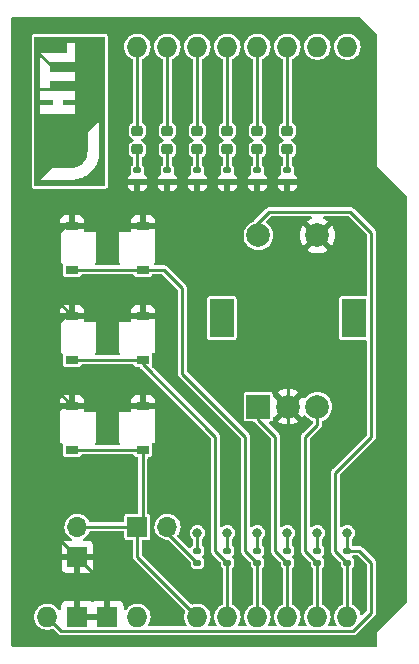
<source format=gbr>
%TF.GenerationSoftware,KiCad,Pcbnew,(7.0.0)*%
%TF.CreationDate,2023-03-17T06:32:27+01:00*%
%TF.ProjectId,simple-io-shield,73696d70-6c65-42d6-996f-2d736869656c,rev0*%
%TF.SameCoordinates,Original*%
%TF.FileFunction,Copper,L1,Top*%
%TF.FilePolarity,Positive*%
%FSLAX46Y46*%
G04 Gerber Fmt 4.6, Leading zero omitted, Abs format (unit mm)*
G04 Created by KiCad (PCBNEW (7.0.0)) date 2023-03-17 06:32:27*
%MOMM*%
%LPD*%
G01*
G04 APERTURE LIST*
G04 Aperture macros list*
%AMRoundRect*
0 Rectangle with rounded corners*
0 $1 Rounding radius*
0 $2 $3 $4 $5 $6 $7 $8 $9 X,Y pos of 4 corners*
0 Add a 4 corners polygon primitive as box body*
4,1,4,$2,$3,$4,$5,$6,$7,$8,$9,$2,$3,0*
0 Add four circle primitives for the rounded corners*
1,1,$1+$1,$2,$3*
1,1,$1+$1,$4,$5*
1,1,$1+$1,$6,$7*
1,1,$1+$1,$8,$9*
0 Add four rect primitives between the rounded corners*
20,1,$1+$1,$2,$3,$4,$5,0*
20,1,$1+$1,$4,$5,$6,$7,0*
20,1,$1+$1,$6,$7,$8,$9,0*
20,1,$1+$1,$8,$9,$2,$3,0*%
G04 Aperture macros list end*
%TA.AperFunction,SMDPad,CuDef*%
%ADD10RoundRect,0.218750X0.256250X-0.218750X0.256250X0.218750X-0.256250X0.218750X-0.256250X-0.218750X0*%
%TD*%
%TA.AperFunction,ComponentPad*%
%ADD11O,1.727200X1.727200*%
%TD*%
%TA.AperFunction,ComponentPad*%
%ADD12R,1.727200X1.727200*%
%TD*%
%TA.AperFunction,SMDPad,CuDef*%
%ADD13RoundRect,0.135000X-0.185000X0.135000X-0.185000X-0.135000X0.185000X-0.135000X0.185000X0.135000X0*%
%TD*%
%TA.AperFunction,ComponentPad*%
%ADD14R,1.700000X1.700000*%
%TD*%
%TA.AperFunction,ComponentPad*%
%ADD15O,1.700000X1.700000*%
%TD*%
%TA.AperFunction,SMDPad,CuDef*%
%ADD16R,1.000000X0.750000*%
%TD*%
%TA.AperFunction,ComponentPad*%
%ADD17R,2.000000X2.000000*%
%TD*%
%TA.AperFunction,ComponentPad*%
%ADD18C,2.000000*%
%TD*%
%TA.AperFunction,ComponentPad*%
%ADD19R,2.000000X3.200000*%
%TD*%
%TA.AperFunction,ViaPad*%
%ADD20C,0.800000*%
%TD*%
%TA.AperFunction,Conductor*%
%ADD21C,0.250000*%
%TD*%
G04 APERTURE END LIST*
%TO.C,REF\u002A\u002A*%
G36*
X161462925Y-93045975D02*
G01*
X161462925Y-92545746D01*
X161968321Y-92545746D01*
X164564028Y-92545746D01*
X164687603Y-92542470D01*
X164809541Y-92533064D01*
X164929692Y-92517677D01*
X165047906Y-92496459D01*
X165164032Y-92469561D01*
X165277922Y-92437133D01*
X165389425Y-92399323D01*
X165498391Y-92356283D01*
X165604671Y-92308162D01*
X165708114Y-92255109D01*
X165808571Y-92197276D01*
X165905892Y-92134811D01*
X165999926Y-92067865D01*
X166090525Y-91996588D01*
X166177537Y-91921129D01*
X166260814Y-91841639D01*
X166340205Y-91758267D01*
X166415560Y-91671163D01*
X166486729Y-91580478D01*
X166553564Y-91486360D01*
X166615912Y-91388961D01*
X166673626Y-91288429D01*
X166726555Y-91184915D01*
X166774548Y-91078569D01*
X166817457Y-90969541D01*
X166855130Y-90857980D01*
X166887420Y-90744037D01*
X166914174Y-90627861D01*
X166935244Y-90509603D01*
X166950479Y-90389411D01*
X166959731Y-90267437D01*
X166962848Y-90143830D01*
X166962848Y-87551217D01*
X165952573Y-88567696D01*
X165952573Y-90145897D01*
X165950763Y-90217559D01*
X165945393Y-90288274D01*
X165936550Y-90357956D01*
X165924320Y-90426518D01*
X165908791Y-90493872D01*
X165890050Y-90559931D01*
X165868185Y-90624608D01*
X165843281Y-90687817D01*
X165815427Y-90749469D01*
X165784710Y-90809477D01*
X165751216Y-90867755D01*
X165715034Y-90924216D01*
X165676250Y-90978772D01*
X165634951Y-91031336D01*
X165591224Y-91081821D01*
X165545158Y-91130140D01*
X165496838Y-91176205D01*
X165446352Y-91219930D01*
X165393787Y-91261228D01*
X165339230Y-91300011D01*
X165282769Y-91336192D01*
X165224491Y-91369684D01*
X165164482Y-91400399D01*
X165102830Y-91428252D01*
X165039623Y-91453154D01*
X164974946Y-91475018D01*
X164920595Y-91490437D01*
X164908888Y-91493758D01*
X164841536Y-91509286D01*
X164772977Y-91521515D01*
X164703297Y-91530358D01*
X164632585Y-91535728D01*
X164560926Y-91537537D01*
X162980661Y-91537537D01*
X161968321Y-92545746D01*
X161462925Y-92545746D01*
X161462925Y-86994149D01*
X161963152Y-86994149D01*
X164920595Y-86994149D01*
X164920595Y-86228822D01*
X163873631Y-86228822D01*
X163873631Y-85801972D01*
X164920595Y-85801972D01*
X164920595Y-85039743D01*
X162758970Y-85039743D01*
X161963152Y-85039743D01*
X161963152Y-85801972D01*
X163042156Y-85801972D01*
X163042156Y-86228822D01*
X161963152Y-86228822D01*
X161963152Y-86994149D01*
X161462925Y-86994149D01*
X161462925Y-84791185D01*
X161963152Y-84791185D01*
X162758970Y-84791185D01*
X162758970Y-84174684D01*
X164920595Y-84174684D01*
X164920595Y-83412454D01*
X162758970Y-83412454D01*
X162758970Y-82914811D01*
X161963152Y-82106591D01*
X161963152Y-84791185D01*
X161462925Y-84791185D01*
X161462925Y-81817720D01*
X162014313Y-81817720D01*
X162776539Y-82579950D01*
X164920595Y-82579950D01*
X164920595Y-80939737D01*
X164197125Y-80939737D01*
X164197125Y-81817720D01*
X162014313Y-81817720D01*
X161462925Y-81817720D01*
X161462925Y-80440027D01*
X167463076Y-80440027D01*
X167463076Y-93045975D01*
X161968321Y-93045975D01*
X161462925Y-93045975D01*
G37*
%TD*%
D10*
%TO.P,D4,1,K*%
%TO.N,Net-(D4-K)*%
X177800000Y-89967000D03*
%TO.P,D4,2,A*%
%TO.N,4{slash}PD4*%
X177800000Y-88392000D03*
%TD*%
D11*
%TO.P,XA1,5V1,5V*%
%TO.N,+5V*%
X162559999Y-129539999D03*
%TO.P,XA1,A0,A0*%
%TO.N,A0{slash}PC0*%
X175259999Y-129539999D03*
%TO.P,XA1,A1,A1*%
%TO.N,A1{slash}PC1*%
X177799999Y-129539999D03*
%TO.P,XA1,A2,A2*%
%TO.N,A2{slash}PC2*%
X180339999Y-129539999D03*
%TO.P,XA1,A3,A3*%
%TO.N,A3{slash}PC3*%
X182879999Y-129539999D03*
%TO.P,XA1,A4,A4*%
%TO.N,A4{slash}PC4*%
X185419999Y-129539999D03*
%TO.P,XA1,A5,A5*%
%TO.N,A5{slash}PC5*%
X187959999Y-129539999D03*
%TO.P,XA1,D0,D0_RX0*%
%TO.N,unconnected-(XA1-D0_RX0-PadD0)*%
X187959999Y-81279999D03*
%TO.P,XA1,D1,D1_TX0*%
%TO.N,unconnected-(XA1-D1_TX0-PadD1)*%
X185419999Y-81279999D03*
%TO.P,XA1,D2,D2_INT0*%
%TO.N,2{slash}PD2*%
X182879999Y-81279999D03*
%TO.P,XA1,D3,D3_INT1*%
%TO.N,3{slash}PD3*%
X180339999Y-81279999D03*
%TO.P,XA1,D4,D4*%
%TO.N,4{slash}PD4*%
X177799999Y-81279999D03*
%TO.P,XA1,D5,D5*%
%TO.N,5{slash}PD5*%
X175259999Y-81279999D03*
%TO.P,XA1,D6,D6*%
%TO.N,6{slash}PD6*%
X172719999Y-81279999D03*
%TO.P,XA1,D7,D7*%
%TO.N,7{slash}PD7*%
X170179999Y-81279999D03*
D12*
%TO.P,XA1,GND2,GND*%
%TO.N,GND*%
X165099999Y-129539999D03*
%TO.P,XA1,GND3,GND*%
X167639999Y-129539999D03*
D11*
%TO.P,XA1,VIN,VIN*%
%TO.N,unconnected-(XA1-PadVIN)*%
X170179999Y-129539999D03*
%TD*%
D13*
%TO.P,R5,1*%
%TO.N,Net-(D7-K)*%
X170180000Y-91719500D03*
%TO.P,R5,2*%
%TO.N,GND*%
X170180000Y-92739500D03*
%TD*%
D14*
%TO.P,J2,1,Pin_1*%
%TO.N,GND*%
X165099999Y-124459999D03*
D15*
%TO.P,J2,2,Pin_2*%
%TO.N,A0{slash}PC0*%
X165099999Y-121919999D03*
%TD*%
D13*
%TO.P,R2,1*%
%TO.N,+5V*%
X177800000Y-123950000D03*
%TO.P,R2,2*%
%TO.N,A1{slash}PC1*%
X177800000Y-124970000D03*
%TD*%
D10*
%TO.P,D3,1,K*%
%TO.N,Net-(D3-K)*%
X180340000Y-89967000D03*
%TO.P,D3,2,A*%
%TO.N,3{slash}PD3*%
X180340000Y-88392000D03*
%TD*%
D13*
%TO.P,R3,1*%
%TO.N,+5V*%
X180340000Y-123950000D03*
%TO.P,R3,2*%
%TO.N,A2{slash}PC2*%
X180340000Y-124970000D03*
%TD*%
D16*
%TO.P,SW1,1,A*%
%TO.N,GND*%
X164639999Y-104042999D03*
X170639999Y-104042999D03*
%TO.P,SW1,2,B*%
%TO.N,A1{slash}PC1*%
X164639999Y-107792999D03*
X170639999Y-107792999D03*
%TD*%
D17*
%TO.P,SW3,A,A*%
%TO.N,A3{slash}PC3*%
X180419999Y-111759999D03*
D18*
%TO.P,SW3,B,B*%
%TO.N,A4{slash}PC4*%
X185420000Y-111760000D03*
%TO.P,SW3,C,C*%
%TO.N,GND*%
X182920000Y-111760000D03*
D19*
%TO.P,SW3,MP*%
%TO.N,N/C*%
X177319999Y-104259999D03*
X188519999Y-104259999D03*
D18*
%TO.P,SW3,S1,S1*%
%TO.N,GND*%
X185420000Y-97260000D03*
%TO.P,SW3,S2,S2*%
%TO.N,A5{slash}PC5*%
X180420000Y-97260000D03*
%TD*%
D10*
%TO.P,D2,1,K*%
%TO.N,Net-(D2-K)*%
X182880000Y-89967000D03*
%TO.P,D2,2,A*%
%TO.N,2{slash}PD2*%
X182880000Y-88392000D03*
%TD*%
D13*
%TO.P,R4,1*%
%TO.N,+5V*%
X187960000Y-123950000D03*
%TO.P,R4,2*%
%TO.N,A5{slash}PC5*%
X187960000Y-124970000D03*
%TD*%
D10*
%TO.P,D6,1,K*%
%TO.N,Net-(D6-K)*%
X172720000Y-89967000D03*
%TO.P,D6,2,A*%
%TO.N,6{slash}PD6*%
X172720000Y-88392000D03*
%TD*%
D13*
%TO.P,R8,1*%
%TO.N,+5V*%
X182880000Y-123951240D03*
%TO.P,R8,2*%
%TO.N,A3{slash}PC3*%
X182880000Y-124971240D03*
%TD*%
%TO.P,R7,1*%
%TO.N,+5V*%
X185420000Y-123950000D03*
%TO.P,R7,2*%
%TO.N,A4{slash}PC4*%
X185420000Y-124970000D03*
%TD*%
D10*
%TO.P,D5,1,K*%
%TO.N,Net-(D5-K)*%
X175260000Y-89967000D03*
%TO.P,D5,2,A*%
%TO.N,5{slash}PD5*%
X175260000Y-88392000D03*
%TD*%
D13*
%TO.P,R1,1*%
%TO.N,+5V*%
X175260000Y-123950000D03*
%TO.P,R1,2*%
%TO.N,Net-(J1-Pin_2)*%
X175260000Y-124970000D03*
%TD*%
D10*
%TO.P,D7,1,K*%
%TO.N,Net-(D7-K)*%
X170180000Y-89967000D03*
%TO.P,D7,2,A*%
%TO.N,7{slash}PD7*%
X170180000Y-88392000D03*
%TD*%
D13*
%TO.P,R11,1*%
%TO.N,Net-(D3-K)*%
X180340000Y-91719500D03*
%TO.P,R11,2*%
%TO.N,GND*%
X180340000Y-92739500D03*
%TD*%
D16*
%TO.P,SW2,1,A*%
%TO.N,GND*%
X164639999Y-96422999D03*
X170639999Y-96422999D03*
%TO.P,SW2,2,B*%
%TO.N,A2{slash}PC2*%
X164639999Y-100172999D03*
X170639999Y-100172999D03*
%TD*%
D13*
%TO.P,R9,1*%
%TO.N,Net-(D5-K)*%
X175260000Y-91719500D03*
%TO.P,R9,2*%
%TO.N,GND*%
X175260000Y-92739500D03*
%TD*%
%TO.P,R6,1*%
%TO.N,Net-(D6-K)*%
X172720000Y-91719500D03*
%TO.P,R6,2*%
%TO.N,GND*%
X172720000Y-92739500D03*
%TD*%
%TO.P,R12,1*%
%TO.N,Net-(D2-K)*%
X182880000Y-91719500D03*
%TO.P,R12,2*%
%TO.N,GND*%
X182880000Y-92739500D03*
%TD*%
%TO.P,R10,1*%
%TO.N,Net-(D4-K)*%
X177800000Y-91719500D03*
%TO.P,R10,2*%
%TO.N,GND*%
X177800000Y-92739500D03*
%TD*%
D16*
%TO.P,SW0,1,A*%
%TO.N,GND*%
X164639999Y-111662999D03*
X170639999Y-111662999D03*
%TO.P,SW0,2,B*%
%TO.N,A0{slash}PC0*%
X164639999Y-115412999D03*
X170639999Y-115412999D03*
%TD*%
D14*
%TO.P,J1,1,Pin_1*%
%TO.N,A0{slash}PC0*%
X170179999Y-121919999D03*
D15*
%TO.P,J1,2,Pin_2*%
%TO.N,Net-(J1-Pin_2)*%
X172719999Y-121919999D03*
%TD*%
D20*
%TO.N,GND*%
X187960000Y-120904000D03*
X180340000Y-120904000D03*
X180340000Y-94005500D03*
X186690000Y-126492000D03*
X176530000Y-126492000D03*
X167640000Y-117094000D03*
X172720000Y-129540000D03*
X167640000Y-109728000D03*
X172720000Y-94005500D03*
X177800000Y-94005500D03*
X189230000Y-126492000D03*
X167640000Y-102108000D03*
X175260000Y-94005500D03*
X182880000Y-120904000D03*
X179070000Y-126492000D03*
X177800000Y-120904000D03*
X184150000Y-126492000D03*
X181610000Y-126492000D03*
X175260000Y-120904000D03*
X185420000Y-120904000D03*
X167640000Y-94488000D03*
X182880000Y-94005500D03*
%TO.N,+5V*%
X177800000Y-122428000D03*
X187960000Y-122428000D03*
X182880000Y-122428000D03*
X185420000Y-122428000D03*
X175260000Y-122428000D03*
X180340000Y-122428000D03*
%TD*%
D21*
%TO.N,Net-(D7-K)*%
X170180000Y-91719500D02*
X170180000Y-89967000D01*
%TO.N,7{slash}PD7*%
X170180000Y-88392000D02*
X170180000Y-81280000D01*
%TO.N,Net-(D2-K)*%
X182880000Y-91719500D02*
X182880000Y-89967000D01*
%TO.N,2{slash}PD2*%
X182880000Y-88392000D02*
X182880000Y-81280000D01*
%TO.N,Net-(D3-K)*%
X180340000Y-91719500D02*
X180340000Y-89967000D01*
%TO.N,3{slash}PD3*%
X180340000Y-88392000D02*
X180340000Y-81280000D01*
%TO.N,Net-(D4-K)*%
X177800000Y-91719500D02*
X177800000Y-89967000D01*
%TO.N,4{slash}PD4*%
X177800000Y-88392000D02*
X177800000Y-81280000D01*
%TO.N,Net-(D5-K)*%
X175260000Y-91719500D02*
X175260000Y-89967000D01*
%TO.N,5{slash}PD5*%
X175260000Y-88392000D02*
X175260000Y-81280000D01*
%TO.N,Net-(D6-K)*%
X172720000Y-91719500D02*
X172720000Y-89967000D01*
%TO.N,6{slash}PD6*%
X172720000Y-88392000D02*
X172720000Y-81280000D01*
%TO.N,A0{slash}PC0*%
X170640000Y-121460000D02*
X170180000Y-121920000D01*
X170180000Y-121920000D02*
X165100000Y-121920000D01*
X170180000Y-124460000D02*
X175260000Y-129540000D01*
X164640000Y-115413000D02*
X170640000Y-115413000D01*
X170180000Y-121920000D02*
X170180000Y-124460000D01*
X170640000Y-115413000D02*
X170640000Y-121460000D01*
%TO.N,Net-(J1-Pin_2)*%
X175260000Y-124970000D02*
X172210000Y-121920000D01*
%TO.N,GND*%
X170180000Y-92739500D02*
X172720000Y-92739500D01*
X182920000Y-120864000D02*
X182920000Y-111760000D01*
X170640000Y-104043000D02*
X164640000Y-104043000D01*
X185420000Y-97260000D02*
X183134000Y-99546000D01*
X163515000Y-104566222D02*
X164038222Y-104043000D01*
X175260000Y-92739500D02*
X177800000Y-92739500D01*
X163322000Y-112231000D02*
X163322000Y-122682000D01*
X170640000Y-111663000D02*
X164640000Y-111663000D01*
X167991000Y-96423000D02*
X164640000Y-96423000D01*
X182880000Y-120904000D02*
X182920000Y-120864000D01*
X164038222Y-96423000D02*
X164640000Y-96423000D01*
X163322000Y-122682000D02*
X165100000Y-124460000D01*
X182920000Y-111760000D02*
X182920000Y-106934000D01*
X182920000Y-106934000D02*
X182920000Y-106323222D01*
X170640000Y-96423000D02*
X164640000Y-96423000D01*
X163515000Y-96946222D02*
X164038222Y-96423000D01*
X164640000Y-111663000D02*
X163890000Y-111663000D01*
X177800000Y-92739500D02*
X180340000Y-92739500D01*
X164640000Y-111663000D02*
X163515000Y-110538000D01*
X165100000Y-129540000D02*
X167640000Y-129540000D01*
X164640000Y-104043000D02*
X163515000Y-102918000D01*
X164038222Y-104043000D02*
X164640000Y-104043000D01*
X183134000Y-106720000D02*
X182920000Y-106934000D01*
X167640000Y-129540000D02*
X167640000Y-127000000D01*
X167640000Y-127000000D02*
X165100000Y-124460000D01*
X180340000Y-92739500D02*
X182880000Y-92739500D01*
X172720000Y-92739500D02*
X175260000Y-92739500D01*
X163515000Y-102918000D02*
X163515000Y-96946222D01*
X163890000Y-111663000D02*
X163322000Y-112231000D01*
X163515000Y-110538000D02*
X163515000Y-104566222D01*
X183134000Y-99546000D02*
X183134000Y-106720000D01*
%TO.N,+5V*%
X163748600Y-130728600D02*
X188452335Y-130728600D01*
X180340000Y-123950000D02*
X180340000Y-122428000D01*
X162560000Y-129540000D02*
X163748600Y-130728600D01*
X189992000Y-129188935D02*
X189992000Y-124968000D01*
X187960000Y-123950000D02*
X187960000Y-122428000D01*
X182880000Y-123951240D02*
X182880000Y-122428000D01*
X189992000Y-124968000D02*
X188974000Y-123950000D01*
X175260000Y-123950000D02*
X175260000Y-122428000D01*
X188974000Y-123950000D02*
X187960000Y-123950000D01*
X177800000Y-123950000D02*
X177800000Y-122428000D01*
X185420000Y-123950000D02*
X185420000Y-122428000D01*
X188452335Y-130728600D02*
X189992000Y-129188935D01*
%TO.N,A1{slash}PC1*%
X176784000Y-123954000D02*
X177800000Y-124970000D01*
X170640000Y-108156000D02*
X176784000Y-114300000D01*
X177800000Y-129540000D02*
X177800000Y-124970000D01*
X176784000Y-114300000D02*
X176784000Y-123954000D01*
X164640000Y-107793000D02*
X170640000Y-107793000D01*
%TO.N,A2{slash}PC2*%
X180340000Y-129540000D02*
X180340000Y-124970000D01*
X164640000Y-100173000D02*
X170640000Y-100173000D01*
X180340000Y-124970000D02*
X179324000Y-123954000D01*
X172418000Y-100173000D02*
X173990000Y-101745000D01*
X170640000Y-100173000D02*
X172418000Y-100173000D01*
X173990000Y-108966000D02*
X173990000Y-101745000D01*
X179324000Y-123954000D02*
X179324000Y-114300000D01*
X179324000Y-114300000D02*
X173990000Y-108966000D01*
%TO.N,A5{slash}PC5*%
X187960000Y-124970000D02*
X186944000Y-123954000D01*
X186944000Y-123954000D02*
X186944000Y-117348000D01*
X188214000Y-95250000D02*
X181356000Y-95250000D01*
X180340000Y-96266000D02*
X180420000Y-96346000D01*
X189992000Y-114300000D02*
X189992000Y-97028000D01*
X189992000Y-97028000D02*
X188214000Y-95250000D01*
X181356000Y-95250000D02*
X180340000Y-96266000D01*
X187960000Y-129540000D02*
X187960000Y-124970000D01*
X186944000Y-117348000D02*
X189992000Y-114300000D01*
X180420000Y-96346000D02*
X180420000Y-97260000D01*
%TO.N,A4{slash}PC4*%
X184404000Y-123954000D02*
X184404000Y-114300000D01*
X185420000Y-113284000D02*
X185420000Y-111760000D01*
X184404000Y-114300000D02*
X185420000Y-113284000D01*
X185420000Y-129540000D02*
X185420000Y-124970000D01*
X185420000Y-124970000D02*
X184404000Y-123954000D01*
%TO.N,A3{slash}PC3*%
X182880000Y-129540000D02*
X182880000Y-124971240D01*
X182880000Y-124971240D02*
X181864000Y-123955240D01*
X181864000Y-114300000D02*
X180420000Y-112856000D01*
X181864000Y-123955240D02*
X181864000Y-114300000D01*
X180420000Y-112856000D02*
X180420000Y-111760000D01*
%TD*%
%TA.AperFunction,Conductor*%
%TO.N,GND*%
G36*
X188814554Y-124334939D02*
G01*
X188854782Y-124361819D01*
X189580181Y-125087218D01*
X189607061Y-125127446D01*
X189616500Y-125174899D01*
X189616500Y-128982036D01*
X189607061Y-129029489D01*
X189580183Y-129069714D01*
X189471279Y-129178619D01*
X189265655Y-129384242D01*
X189210528Y-129416210D01*
X189146803Y-129416578D01*
X189091311Y-129385248D01*
X189058708Y-129330494D01*
X189003318Y-129135816D01*
X188936276Y-129001178D01*
X188913839Y-128956118D01*
X188913838Y-128956117D01*
X188911285Y-128950989D01*
X188903809Y-128941089D01*
X188790314Y-128790797D01*
X188790310Y-128790793D01*
X188786857Y-128786220D01*
X188782620Y-128782357D01*
X188782616Y-128782353D01*
X188638506Y-128650980D01*
X188638507Y-128650980D01*
X188634272Y-128647120D01*
X188629406Y-128644107D01*
X188629402Y-128644104D01*
X188463598Y-128541443D01*
X188463596Y-128541442D01*
X188458725Y-128538426D01*
X188414701Y-128521370D01*
X188373179Y-128494768D01*
X188345308Y-128454080D01*
X188335500Y-128405747D01*
X188335500Y-125510959D01*
X188349253Y-125454200D01*
X188374286Y-125425260D01*
X188372102Y-125423076D01*
X188385511Y-125409667D01*
X188463076Y-125332102D01*
X188519582Y-125216518D01*
X188530500Y-125141582D01*
X188530500Y-124798418D01*
X188519582Y-124723482D01*
X188463076Y-124607898D01*
X188402859Y-124547681D01*
X188370765Y-124492094D01*
X188370765Y-124427906D01*
X188402859Y-124372319D01*
X188413359Y-124361819D01*
X188453587Y-124334939D01*
X188501040Y-124325500D01*
X188767101Y-124325500D01*
X188814554Y-124334939D01*
G37*
%TD.AperFunction*%
%TA.AperFunction,Conductor*%
G36*
X188971883Y-78749939D02*
G01*
X189012111Y-78776819D01*
X190463181Y-80227888D01*
X190490061Y-80268116D01*
X190499500Y-80315569D01*
X190499500Y-91439899D01*
X190499458Y-91440000D01*
X190499574Y-91440279D01*
X190499617Y-91440383D01*
X190499715Y-91440423D01*
X190508299Y-91449007D01*
X190508300Y-91449008D01*
X193003181Y-93943888D01*
X193030061Y-93984116D01*
X193039500Y-94031569D01*
X193039500Y-128218431D01*
X193030061Y-128265884D01*
X193003181Y-128306112D01*
X190508060Y-130801229D01*
X190508055Y-130801235D01*
X190499715Y-130809576D01*
X190499617Y-130809617D01*
X190499576Y-130809715D01*
X190499576Y-130809716D01*
X190499458Y-130810000D01*
X190499500Y-130810101D01*
X190499500Y-130822051D01*
X190499500Y-131955500D01*
X190482887Y-132017500D01*
X190437500Y-132062887D01*
X190375500Y-132079500D01*
X159636500Y-132079500D01*
X159574500Y-132062887D01*
X159529113Y-132017500D01*
X159512500Y-131955500D01*
X159512500Y-129540000D01*
X161441127Y-129540000D01*
X161460178Y-129745592D01*
X161516682Y-129944184D01*
X161519234Y-129949310D01*
X161519236Y-129949314D01*
X161606160Y-130123881D01*
X161606162Y-130123885D01*
X161608715Y-130129011D01*
X161612164Y-130133578D01*
X161612167Y-130133583D01*
X161729685Y-130289202D01*
X161729689Y-130289207D01*
X161733143Y-130293780D01*
X161737379Y-130297641D01*
X161737383Y-130297646D01*
X161841443Y-130392509D01*
X161885728Y-130432880D01*
X162061275Y-130541574D01*
X162253806Y-130616161D01*
X162456763Y-130654100D01*
X162657508Y-130654100D01*
X162663237Y-130654100D01*
X162866194Y-130616161D01*
X162963066Y-130578631D01*
X163009768Y-130570273D01*
X163056192Y-130580066D01*
X163095540Y-130606577D01*
X163446450Y-130957487D01*
X163462574Y-130977341D01*
X163468516Y-130986436D01*
X163476618Y-130992742D01*
X163476621Y-130992745D01*
X163493494Y-131005877D01*
X163497408Y-131009334D01*
X163497542Y-131009177D01*
X163501448Y-131012485D01*
X163505082Y-131016119D01*
X163512559Y-131021457D01*
X163521989Y-131028190D01*
X163526100Y-131031255D01*
X163567411Y-131063409D01*
X163574931Y-131065990D01*
X163581401Y-131070610D01*
X163631540Y-131085537D01*
X163636422Y-131087101D01*
X163658666Y-131094737D01*
X163685940Y-131104100D01*
X163693893Y-131104100D01*
X163701511Y-131106368D01*
X163753791Y-131104206D01*
X163758915Y-131104100D01*
X188400530Y-131104100D01*
X188425979Y-131106740D01*
X188426544Y-131106858D01*
X188426545Y-131106858D01*
X188436603Y-131108967D01*
X188468011Y-131105051D01*
X188473222Y-131104728D01*
X188473206Y-131104524D01*
X188478321Y-131104100D01*
X188483449Y-131104100D01*
X188503971Y-131100674D01*
X188509001Y-131099942D01*
X188560961Y-131093466D01*
X188568105Y-131089973D01*
X188575945Y-131088665D01*
X188621982Y-131063750D01*
X188626499Y-131061425D01*
X188673546Y-131038426D01*
X188679169Y-131032802D01*
X188686161Y-131029019D01*
X188721652Y-130990463D01*
X188725129Y-130986841D01*
X190220889Y-129491081D01*
X190240747Y-129474956D01*
X190249836Y-129469019D01*
X190269279Y-129444037D01*
X190272742Y-129440144D01*
X190272571Y-129439999D01*
X190275883Y-129436088D01*
X190279519Y-129432453D01*
X190291614Y-129415511D01*
X190294621Y-129411477D01*
X190326809Y-129370124D01*
X190329390Y-129362603D01*
X190334010Y-129356134D01*
X190348955Y-129305930D01*
X190350479Y-129301173D01*
X190367500Y-129251595D01*
X190367500Y-129243641D01*
X190369768Y-129236023D01*
X190367606Y-129183742D01*
X190367500Y-129178619D01*
X190367500Y-125019803D01*
X190370139Y-124994357D01*
X190370141Y-124994343D01*
X190372367Y-124983731D01*
X190368451Y-124952324D01*
X190368128Y-124947113D01*
X190367924Y-124947130D01*
X190367500Y-124942015D01*
X190367500Y-124936886D01*
X190364069Y-124916329D01*
X190363342Y-124911340D01*
X190356865Y-124859374D01*
X190353373Y-124852232D01*
X190352065Y-124844390D01*
X190327156Y-124798363D01*
X190324814Y-124793811D01*
X190306339Y-124756020D01*
X190301826Y-124746788D01*
X190296201Y-124741163D01*
X190292419Y-124734174D01*
X190253905Y-124698719D01*
X190250231Y-124695193D01*
X189276150Y-123721112D01*
X189260022Y-123701251D01*
X189259706Y-123700768D01*
X189259703Y-123700765D01*
X189254084Y-123692164D01*
X189229109Y-123672725D01*
X189225190Y-123669264D01*
X189225058Y-123669421D01*
X189221143Y-123666105D01*
X189217518Y-123662480D01*
X189200591Y-123650395D01*
X189196481Y-123647330D01*
X189163297Y-123621502D01*
X189155189Y-123615191D01*
X189147668Y-123612609D01*
X189141199Y-123607990D01*
X189131353Y-123605058D01*
X189131350Y-123605057D01*
X189091043Y-123593056D01*
X189086167Y-123591494D01*
X189046381Y-123577836D01*
X189046374Y-123577834D01*
X189036660Y-123574500D01*
X189028706Y-123574500D01*
X189021088Y-123572232D01*
X189010823Y-123572656D01*
X189010820Y-123572656D01*
X188968807Y-123574394D01*
X188963684Y-123574500D01*
X188501040Y-123574500D01*
X188453587Y-123565061D01*
X188413359Y-123538181D01*
X188372102Y-123496924D01*
X188374286Y-123494739D01*
X188349253Y-123465800D01*
X188335500Y-123409041D01*
X188335500Y-123020204D01*
X188346424Y-122969313D01*
X188377273Y-122927388D01*
X188400721Y-122906615D01*
X188450483Y-122862530D01*
X188540220Y-122732523D01*
X188596237Y-122584818D01*
X188615278Y-122428000D01*
X188596237Y-122271182D01*
X188540220Y-122123477D01*
X188450483Y-121993470D01*
X188367552Y-121920000D01*
X188337856Y-121893692D01*
X188337854Y-121893690D01*
X188332240Y-121888717D01*
X188325595Y-121885229D01*
X188325593Y-121885228D01*
X188199006Y-121818789D01*
X188199002Y-121818787D01*
X188192365Y-121815304D01*
X188185087Y-121813510D01*
X188185084Y-121813509D01*
X188046267Y-121779294D01*
X188046260Y-121779293D01*
X188038985Y-121777500D01*
X187881015Y-121777500D01*
X187873740Y-121779292D01*
X187873732Y-121779294D01*
X187734915Y-121813509D01*
X187734909Y-121813510D01*
X187727635Y-121815304D01*
X187721000Y-121818786D01*
X187720993Y-121818789D01*
X187594406Y-121885228D01*
X187594400Y-121885231D01*
X187587760Y-121888717D01*
X187582145Y-121893690D01*
X187582144Y-121893692D01*
X187525727Y-121943673D01*
X187476075Y-121970502D01*
X187419676Y-121972547D01*
X187368212Y-121949385D01*
X187332343Y-121905813D01*
X187319500Y-121850857D01*
X187319500Y-117554899D01*
X187328939Y-117507446D01*
X187355819Y-117467218D01*
X188785727Y-116037310D01*
X190220893Y-114602143D01*
X190240748Y-114586020D01*
X190249836Y-114580084D01*
X190269271Y-114555111D01*
X190272744Y-114551208D01*
X190272573Y-114551063D01*
X190275885Y-114547152D01*
X190279520Y-114543518D01*
X190291608Y-114526585D01*
X190294647Y-114522508D01*
X190326809Y-114481189D01*
X190329390Y-114473668D01*
X190334010Y-114467199D01*
X190348955Y-114416995D01*
X190350479Y-114412238D01*
X190367500Y-114362660D01*
X190367500Y-114354706D01*
X190369768Y-114347088D01*
X190367606Y-114294807D01*
X190367500Y-114289684D01*
X190367500Y-97079804D01*
X190370139Y-97054358D01*
X190370141Y-97054344D01*
X190372367Y-97043732D01*
X190368451Y-97012323D01*
X190368128Y-97007113D01*
X190367924Y-97007130D01*
X190367500Y-97002018D01*
X190367500Y-96996886D01*
X190364074Y-96976362D01*
X190363341Y-96971326D01*
X190358137Y-96929572D01*
X190356866Y-96919374D01*
X190353373Y-96912229D01*
X190352065Y-96904390D01*
X190327158Y-96858366D01*
X190324837Y-96853859D01*
X190301826Y-96806789D01*
X190296202Y-96801165D01*
X190292419Y-96794174D01*
X190284858Y-96787214D01*
X190284857Y-96787212D01*
X190253917Y-96758730D01*
X190250219Y-96755182D01*
X188516150Y-95021112D01*
X188500022Y-95001251D01*
X188499706Y-95000768D01*
X188499703Y-95000765D01*
X188494084Y-94992164D01*
X188469109Y-94972725D01*
X188465190Y-94969264D01*
X188465058Y-94969421D01*
X188461143Y-94966105D01*
X188457518Y-94962480D01*
X188440591Y-94950395D01*
X188436481Y-94947330D01*
X188403297Y-94921502D01*
X188395189Y-94915191D01*
X188387668Y-94912609D01*
X188381199Y-94907990D01*
X188371353Y-94905058D01*
X188371350Y-94905057D01*
X188331043Y-94893056D01*
X188326167Y-94891494D01*
X188286381Y-94877836D01*
X188286374Y-94877834D01*
X188276660Y-94874500D01*
X188268706Y-94874500D01*
X188261088Y-94872232D01*
X188250823Y-94872656D01*
X188250820Y-94872656D01*
X188208807Y-94874394D01*
X188203684Y-94874500D01*
X181407805Y-94874500D01*
X181382356Y-94871860D01*
X181381790Y-94871741D01*
X181381783Y-94871740D01*
X181371732Y-94869633D01*
X181361541Y-94870903D01*
X181361537Y-94870903D01*
X181340324Y-94873548D01*
X181335109Y-94873871D01*
X181335126Y-94874076D01*
X181330007Y-94874500D01*
X181324886Y-94874500D01*
X181319838Y-94875342D01*
X181319828Y-94875343D01*
X181304394Y-94877918D01*
X181299334Y-94878655D01*
X181257571Y-94883861D01*
X181257560Y-94883864D01*
X181247374Y-94885134D01*
X181240229Y-94888626D01*
X181232390Y-94889935D01*
X181223361Y-94894820D01*
X181223358Y-94894822D01*
X181186369Y-94914838D01*
X181181821Y-94917179D01*
X181144017Y-94935662D01*
X181144015Y-94935663D01*
X181134789Y-94940174D01*
X181129165Y-94945797D01*
X181122174Y-94949581D01*
X181115221Y-94957132D01*
X181115219Y-94957135D01*
X181086718Y-94988094D01*
X181083172Y-94991789D01*
X180089087Y-95985873D01*
X180081550Y-95992812D01*
X180057340Y-96013317D01*
X180057335Y-96013322D01*
X180049500Y-96019959D01*
X180044241Y-96028784D01*
X180044238Y-96028788D01*
X180041773Y-96032925D01*
X180018393Y-96061445D01*
X179987659Y-96081828D01*
X179797273Y-96170607D01*
X179797264Y-96170611D01*
X179792362Y-96172898D01*
X179787929Y-96176001D01*
X179787922Y-96176006D01*
X179617558Y-96295296D01*
X179617553Y-96295299D01*
X179613123Y-96298402D01*
X179609299Y-96302225D01*
X179609293Y-96302231D01*
X179462231Y-96449293D01*
X179462225Y-96449299D01*
X179458402Y-96453123D01*
X179455299Y-96457553D01*
X179455296Y-96457558D01*
X179336006Y-96627922D01*
X179336001Y-96627929D01*
X179332898Y-96632362D01*
X179330610Y-96637268D01*
X179330608Y-96637272D01*
X179242712Y-96825763D01*
X179242707Y-96825774D01*
X179240425Y-96830670D01*
X179239025Y-96835892D01*
X179239024Y-96835897D01*
X179185194Y-97036790D01*
X179185191Y-97036802D01*
X179183793Y-97042023D01*
X179183321Y-97047412D01*
X179183320Y-97047421D01*
X179171412Y-97183537D01*
X179164723Y-97260000D01*
X179165195Y-97265395D01*
X179183320Y-97472578D01*
X179183321Y-97472585D01*
X179183793Y-97477977D01*
X179185192Y-97483199D01*
X179185194Y-97483209D01*
X179223213Y-97625095D01*
X179240425Y-97689330D01*
X179242709Y-97694229D01*
X179242712Y-97694236D01*
X179330611Y-97882736D01*
X179330614Y-97882742D01*
X179332898Y-97887639D01*
X179335997Y-97892066D01*
X179335999Y-97892068D01*
X179455296Y-98062442D01*
X179455299Y-98062446D01*
X179458402Y-98066877D01*
X179613123Y-98221598D01*
X179792361Y-98347102D01*
X179990670Y-98439575D01*
X180148522Y-98481871D01*
X180196790Y-98494805D01*
X180196791Y-98494805D01*
X180202023Y-98496207D01*
X180420000Y-98515277D01*
X180637977Y-98496207D01*
X180686341Y-98483248D01*
X184555749Y-98483248D01*
X184563855Y-98494439D01*
X184592717Y-98516903D01*
X184601279Y-98522496D01*
X184810885Y-98635929D01*
X184820239Y-98640032D01*
X185045656Y-98717417D01*
X185055568Y-98719928D01*
X185290643Y-98759155D01*
X185300839Y-98760000D01*
X185539161Y-98760000D01*
X185549356Y-98759155D01*
X185784431Y-98719928D01*
X185794343Y-98717417D01*
X186019760Y-98640032D01*
X186029114Y-98635929D01*
X186238723Y-98522495D01*
X186247281Y-98516903D01*
X186276146Y-98494437D01*
X186284250Y-98483250D01*
X186277589Y-98471142D01*
X185431542Y-97625095D01*
X185419999Y-97618431D01*
X185408457Y-97625095D01*
X184562408Y-98471143D01*
X184555749Y-98483248D01*
X180686341Y-98483248D01*
X180849330Y-98439575D01*
X181047639Y-98347102D01*
X181226877Y-98221598D01*
X181381598Y-98066877D01*
X181507102Y-97887639D01*
X181599575Y-97689330D01*
X181656207Y-97477977D01*
X181674829Y-97265117D01*
X183915283Y-97265117D01*
X183934962Y-97502618D01*
X183936646Y-97512712D01*
X183995153Y-97743747D01*
X183998472Y-97753414D01*
X184094208Y-97971673D01*
X184099070Y-97980656D01*
X184188999Y-98118304D01*
X184196963Y-98126024D01*
X184206345Y-98120100D01*
X185054904Y-97271542D01*
X185061568Y-97260000D01*
X185778431Y-97260000D01*
X185785095Y-97271542D01*
X186633653Y-98120100D01*
X186643034Y-98126024D01*
X186651002Y-98118299D01*
X186740924Y-97980664D01*
X186745792Y-97971669D01*
X186841527Y-97753414D01*
X186844846Y-97743747D01*
X186903353Y-97512712D01*
X186905037Y-97502618D01*
X186924717Y-97265117D01*
X186924717Y-97254883D01*
X186905037Y-97017381D01*
X186903353Y-97007287D01*
X186844846Y-96776252D01*
X186841527Y-96766585D01*
X186745792Y-96548330D01*
X186740924Y-96539335D01*
X186651002Y-96401699D01*
X186643034Y-96393974D01*
X186633653Y-96399898D01*
X185785095Y-97248457D01*
X185778431Y-97260000D01*
X185061568Y-97260000D01*
X185054904Y-97248457D01*
X184206345Y-96399898D01*
X184196964Y-96393974D01*
X184188997Y-96401699D01*
X184099072Y-96539338D01*
X184094207Y-96548328D01*
X183998472Y-96766585D01*
X183995153Y-96776252D01*
X183936646Y-97007287D01*
X183934962Y-97017381D01*
X183915283Y-97254883D01*
X183915283Y-97265117D01*
X181674829Y-97265117D01*
X181675277Y-97260000D01*
X181656207Y-97042023D01*
X181646899Y-97007287D01*
X181639265Y-96978796D01*
X181599575Y-96830670D01*
X181590005Y-96810148D01*
X181574199Y-96776252D01*
X181507102Y-96632362D01*
X181381598Y-96453123D01*
X181226877Y-96298402D01*
X181222446Y-96295299D01*
X181222442Y-96295296D01*
X181119578Y-96223270D01*
X181083315Y-96183695D01*
X181067174Y-96132502D01*
X181074180Y-96079284D01*
X181103016Y-96034019D01*
X181475221Y-95661816D01*
X181515447Y-95634939D01*
X181562900Y-95625500D01*
X184818389Y-95625500D01*
X184884485Y-95644584D01*
X184930236Y-95695963D01*
X184941559Y-95763820D01*
X184914970Y-95827270D01*
X184858651Y-95866781D01*
X184820243Y-95879966D01*
X184810885Y-95884070D01*
X184601276Y-95997504D01*
X184592717Y-96003096D01*
X184563854Y-96025560D01*
X184555748Y-96036749D01*
X184562408Y-96048855D01*
X185408457Y-96894904D01*
X185419999Y-96901568D01*
X185431542Y-96894904D01*
X186277590Y-96048855D01*
X186284250Y-96036749D01*
X186276143Y-96025559D01*
X186247286Y-96003099D01*
X186238719Y-95997503D01*
X186029114Y-95884070D01*
X186019756Y-95879966D01*
X185981349Y-95866781D01*
X185925030Y-95827270D01*
X185898441Y-95763820D01*
X185909764Y-95695963D01*
X185955515Y-95644584D01*
X186021611Y-95625500D01*
X188007101Y-95625500D01*
X188054554Y-95634939D01*
X188094782Y-95661819D01*
X189580181Y-97147218D01*
X189607061Y-97187446D01*
X189616500Y-97234899D01*
X189616500Y-102285500D01*
X189599887Y-102347500D01*
X189554500Y-102392887D01*
X189492500Y-102409500D01*
X187495326Y-102409500D01*
X187489351Y-102410688D01*
X187489346Y-102410689D01*
X187434240Y-102421650D01*
X187434235Y-102421651D01*
X187422260Y-102424034D01*
X187412105Y-102430819D01*
X187412103Y-102430820D01*
X187349551Y-102472615D01*
X187349548Y-102472617D01*
X187339399Y-102479399D01*
X187332617Y-102489548D01*
X187332615Y-102489551D01*
X187290820Y-102552103D01*
X187290819Y-102552105D01*
X187284034Y-102562260D01*
X187281651Y-102574235D01*
X187281650Y-102574240D01*
X187270689Y-102629346D01*
X187270688Y-102629351D01*
X187269500Y-102635326D01*
X187269500Y-105884674D01*
X187270688Y-105890649D01*
X187270689Y-105890653D01*
X187281650Y-105945759D01*
X187281651Y-105945762D01*
X187284034Y-105957740D01*
X187339399Y-106040601D01*
X187422260Y-106095966D01*
X187495326Y-106110500D01*
X187501421Y-106110500D01*
X189492500Y-106110500D01*
X189554500Y-106127113D01*
X189599887Y-106172500D01*
X189616500Y-106234500D01*
X189616500Y-114093101D01*
X189607061Y-114140554D01*
X189580181Y-114180782D01*
X186715107Y-117045853D01*
X186695258Y-117061973D01*
X186686164Y-117067916D01*
X186679858Y-117076017D01*
X186679852Y-117076023D01*
X186666720Y-117092895D01*
X186663273Y-117096822D01*
X186663418Y-117096945D01*
X186660105Y-117100855D01*
X186656480Y-117104482D01*
X186653505Y-117108648D01*
X186653498Y-117108657D01*
X186644401Y-117121399D01*
X186641342Y-117125501D01*
X186615500Y-117158703D01*
X186615496Y-117158710D01*
X186609191Y-117166811D01*
X186606609Y-117174331D01*
X186601990Y-117180801D01*
X186599060Y-117190641D01*
X186599058Y-117190646D01*
X186587056Y-117230957D01*
X186585495Y-117235829D01*
X186571836Y-117275619D01*
X186571835Y-117275624D01*
X186568500Y-117285340D01*
X186568500Y-117293294D01*
X186566232Y-117300912D01*
X186566656Y-117311175D01*
X186566656Y-117311179D01*
X186568394Y-117353193D01*
X186568500Y-117358316D01*
X186568500Y-123902195D01*
X186565860Y-123927644D01*
X186565741Y-123928209D01*
X186565740Y-123928216D01*
X186563633Y-123938268D01*
X186564903Y-123948458D01*
X186564903Y-123948462D01*
X186567548Y-123969676D01*
X186567871Y-123974891D01*
X186568077Y-123974874D01*
X186568500Y-123979981D01*
X186568500Y-123985114D01*
X186569344Y-123990172D01*
X186569345Y-123990184D01*
X186571918Y-124005603D01*
X186572657Y-124010670D01*
X186579134Y-124062626D01*
X186582626Y-124069770D01*
X186583935Y-124077610D01*
X186608845Y-124123641D01*
X186611171Y-124128161D01*
X186629660Y-124165979D01*
X186629661Y-124165981D01*
X186634174Y-124175211D01*
X186639797Y-124180834D01*
X186643581Y-124187826D01*
X186651138Y-124194782D01*
X186651139Y-124194784D01*
X186682081Y-124223268D01*
X186685779Y-124226816D01*
X187353181Y-124894219D01*
X187380061Y-124934447D01*
X187389500Y-124981899D01*
X187389500Y-125141582D01*
X187400418Y-125216518D01*
X187456924Y-125332102D01*
X187464190Y-125339368D01*
X187547898Y-125423076D01*
X187545713Y-125425260D01*
X187570747Y-125454200D01*
X187584500Y-125510959D01*
X187584500Y-128405747D01*
X187574692Y-128454080D01*
X187546821Y-128494768D01*
X187505298Y-128521370D01*
X187461275Y-128538426D01*
X187456408Y-128541439D01*
X187456401Y-128541443D01*
X187290597Y-128644104D01*
X187290587Y-128644110D01*
X187285728Y-128647120D01*
X187281497Y-128650976D01*
X187281493Y-128650980D01*
X187137383Y-128782353D01*
X187137373Y-128782363D01*
X187133143Y-128786220D01*
X187129694Y-128790786D01*
X187129685Y-128790797D01*
X187012167Y-128946416D01*
X187012160Y-128946426D01*
X187008715Y-128950989D01*
X187006165Y-128956109D01*
X187006160Y-128956118D01*
X186919236Y-129130685D01*
X186919232Y-129130693D01*
X186916682Y-129135816D01*
X186915113Y-129141328D01*
X186915113Y-129141330D01*
X186887831Y-129237219D01*
X186860178Y-129334408D01*
X186859649Y-129340113D01*
X186859649Y-129340115D01*
X186850380Y-129440144D01*
X186841127Y-129540000D01*
X186860178Y-129745592D01*
X186916682Y-129944184D01*
X186919234Y-129949310D01*
X186919236Y-129949314D01*
X187006160Y-130123881D01*
X187006162Y-130123885D01*
X187008715Y-130129011D01*
X187012166Y-130133581D01*
X187012168Y-130133584D01*
X187027867Y-130154372D01*
X187052385Y-130217658D01*
X187039915Y-130284371D01*
X186994192Y-130334527D01*
X186928914Y-130353100D01*
X186451086Y-130353100D01*
X186385808Y-130334527D01*
X186340085Y-130284371D01*
X186327615Y-130217658D01*
X186352133Y-130154372D01*
X186371285Y-130129011D01*
X186463318Y-129944184D01*
X186519822Y-129745592D01*
X186538873Y-129540000D01*
X186519822Y-129334408D01*
X186463318Y-129135816D01*
X186396276Y-129001178D01*
X186373839Y-128956118D01*
X186373838Y-128956117D01*
X186371285Y-128950989D01*
X186363809Y-128941089D01*
X186250314Y-128790797D01*
X186250310Y-128790793D01*
X186246857Y-128786220D01*
X186242620Y-128782357D01*
X186242616Y-128782353D01*
X186098506Y-128650980D01*
X186098507Y-128650980D01*
X186094272Y-128647120D01*
X186089406Y-128644107D01*
X186089402Y-128644104D01*
X185923598Y-128541443D01*
X185923596Y-128541442D01*
X185918725Y-128538426D01*
X185874701Y-128521370D01*
X185833179Y-128494768D01*
X185805308Y-128454080D01*
X185795500Y-128405747D01*
X185795500Y-125510959D01*
X185809253Y-125454200D01*
X185834286Y-125425260D01*
X185832102Y-125423076D01*
X185845511Y-125409667D01*
X185923076Y-125332102D01*
X185979582Y-125216518D01*
X185990500Y-125141582D01*
X185990500Y-124798418D01*
X185979582Y-124723482D01*
X185923076Y-124607898D01*
X185862859Y-124547681D01*
X185830765Y-124492094D01*
X185830765Y-124427906D01*
X185862859Y-124372319D01*
X185873359Y-124361819D01*
X185923076Y-124312102D01*
X185979582Y-124196518D01*
X185990500Y-124121582D01*
X185990500Y-123778418D01*
X185979582Y-123703482D01*
X185923076Y-123587898D01*
X185832102Y-123496924D01*
X185834286Y-123494739D01*
X185809253Y-123465800D01*
X185795500Y-123409041D01*
X185795500Y-123020204D01*
X185806424Y-122969313D01*
X185837273Y-122927388D01*
X185860721Y-122906615D01*
X185910483Y-122862530D01*
X186000220Y-122732523D01*
X186056237Y-122584818D01*
X186075278Y-122428000D01*
X186056237Y-122271182D01*
X186000220Y-122123477D01*
X185910483Y-121993470D01*
X185827552Y-121920000D01*
X185797856Y-121893692D01*
X185797854Y-121893690D01*
X185792240Y-121888717D01*
X185785595Y-121885229D01*
X185785593Y-121885228D01*
X185659006Y-121818789D01*
X185659002Y-121818787D01*
X185652365Y-121815304D01*
X185645087Y-121813510D01*
X185645084Y-121813509D01*
X185506267Y-121779294D01*
X185506260Y-121779293D01*
X185498985Y-121777500D01*
X185341015Y-121777500D01*
X185333740Y-121779292D01*
X185333732Y-121779294D01*
X185194915Y-121813509D01*
X185194909Y-121813510D01*
X185187635Y-121815304D01*
X185181000Y-121818786D01*
X185180993Y-121818789D01*
X185054406Y-121885228D01*
X185054400Y-121885231D01*
X185047760Y-121888717D01*
X185042145Y-121893690D01*
X185042144Y-121893692D01*
X184985727Y-121943673D01*
X184936075Y-121970502D01*
X184879676Y-121972547D01*
X184828212Y-121949385D01*
X184792343Y-121905813D01*
X184779500Y-121850857D01*
X184779500Y-114506899D01*
X184788939Y-114459446D01*
X184815819Y-114419218D01*
X185228092Y-114006945D01*
X185648893Y-113586143D01*
X185668748Y-113570020D01*
X185677836Y-113564084D01*
X185697271Y-113539111D01*
X185700744Y-113535208D01*
X185700573Y-113535063D01*
X185703885Y-113531152D01*
X185707520Y-113527518D01*
X185719608Y-113510585D01*
X185722647Y-113506508D01*
X185754809Y-113465189D01*
X185757390Y-113457668D01*
X185762010Y-113451199D01*
X185776955Y-113400995D01*
X185778479Y-113396238D01*
X185795500Y-113346660D01*
X185795500Y-113338706D01*
X185797768Y-113331088D01*
X185795606Y-113278807D01*
X185795500Y-113273684D01*
X185795500Y-113043673D01*
X185814919Y-112977048D01*
X185867095Y-112931291D01*
X186003046Y-112867896D01*
X186047639Y-112847102D01*
X186226877Y-112721598D01*
X186381598Y-112566877D01*
X186507102Y-112387639D01*
X186599575Y-112189330D01*
X186656207Y-111977977D01*
X186675277Y-111760000D01*
X186656207Y-111542023D01*
X186599575Y-111330670D01*
X186507102Y-111132362D01*
X186381598Y-110953123D01*
X186226877Y-110798402D01*
X186222446Y-110795299D01*
X186222442Y-110795296D01*
X186052068Y-110675999D01*
X186052066Y-110675997D01*
X186047639Y-110672898D01*
X186042742Y-110670614D01*
X186042736Y-110670611D01*
X185854236Y-110582712D01*
X185854229Y-110582709D01*
X185849330Y-110580425D01*
X185844103Y-110579024D01*
X185844102Y-110579024D01*
X185643209Y-110525194D01*
X185643199Y-110525192D01*
X185637977Y-110523793D01*
X185632585Y-110523321D01*
X185632578Y-110523320D01*
X185425395Y-110505195D01*
X185420000Y-110504723D01*
X185414605Y-110505195D01*
X185207421Y-110523320D01*
X185207412Y-110523321D01*
X185202023Y-110523793D01*
X185196802Y-110525191D01*
X185196790Y-110525194D01*
X184995897Y-110579024D01*
X184995892Y-110579025D01*
X184990670Y-110580425D01*
X184985774Y-110582707D01*
X184985763Y-110582712D01*
X184797272Y-110670608D01*
X184797268Y-110670610D01*
X184792362Y-110672898D01*
X184787929Y-110676001D01*
X184787922Y-110676006D01*
X184617558Y-110795296D01*
X184617553Y-110795299D01*
X184613123Y-110798402D01*
X184609299Y-110802225D01*
X184609293Y-110802231D01*
X184462231Y-110949293D01*
X184462225Y-110949299D01*
X184458402Y-110953123D01*
X184455296Y-110957557D01*
X184455294Y-110957561D01*
X184421890Y-111005266D01*
X184376686Y-111044588D01*
X184318322Y-111058126D01*
X184260423Y-111042719D01*
X184216507Y-111001963D01*
X184151000Y-110901698D01*
X184143034Y-110893974D01*
X184133653Y-110899898D01*
X183285095Y-111748457D01*
X183278431Y-111760000D01*
X183285095Y-111771542D01*
X184133653Y-112620100D01*
X184143034Y-112626024D01*
X184151002Y-112618299D01*
X184216508Y-112518036D01*
X184260424Y-112477281D01*
X184318323Y-112461874D01*
X184376687Y-112475412D01*
X184421891Y-112514734D01*
X184455296Y-112562442D01*
X184455299Y-112562446D01*
X184458402Y-112566877D01*
X184613123Y-112721598D01*
X184617555Y-112724701D01*
X184617557Y-112724703D01*
X184751159Y-112818252D01*
X184792361Y-112847102D01*
X184797261Y-112849387D01*
X184797263Y-112849388D01*
X184972905Y-112931291D01*
X185025081Y-112977048D01*
X185044500Y-113043673D01*
X185044500Y-113077101D01*
X185035061Y-113124554D01*
X185008181Y-113164782D01*
X184175107Y-113997853D01*
X184155258Y-114013973D01*
X184146164Y-114019916D01*
X184139858Y-114028017D01*
X184139852Y-114028023D01*
X184126720Y-114044895D01*
X184123273Y-114048822D01*
X184123418Y-114048945D01*
X184120105Y-114052855D01*
X184116480Y-114056482D01*
X184113505Y-114060648D01*
X184113498Y-114060657D01*
X184104401Y-114073399D01*
X184101342Y-114077501D01*
X184075500Y-114110703D01*
X184075496Y-114110710D01*
X184069191Y-114118811D01*
X184066609Y-114126331D01*
X184061990Y-114132801D01*
X184059060Y-114142641D01*
X184059058Y-114142646D01*
X184047056Y-114182957D01*
X184045495Y-114187829D01*
X184031836Y-114227619D01*
X184031835Y-114227624D01*
X184028500Y-114237340D01*
X184028500Y-114245294D01*
X184026232Y-114252912D01*
X184026656Y-114263175D01*
X184026656Y-114263179D01*
X184028394Y-114305193D01*
X184028500Y-114310316D01*
X184028500Y-123902195D01*
X184025860Y-123927644D01*
X184025741Y-123928209D01*
X184025740Y-123928216D01*
X184023633Y-123938268D01*
X184024903Y-123948458D01*
X184024903Y-123948462D01*
X184027548Y-123969676D01*
X184027871Y-123974891D01*
X184028077Y-123974874D01*
X184028500Y-123979981D01*
X184028500Y-123985114D01*
X184029344Y-123990172D01*
X184029345Y-123990184D01*
X184031918Y-124005603D01*
X184032657Y-124010670D01*
X184039134Y-124062626D01*
X184042626Y-124069770D01*
X184043935Y-124077610D01*
X184068845Y-124123641D01*
X184071171Y-124128161D01*
X184089660Y-124165979D01*
X184089661Y-124165981D01*
X184094174Y-124175211D01*
X184099797Y-124180834D01*
X184103581Y-124187826D01*
X184111138Y-124194782D01*
X184111139Y-124194784D01*
X184142081Y-124223268D01*
X184145779Y-124226816D01*
X184813181Y-124894219D01*
X184840061Y-124934447D01*
X184849500Y-124981899D01*
X184849500Y-125141582D01*
X184860418Y-125216518D01*
X184916924Y-125332102D01*
X184924190Y-125339368D01*
X185007898Y-125423076D01*
X185005713Y-125425260D01*
X185030747Y-125454200D01*
X185044500Y-125510959D01*
X185044500Y-128405747D01*
X185034692Y-128454080D01*
X185006821Y-128494768D01*
X184965298Y-128521370D01*
X184921275Y-128538426D01*
X184916408Y-128541439D01*
X184916401Y-128541443D01*
X184750597Y-128644104D01*
X184750587Y-128644110D01*
X184745728Y-128647120D01*
X184741497Y-128650976D01*
X184741493Y-128650980D01*
X184597383Y-128782353D01*
X184597373Y-128782363D01*
X184593143Y-128786220D01*
X184589694Y-128790786D01*
X184589685Y-128790797D01*
X184472167Y-128946416D01*
X184472160Y-128946426D01*
X184468715Y-128950989D01*
X184466165Y-128956109D01*
X184466160Y-128956118D01*
X184379236Y-129130685D01*
X184379232Y-129130693D01*
X184376682Y-129135816D01*
X184375113Y-129141328D01*
X184375113Y-129141330D01*
X184347831Y-129237219D01*
X184320178Y-129334408D01*
X184319649Y-129340113D01*
X184319649Y-129340115D01*
X184310380Y-129440144D01*
X184301127Y-129540000D01*
X184320178Y-129745592D01*
X184376682Y-129944184D01*
X184379234Y-129949310D01*
X184379236Y-129949314D01*
X184466160Y-130123881D01*
X184466162Y-130123885D01*
X184468715Y-130129011D01*
X184472166Y-130133581D01*
X184472168Y-130133584D01*
X184487867Y-130154372D01*
X184512385Y-130217658D01*
X184499915Y-130284371D01*
X184454192Y-130334527D01*
X184388914Y-130353100D01*
X183911086Y-130353100D01*
X183845808Y-130334527D01*
X183800085Y-130284371D01*
X183787615Y-130217658D01*
X183812133Y-130154372D01*
X183831285Y-130129011D01*
X183923318Y-129944184D01*
X183979822Y-129745592D01*
X183998873Y-129540000D01*
X183979822Y-129334408D01*
X183923318Y-129135816D01*
X183856276Y-129001178D01*
X183833839Y-128956118D01*
X183833838Y-128956117D01*
X183831285Y-128950989D01*
X183823809Y-128941089D01*
X183710314Y-128790797D01*
X183710310Y-128790793D01*
X183706857Y-128786220D01*
X183702620Y-128782357D01*
X183702616Y-128782353D01*
X183558506Y-128650980D01*
X183558507Y-128650980D01*
X183554272Y-128647120D01*
X183549406Y-128644107D01*
X183549402Y-128644104D01*
X183383598Y-128541443D01*
X183383596Y-128541442D01*
X183378725Y-128538426D01*
X183334701Y-128521370D01*
X183293179Y-128494768D01*
X183265308Y-128454080D01*
X183255500Y-128405747D01*
X183255500Y-125512199D01*
X183269253Y-125455440D01*
X183294286Y-125426500D01*
X183292102Y-125424316D01*
X183306751Y-125409667D01*
X183383076Y-125333342D01*
X183439582Y-125217758D01*
X183450500Y-125142822D01*
X183450500Y-124799658D01*
X183439582Y-124724722D01*
X183383076Y-124609138D01*
X183322859Y-124548921D01*
X183290765Y-124493334D01*
X183290765Y-124429146D01*
X183322859Y-124373559D01*
X183334599Y-124361819D01*
X183383076Y-124313342D01*
X183439582Y-124197758D01*
X183450500Y-124122822D01*
X183450500Y-123779658D01*
X183439582Y-123704722D01*
X183383076Y-123589138D01*
X183292102Y-123498164D01*
X183294286Y-123495979D01*
X183269253Y-123467040D01*
X183255500Y-123410281D01*
X183255500Y-123020204D01*
X183266424Y-122969313D01*
X183297273Y-122927388D01*
X183320721Y-122906615D01*
X183370483Y-122862530D01*
X183460220Y-122732523D01*
X183516237Y-122584818D01*
X183535278Y-122428000D01*
X183516237Y-122271182D01*
X183460220Y-122123477D01*
X183370483Y-121993470D01*
X183287552Y-121920000D01*
X183257856Y-121893692D01*
X183257854Y-121893690D01*
X183252240Y-121888717D01*
X183245595Y-121885229D01*
X183245593Y-121885228D01*
X183119006Y-121818789D01*
X183119002Y-121818787D01*
X183112365Y-121815304D01*
X183105087Y-121813510D01*
X183105084Y-121813509D01*
X182966267Y-121779294D01*
X182966260Y-121779293D01*
X182958985Y-121777500D01*
X182801015Y-121777500D01*
X182793740Y-121779292D01*
X182793732Y-121779294D01*
X182654915Y-121813509D01*
X182654909Y-121813510D01*
X182647635Y-121815304D01*
X182641000Y-121818786D01*
X182640993Y-121818789D01*
X182514406Y-121885228D01*
X182514400Y-121885231D01*
X182507760Y-121888717D01*
X182502145Y-121893690D01*
X182502144Y-121893692D01*
X182445727Y-121943673D01*
X182396075Y-121970502D01*
X182339676Y-121972547D01*
X182288212Y-121949385D01*
X182252343Y-121905813D01*
X182239500Y-121850857D01*
X182239500Y-114351803D01*
X182242139Y-114326357D01*
X182242141Y-114326343D01*
X182244367Y-114315731D01*
X182240451Y-114284324D01*
X182240128Y-114279113D01*
X182239924Y-114279130D01*
X182239500Y-114274015D01*
X182239500Y-114268886D01*
X182236069Y-114248329D01*
X182235342Y-114243340D01*
X182228865Y-114191374D01*
X182225373Y-114184232D01*
X182224065Y-114176390D01*
X182199156Y-114130363D01*
X182196814Y-114125811D01*
X182178339Y-114088020D01*
X182178338Y-114088018D01*
X182173826Y-114078788D01*
X182168201Y-114073163D01*
X182164419Y-114066174D01*
X182125905Y-114030719D01*
X182122231Y-114027193D01*
X181317219Y-113222181D01*
X181286969Y-113172818D01*
X181282427Y-113115102D01*
X181304582Y-113061615D01*
X181348605Y-113024015D01*
X181404900Y-113010500D01*
X181438579Y-113010500D01*
X181444674Y-113010500D01*
X181517740Y-112995966D01*
X181536774Y-112983248D01*
X182055749Y-112983248D01*
X182063855Y-112994439D01*
X182092717Y-113016903D01*
X182101279Y-113022496D01*
X182310885Y-113135929D01*
X182320239Y-113140032D01*
X182545656Y-113217417D01*
X182555568Y-113219928D01*
X182790643Y-113259155D01*
X182800839Y-113260000D01*
X183039161Y-113260000D01*
X183049356Y-113259155D01*
X183284431Y-113219928D01*
X183294343Y-113217417D01*
X183519760Y-113140032D01*
X183529114Y-113135929D01*
X183738723Y-113022495D01*
X183747281Y-113016903D01*
X183776146Y-112994437D01*
X183784250Y-112983250D01*
X183777589Y-112971142D01*
X182931542Y-112125095D01*
X182920000Y-112118431D01*
X182908457Y-112125095D01*
X182062408Y-112971143D01*
X182055749Y-112983248D01*
X181536774Y-112983248D01*
X181600601Y-112940601D01*
X181655966Y-112857740D01*
X181670500Y-112784674D01*
X181670500Y-112707308D01*
X181679939Y-112659855D01*
X181706819Y-112619627D01*
X182554904Y-111771542D01*
X182561568Y-111760000D01*
X182554904Y-111748457D01*
X181706819Y-110900372D01*
X181679939Y-110860144D01*
X181670500Y-110812691D01*
X181670500Y-110741421D01*
X181670500Y-110735326D01*
X181655966Y-110662260D01*
X181600601Y-110579399D01*
X181536770Y-110536749D01*
X182055748Y-110536749D01*
X182062408Y-110548855D01*
X182908457Y-111394904D01*
X182920000Y-111401568D01*
X182931542Y-111394904D01*
X183777590Y-110548855D01*
X183784250Y-110536749D01*
X183776143Y-110525559D01*
X183747286Y-110503099D01*
X183738719Y-110497503D01*
X183529114Y-110384070D01*
X183519760Y-110379967D01*
X183294343Y-110302582D01*
X183284431Y-110300071D01*
X183049356Y-110260844D01*
X183039161Y-110260000D01*
X182800839Y-110260000D01*
X182790643Y-110260844D01*
X182555568Y-110300071D01*
X182545656Y-110302582D01*
X182320239Y-110379967D01*
X182310885Y-110384070D01*
X182101276Y-110497504D01*
X182092717Y-110503096D01*
X182063854Y-110525560D01*
X182055748Y-110536749D01*
X181536770Y-110536749D01*
X181517740Y-110524034D01*
X181505762Y-110521651D01*
X181505759Y-110521650D01*
X181450653Y-110510689D01*
X181450649Y-110510688D01*
X181444674Y-110509500D01*
X179395326Y-110509500D01*
X179389351Y-110510688D01*
X179389346Y-110510689D01*
X179334240Y-110521650D01*
X179334235Y-110521651D01*
X179322260Y-110524034D01*
X179312105Y-110530819D01*
X179312103Y-110530820D01*
X179249551Y-110572615D01*
X179249548Y-110572617D01*
X179239399Y-110579399D01*
X179232617Y-110589548D01*
X179232615Y-110589551D01*
X179190820Y-110652103D01*
X179190819Y-110652105D01*
X179184034Y-110662260D01*
X179181651Y-110674235D01*
X179181650Y-110674240D01*
X179170689Y-110729346D01*
X179170688Y-110729351D01*
X179169500Y-110735326D01*
X179169500Y-112784674D01*
X179170688Y-112790649D01*
X179170689Y-112790653D01*
X179181650Y-112845759D01*
X179181651Y-112845762D01*
X179184034Y-112857740D01*
X179239399Y-112940601D01*
X179322260Y-112995966D01*
X179395326Y-113010500D01*
X180000793Y-113010500D01*
X180057545Y-113024249D01*
X180101711Y-113062448D01*
X180105661Y-113067981D01*
X180110174Y-113077211D01*
X180115797Y-113082834D01*
X180119581Y-113089826D01*
X180127138Y-113096782D01*
X180127139Y-113096784D01*
X180158082Y-113125269D01*
X180161780Y-113128817D01*
X181452181Y-114419218D01*
X181479061Y-114459446D01*
X181488500Y-114506899D01*
X181488500Y-123903435D01*
X181485860Y-123928884D01*
X181485741Y-123929449D01*
X181485740Y-123929456D01*
X181483633Y-123939508D01*
X181484903Y-123949698D01*
X181484903Y-123949702D01*
X181487548Y-123970916D01*
X181487871Y-123976131D01*
X181488077Y-123976114D01*
X181488500Y-123981221D01*
X181488500Y-123986354D01*
X181489344Y-123991412D01*
X181489345Y-123991424D01*
X181491918Y-124006843D01*
X181492657Y-124011910D01*
X181499134Y-124063866D01*
X181502626Y-124071010D01*
X181503935Y-124078850D01*
X181528845Y-124124881D01*
X181531171Y-124129401D01*
X181549660Y-124167219D01*
X181549661Y-124167221D01*
X181554174Y-124176451D01*
X181559797Y-124182074D01*
X181563581Y-124189066D01*
X181571138Y-124196022D01*
X181571139Y-124196024D01*
X181602081Y-124224508D01*
X181605779Y-124228056D01*
X182273181Y-124895459D01*
X182300061Y-124935687D01*
X182309500Y-124983140D01*
X182309500Y-125142822D01*
X182310145Y-125147252D01*
X182310146Y-125147259D01*
X182319029Y-125208226D01*
X182320418Y-125217758D01*
X182376924Y-125333342D01*
X182384190Y-125340607D01*
X182384190Y-125340608D01*
X182467898Y-125424316D01*
X182465713Y-125426500D01*
X182490747Y-125455440D01*
X182504500Y-125512199D01*
X182504500Y-128405747D01*
X182494692Y-128454080D01*
X182466821Y-128494768D01*
X182425298Y-128521370D01*
X182381275Y-128538426D01*
X182376408Y-128541439D01*
X182376401Y-128541443D01*
X182210597Y-128644104D01*
X182210587Y-128644110D01*
X182205728Y-128647120D01*
X182201497Y-128650976D01*
X182201493Y-128650980D01*
X182057383Y-128782353D01*
X182057373Y-128782363D01*
X182053143Y-128786220D01*
X182049694Y-128790786D01*
X182049685Y-128790797D01*
X181932167Y-128946416D01*
X181932160Y-128946426D01*
X181928715Y-128950989D01*
X181926165Y-128956109D01*
X181926160Y-128956118D01*
X181839236Y-129130685D01*
X181839232Y-129130693D01*
X181836682Y-129135816D01*
X181835113Y-129141328D01*
X181835113Y-129141330D01*
X181807831Y-129237219D01*
X181780178Y-129334408D01*
X181779649Y-129340113D01*
X181779649Y-129340115D01*
X181770380Y-129440144D01*
X181761127Y-129540000D01*
X181780178Y-129745592D01*
X181836682Y-129944184D01*
X181839234Y-129949310D01*
X181839236Y-129949314D01*
X181926160Y-130123881D01*
X181926162Y-130123885D01*
X181928715Y-130129011D01*
X181932166Y-130133581D01*
X181932168Y-130133584D01*
X181947867Y-130154372D01*
X181972385Y-130217658D01*
X181959915Y-130284371D01*
X181914192Y-130334527D01*
X181848914Y-130353100D01*
X181371086Y-130353100D01*
X181305808Y-130334527D01*
X181260085Y-130284371D01*
X181247615Y-130217658D01*
X181272133Y-130154372D01*
X181291285Y-130129011D01*
X181383318Y-129944184D01*
X181439822Y-129745592D01*
X181458873Y-129540000D01*
X181439822Y-129334408D01*
X181383318Y-129135816D01*
X181316276Y-129001178D01*
X181293839Y-128956118D01*
X181293838Y-128956117D01*
X181291285Y-128950989D01*
X181283809Y-128941089D01*
X181170314Y-128790797D01*
X181170310Y-128790793D01*
X181166857Y-128786220D01*
X181162620Y-128782357D01*
X181162616Y-128782353D01*
X181018506Y-128650980D01*
X181018507Y-128650980D01*
X181014272Y-128647120D01*
X181009406Y-128644107D01*
X181009402Y-128644104D01*
X180843598Y-128541443D01*
X180843596Y-128541442D01*
X180838725Y-128538426D01*
X180794701Y-128521370D01*
X180753179Y-128494768D01*
X180725308Y-128454080D01*
X180715500Y-128405747D01*
X180715500Y-125510959D01*
X180729253Y-125454200D01*
X180754286Y-125425260D01*
X180752102Y-125423076D01*
X180765511Y-125409667D01*
X180843076Y-125332102D01*
X180899582Y-125216518D01*
X180910500Y-125141582D01*
X180910500Y-124798418D01*
X180899582Y-124723482D01*
X180843076Y-124607898D01*
X180782859Y-124547681D01*
X180750765Y-124492094D01*
X180750765Y-124427906D01*
X180782859Y-124372319D01*
X180793359Y-124361819D01*
X180843076Y-124312102D01*
X180899582Y-124196518D01*
X180910500Y-124121582D01*
X180910500Y-123778418D01*
X180899582Y-123703482D01*
X180843076Y-123587898D01*
X180752102Y-123496924D01*
X180754286Y-123494739D01*
X180729253Y-123465800D01*
X180715500Y-123409041D01*
X180715500Y-123020204D01*
X180726424Y-122969313D01*
X180757273Y-122927388D01*
X180780721Y-122906615D01*
X180830483Y-122862530D01*
X180920220Y-122732523D01*
X180976237Y-122584818D01*
X180995278Y-122428000D01*
X180976237Y-122271182D01*
X180920220Y-122123477D01*
X180830483Y-121993470D01*
X180747552Y-121920000D01*
X180717856Y-121893692D01*
X180717854Y-121893690D01*
X180712240Y-121888717D01*
X180705595Y-121885229D01*
X180705593Y-121885228D01*
X180579006Y-121818789D01*
X180579002Y-121818787D01*
X180572365Y-121815304D01*
X180565087Y-121813510D01*
X180565084Y-121813509D01*
X180426267Y-121779294D01*
X180426260Y-121779293D01*
X180418985Y-121777500D01*
X180261015Y-121777500D01*
X180253740Y-121779292D01*
X180253732Y-121779294D01*
X180114915Y-121813509D01*
X180114909Y-121813510D01*
X180107635Y-121815304D01*
X180101000Y-121818786D01*
X180100993Y-121818789D01*
X179974406Y-121885228D01*
X179974400Y-121885231D01*
X179967760Y-121888717D01*
X179962145Y-121893690D01*
X179962144Y-121893692D01*
X179905727Y-121943673D01*
X179856075Y-121970502D01*
X179799676Y-121972547D01*
X179748212Y-121949385D01*
X179712343Y-121905813D01*
X179699500Y-121850857D01*
X179699500Y-114351805D01*
X179702140Y-114326356D01*
X179702258Y-114325790D01*
X179702258Y-114325789D01*
X179704367Y-114315732D01*
X179700451Y-114284323D01*
X179700128Y-114279113D01*
X179699924Y-114279130D01*
X179699500Y-114274018D01*
X179699500Y-114268886D01*
X179696074Y-114248362D01*
X179695341Y-114243326D01*
X179695273Y-114242784D01*
X179688866Y-114191374D01*
X179685373Y-114184229D01*
X179684065Y-114176390D01*
X179659158Y-114130366D01*
X179656837Y-114125859D01*
X179633826Y-114078789D01*
X179628202Y-114073165D01*
X179624419Y-114066174D01*
X179585892Y-114030707D01*
X179582218Y-114027181D01*
X174401819Y-108846781D01*
X174374939Y-108806553D01*
X174365500Y-108759100D01*
X174365500Y-105884674D01*
X176069500Y-105884674D01*
X176070688Y-105890649D01*
X176070689Y-105890653D01*
X176081650Y-105945759D01*
X176081651Y-105945762D01*
X176084034Y-105957740D01*
X176139399Y-106040601D01*
X176222260Y-106095966D01*
X176295326Y-106110500D01*
X178338579Y-106110500D01*
X178344674Y-106110500D01*
X178417740Y-106095966D01*
X178500601Y-106040601D01*
X178555966Y-105957740D01*
X178570500Y-105884674D01*
X178570500Y-102635326D01*
X178555966Y-102562260D01*
X178500601Y-102479399D01*
X178417740Y-102424034D01*
X178405762Y-102421651D01*
X178405759Y-102421650D01*
X178350653Y-102410689D01*
X178350649Y-102410688D01*
X178344674Y-102409500D01*
X176295326Y-102409500D01*
X176289351Y-102410688D01*
X176289346Y-102410689D01*
X176234240Y-102421650D01*
X176234235Y-102421651D01*
X176222260Y-102424034D01*
X176212105Y-102430819D01*
X176212103Y-102430820D01*
X176149551Y-102472615D01*
X176149548Y-102472617D01*
X176139399Y-102479399D01*
X176132617Y-102489548D01*
X176132615Y-102489551D01*
X176090820Y-102552103D01*
X176090819Y-102552105D01*
X176084034Y-102562260D01*
X176081651Y-102574235D01*
X176081650Y-102574240D01*
X176070689Y-102629346D01*
X176070688Y-102629351D01*
X176069500Y-102635326D01*
X176069500Y-105884674D01*
X174365500Y-105884674D01*
X174365500Y-101796804D01*
X174368139Y-101771358D01*
X174368141Y-101771344D01*
X174370367Y-101760732D01*
X174366451Y-101729323D01*
X174366128Y-101724113D01*
X174365924Y-101724130D01*
X174365500Y-101719018D01*
X174365500Y-101713886D01*
X174362074Y-101693362D01*
X174361341Y-101688326D01*
X174356137Y-101646572D01*
X174354866Y-101636374D01*
X174351373Y-101629229D01*
X174350065Y-101621390D01*
X174325158Y-101575366D01*
X174322837Y-101570859D01*
X174299826Y-101523789D01*
X174294202Y-101518165D01*
X174290419Y-101511174D01*
X174282858Y-101504214D01*
X174282857Y-101504212D01*
X174251917Y-101475730D01*
X174248219Y-101472182D01*
X172720150Y-99944112D01*
X172704022Y-99924251D01*
X172703706Y-99923768D01*
X172703703Y-99923765D01*
X172698084Y-99915164D01*
X172673109Y-99895725D01*
X172669190Y-99892264D01*
X172669058Y-99892421D01*
X172665143Y-99889105D01*
X172661518Y-99885480D01*
X172644591Y-99873395D01*
X172640481Y-99870330D01*
X172607297Y-99844502D01*
X172599189Y-99838191D01*
X172591668Y-99835609D01*
X172585199Y-99830990D01*
X172575353Y-99828058D01*
X172575350Y-99828057D01*
X172535043Y-99816056D01*
X172530167Y-99814494D01*
X172490381Y-99800836D01*
X172490374Y-99800834D01*
X172480660Y-99797500D01*
X172472706Y-99797500D01*
X172465088Y-99795232D01*
X172454823Y-99795656D01*
X172454820Y-99795656D01*
X172412807Y-99797394D01*
X172407684Y-99797500D01*
X171733887Y-99797500D01*
X171677592Y-99783985D01*
X171633569Y-99746385D01*
X171611414Y-99692898D01*
X171615956Y-99635182D01*
X171633204Y-99607035D01*
X171635625Y-99598000D01*
X171640000Y-99598000D01*
X171640000Y-96998000D01*
X171635625Y-96998000D01*
X171630479Y-96978796D01*
X171629578Y-96918181D01*
X171634427Y-96897662D01*
X171639646Y-96849114D01*
X171640000Y-96842518D01*
X171640000Y-96689326D01*
X171636549Y-96676450D01*
X171623674Y-96673000D01*
X169656326Y-96673000D01*
X169643450Y-96676450D01*
X169640000Y-96689326D01*
X169640000Y-96842518D01*
X169640354Y-96849127D01*
X169641603Y-96860743D01*
X169629851Y-96928180D01*
X169584108Y-96979105D01*
X169518314Y-96998000D01*
X168640000Y-96998000D01*
X168640000Y-99598000D01*
X168644374Y-99598000D01*
X168646795Y-99607035D01*
X168664044Y-99635182D01*
X168668586Y-99692898D01*
X168646431Y-99746385D01*
X168602408Y-99783985D01*
X168546113Y-99797500D01*
X166733887Y-99797500D01*
X166677592Y-99783985D01*
X166633569Y-99746385D01*
X166611414Y-99692898D01*
X166615956Y-99635182D01*
X166633204Y-99607035D01*
X166635625Y-99598000D01*
X166640000Y-99598000D01*
X166640000Y-96998000D01*
X165761686Y-96998000D01*
X165695892Y-96979105D01*
X165650149Y-96928180D01*
X165638397Y-96860743D01*
X165639645Y-96849127D01*
X165640000Y-96842518D01*
X165640000Y-96689326D01*
X165636549Y-96676450D01*
X165623674Y-96673000D01*
X163656326Y-96673000D01*
X163643450Y-96676450D01*
X163640000Y-96689326D01*
X163640000Y-96842518D01*
X163640353Y-96849114D01*
X163645572Y-96897664D01*
X163650422Y-96918185D01*
X163649520Y-96978793D01*
X163644374Y-96998000D01*
X163640000Y-96998000D01*
X163640000Y-99598000D01*
X163773280Y-99598000D01*
X163826297Y-99609905D01*
X163869133Y-99643335D01*
X163893564Y-99691870D01*
X163894898Y-99746190D01*
X163890688Y-99767351D01*
X163890687Y-99767356D01*
X163889500Y-99773326D01*
X163889500Y-100572674D01*
X163890688Y-100578649D01*
X163890689Y-100578653D01*
X163901650Y-100633759D01*
X163901651Y-100633762D01*
X163904034Y-100645740D01*
X163959399Y-100728601D01*
X164042260Y-100783966D01*
X164115326Y-100798500D01*
X165158579Y-100798500D01*
X165164674Y-100798500D01*
X165237740Y-100783966D01*
X165320601Y-100728601D01*
X165375966Y-100645740D01*
X165378349Y-100633758D01*
X165381957Y-100625049D01*
X165408837Y-100584820D01*
X165449066Y-100557939D01*
X165496519Y-100548500D01*
X169783481Y-100548500D01*
X169830934Y-100557939D01*
X169871163Y-100584820D01*
X169898043Y-100625049D01*
X169901650Y-100633759D01*
X169904034Y-100645740D01*
X169959399Y-100728601D01*
X170042260Y-100783966D01*
X170115326Y-100798500D01*
X171158579Y-100798500D01*
X171164674Y-100798500D01*
X171237740Y-100783966D01*
X171320601Y-100728601D01*
X171375966Y-100645740D01*
X171378349Y-100633758D01*
X171381957Y-100625049D01*
X171408837Y-100584820D01*
X171449066Y-100557939D01*
X171496519Y-100548500D01*
X172211101Y-100548500D01*
X172258554Y-100557939D01*
X172298782Y-100584819D01*
X173578181Y-101864218D01*
X173605061Y-101904446D01*
X173614500Y-101951899D01*
X173614500Y-108914195D01*
X173611860Y-108939644D01*
X173611741Y-108940209D01*
X173611740Y-108940216D01*
X173609633Y-108950268D01*
X173610903Y-108960458D01*
X173610903Y-108960462D01*
X173613548Y-108981676D01*
X173613871Y-108986891D01*
X173614077Y-108986874D01*
X173614500Y-108991981D01*
X173614500Y-108997114D01*
X173615344Y-109002172D01*
X173615345Y-109002184D01*
X173617918Y-109017603D01*
X173618657Y-109022670D01*
X173625134Y-109074626D01*
X173628626Y-109081770D01*
X173629935Y-109089610D01*
X173654845Y-109135641D01*
X173657171Y-109140161D01*
X173675660Y-109177979D01*
X173675661Y-109177981D01*
X173680174Y-109187211D01*
X173685797Y-109192834D01*
X173689581Y-109199826D01*
X173697138Y-109206782D01*
X173697139Y-109206784D01*
X173728082Y-109235269D01*
X173731780Y-109238817D01*
X178912181Y-114419218D01*
X178939061Y-114459446D01*
X178948500Y-114506899D01*
X178948500Y-123902195D01*
X178945860Y-123927644D01*
X178945741Y-123928209D01*
X178945740Y-123928216D01*
X178943633Y-123938268D01*
X178944903Y-123948458D01*
X178944903Y-123948462D01*
X178947548Y-123969676D01*
X178947871Y-123974891D01*
X178948077Y-123974874D01*
X178948500Y-123979981D01*
X178948500Y-123985114D01*
X178949344Y-123990172D01*
X178949345Y-123990184D01*
X178951918Y-124005603D01*
X178952657Y-124010670D01*
X178959134Y-124062626D01*
X178962626Y-124069770D01*
X178963935Y-124077610D01*
X178988845Y-124123641D01*
X178991171Y-124128161D01*
X179009660Y-124165979D01*
X179009661Y-124165981D01*
X179014174Y-124175211D01*
X179019797Y-124180834D01*
X179023581Y-124187826D01*
X179031138Y-124194782D01*
X179031139Y-124194784D01*
X179062081Y-124223268D01*
X179065779Y-124226816D01*
X179733181Y-124894219D01*
X179760061Y-124934447D01*
X179769500Y-124981899D01*
X179769500Y-125141582D01*
X179780418Y-125216518D01*
X179836924Y-125332102D01*
X179844190Y-125339368D01*
X179927898Y-125423076D01*
X179925713Y-125425260D01*
X179950747Y-125454200D01*
X179964500Y-125510959D01*
X179964500Y-128405747D01*
X179954692Y-128454080D01*
X179926821Y-128494768D01*
X179885298Y-128521370D01*
X179841275Y-128538426D01*
X179836408Y-128541439D01*
X179836401Y-128541443D01*
X179670597Y-128644104D01*
X179670587Y-128644110D01*
X179665728Y-128647120D01*
X179661497Y-128650976D01*
X179661493Y-128650980D01*
X179517383Y-128782353D01*
X179517373Y-128782363D01*
X179513143Y-128786220D01*
X179509694Y-128790786D01*
X179509685Y-128790797D01*
X179392167Y-128946416D01*
X179392160Y-128946426D01*
X179388715Y-128950989D01*
X179386165Y-128956109D01*
X179386160Y-128956118D01*
X179299236Y-129130685D01*
X179299232Y-129130693D01*
X179296682Y-129135816D01*
X179295113Y-129141328D01*
X179295113Y-129141330D01*
X179267831Y-129237219D01*
X179240178Y-129334408D01*
X179239649Y-129340113D01*
X179239649Y-129340115D01*
X179230380Y-129440144D01*
X179221127Y-129540000D01*
X179240178Y-129745592D01*
X179296682Y-129944184D01*
X179299234Y-129949310D01*
X179299236Y-129949314D01*
X179386160Y-130123881D01*
X179386162Y-130123885D01*
X179388715Y-130129011D01*
X179392166Y-130133581D01*
X179392168Y-130133584D01*
X179407867Y-130154372D01*
X179432385Y-130217658D01*
X179419915Y-130284371D01*
X179374192Y-130334527D01*
X179308914Y-130353100D01*
X178831086Y-130353100D01*
X178765808Y-130334527D01*
X178720085Y-130284371D01*
X178707615Y-130217658D01*
X178732133Y-130154372D01*
X178751285Y-130129011D01*
X178843318Y-129944184D01*
X178899822Y-129745592D01*
X178918873Y-129540000D01*
X178899822Y-129334408D01*
X178843318Y-129135816D01*
X178776276Y-129001178D01*
X178753839Y-128956118D01*
X178753838Y-128956117D01*
X178751285Y-128950989D01*
X178743809Y-128941089D01*
X178630314Y-128790797D01*
X178630310Y-128790793D01*
X178626857Y-128786220D01*
X178622620Y-128782357D01*
X178622616Y-128782353D01*
X178478506Y-128650980D01*
X178478507Y-128650980D01*
X178474272Y-128647120D01*
X178469406Y-128644107D01*
X178469402Y-128644104D01*
X178303598Y-128541443D01*
X178303596Y-128541442D01*
X178298725Y-128538426D01*
X178254701Y-128521370D01*
X178213179Y-128494768D01*
X178185308Y-128454080D01*
X178175500Y-128405747D01*
X178175500Y-125510959D01*
X178189253Y-125454200D01*
X178214286Y-125425260D01*
X178212102Y-125423076D01*
X178225511Y-125409667D01*
X178303076Y-125332102D01*
X178359582Y-125216518D01*
X178370500Y-125141582D01*
X178370500Y-124798418D01*
X178359582Y-124723482D01*
X178303076Y-124607898D01*
X178242859Y-124547681D01*
X178210765Y-124492094D01*
X178210765Y-124427906D01*
X178242859Y-124372319D01*
X178253359Y-124361819D01*
X178303076Y-124312102D01*
X178359582Y-124196518D01*
X178370500Y-124121582D01*
X178370500Y-123778418D01*
X178359582Y-123703482D01*
X178303076Y-123587898D01*
X178212102Y-123496924D01*
X178214286Y-123494739D01*
X178189253Y-123465800D01*
X178175500Y-123409041D01*
X178175500Y-123020204D01*
X178186424Y-122969313D01*
X178217273Y-122927388D01*
X178240721Y-122906615D01*
X178290483Y-122862530D01*
X178380220Y-122732523D01*
X178436237Y-122584818D01*
X178455278Y-122428000D01*
X178436237Y-122271182D01*
X178380220Y-122123477D01*
X178290483Y-121993470D01*
X178207552Y-121920000D01*
X178177856Y-121893692D01*
X178177854Y-121893690D01*
X178172240Y-121888717D01*
X178165595Y-121885229D01*
X178165593Y-121885228D01*
X178039006Y-121818789D01*
X178039002Y-121818787D01*
X178032365Y-121815304D01*
X178025087Y-121813510D01*
X178025084Y-121813509D01*
X177886267Y-121779294D01*
X177886260Y-121779293D01*
X177878985Y-121777500D01*
X177721015Y-121777500D01*
X177713740Y-121779292D01*
X177713732Y-121779294D01*
X177574915Y-121813509D01*
X177574909Y-121813510D01*
X177567635Y-121815304D01*
X177561000Y-121818786D01*
X177560993Y-121818789D01*
X177434406Y-121885228D01*
X177434400Y-121885231D01*
X177427760Y-121888717D01*
X177422145Y-121893690D01*
X177422144Y-121893692D01*
X177365727Y-121943673D01*
X177316075Y-121970502D01*
X177259676Y-121972547D01*
X177208212Y-121949385D01*
X177172343Y-121905813D01*
X177159500Y-121850857D01*
X177159500Y-114351805D01*
X177162140Y-114326356D01*
X177162258Y-114325790D01*
X177162258Y-114325789D01*
X177164367Y-114315732D01*
X177160451Y-114284323D01*
X177160128Y-114279113D01*
X177159924Y-114279130D01*
X177159500Y-114274018D01*
X177159500Y-114268886D01*
X177156074Y-114248362D01*
X177155341Y-114243326D01*
X177155273Y-114242784D01*
X177148866Y-114191374D01*
X177145373Y-114184229D01*
X177144065Y-114176390D01*
X177119158Y-114130366D01*
X177116837Y-114125859D01*
X177093826Y-114078789D01*
X177088202Y-114073165D01*
X177084419Y-114066174D01*
X177045892Y-114030707D01*
X177042218Y-114027181D01*
X171404849Y-108389811D01*
X171377968Y-108349582D01*
X171368530Y-108302128D01*
X171375684Y-108266160D01*
X171375966Y-108265740D01*
X171390500Y-108192674D01*
X171390500Y-107393326D01*
X171385102Y-107366189D01*
X171386436Y-107311870D01*
X171410867Y-107263335D01*
X171453703Y-107229905D01*
X171506720Y-107218000D01*
X171623674Y-107218000D01*
X171640000Y-107218000D01*
X171640000Y-104618000D01*
X171635625Y-104618000D01*
X171630479Y-104598796D01*
X171629578Y-104538181D01*
X171634427Y-104517662D01*
X171639646Y-104469114D01*
X171640000Y-104462518D01*
X171640000Y-104309326D01*
X171636549Y-104296450D01*
X171623674Y-104293000D01*
X169656326Y-104293000D01*
X169643450Y-104296450D01*
X169640000Y-104309326D01*
X169640000Y-104462518D01*
X169640354Y-104469127D01*
X169641603Y-104480743D01*
X169629851Y-104548180D01*
X169584108Y-104599105D01*
X169518314Y-104618000D01*
X168640000Y-104618000D01*
X168640000Y-107218000D01*
X168644374Y-107218000D01*
X168646795Y-107227035D01*
X168664044Y-107255182D01*
X168668586Y-107312898D01*
X168646431Y-107366385D01*
X168602408Y-107403985D01*
X168546113Y-107417500D01*
X166733887Y-107417500D01*
X166677592Y-107403985D01*
X166633569Y-107366385D01*
X166611414Y-107312898D01*
X166615956Y-107255182D01*
X166633204Y-107227035D01*
X166635625Y-107218000D01*
X166640000Y-107218000D01*
X166640000Y-104618000D01*
X165761686Y-104618000D01*
X165695892Y-104599105D01*
X165650149Y-104548180D01*
X165638397Y-104480743D01*
X165639645Y-104469127D01*
X165640000Y-104462518D01*
X165640000Y-104309326D01*
X165636549Y-104296450D01*
X165623674Y-104293000D01*
X163656326Y-104293000D01*
X163643450Y-104296450D01*
X163640000Y-104309326D01*
X163640000Y-104462518D01*
X163640353Y-104469114D01*
X163645572Y-104517664D01*
X163650422Y-104538185D01*
X163649520Y-104598793D01*
X163644374Y-104618000D01*
X163640000Y-104618000D01*
X163640000Y-107218000D01*
X163773280Y-107218000D01*
X163826297Y-107229905D01*
X163869133Y-107263335D01*
X163893564Y-107311870D01*
X163894898Y-107366190D01*
X163890688Y-107387351D01*
X163890687Y-107387356D01*
X163889500Y-107393326D01*
X163889500Y-108192674D01*
X163890688Y-108198649D01*
X163890689Y-108198653D01*
X163901650Y-108253759D01*
X163901651Y-108253762D01*
X163904034Y-108265740D01*
X163959399Y-108348601D01*
X164042260Y-108403966D01*
X164115326Y-108418500D01*
X165158579Y-108418500D01*
X165164674Y-108418500D01*
X165237740Y-108403966D01*
X165320601Y-108348601D01*
X165375966Y-108265740D01*
X165378349Y-108253758D01*
X165381957Y-108245049D01*
X165408837Y-108204820D01*
X165449066Y-108177939D01*
X165496519Y-108168500D01*
X169783481Y-108168500D01*
X169830934Y-108177939D01*
X169871163Y-108204820D01*
X169898043Y-108245049D01*
X169901650Y-108253759D01*
X169904034Y-108265740D01*
X169959399Y-108348601D01*
X170042260Y-108403966D01*
X170115326Y-108418500D01*
X170320101Y-108418500D01*
X170367554Y-108427939D01*
X170407782Y-108454819D01*
X176372181Y-114419218D01*
X176399061Y-114459446D01*
X176408500Y-114506899D01*
X176408500Y-123902195D01*
X176405860Y-123927644D01*
X176405741Y-123928209D01*
X176405740Y-123928216D01*
X176403633Y-123938268D01*
X176404903Y-123948458D01*
X176404903Y-123948462D01*
X176407548Y-123969676D01*
X176407871Y-123974891D01*
X176408077Y-123974874D01*
X176408500Y-123979981D01*
X176408500Y-123985114D01*
X176409344Y-123990172D01*
X176409345Y-123990184D01*
X176411918Y-124005603D01*
X176412657Y-124010670D01*
X176419134Y-124062626D01*
X176422626Y-124069770D01*
X176423935Y-124077610D01*
X176448845Y-124123641D01*
X176451171Y-124128161D01*
X176469660Y-124165979D01*
X176469661Y-124165981D01*
X176474174Y-124175211D01*
X176479797Y-124180834D01*
X176483581Y-124187826D01*
X176491138Y-124194782D01*
X176491139Y-124194784D01*
X176522081Y-124223268D01*
X176525779Y-124226816D01*
X177193181Y-124894219D01*
X177220061Y-124934447D01*
X177229500Y-124981899D01*
X177229500Y-125141582D01*
X177240418Y-125216518D01*
X177296924Y-125332102D01*
X177304190Y-125339368D01*
X177387898Y-125423076D01*
X177385713Y-125425260D01*
X177410747Y-125454200D01*
X177424500Y-125510959D01*
X177424500Y-128405747D01*
X177414692Y-128454080D01*
X177386821Y-128494768D01*
X177345298Y-128521370D01*
X177301275Y-128538426D01*
X177296408Y-128541439D01*
X177296401Y-128541443D01*
X177130597Y-128644104D01*
X177130587Y-128644110D01*
X177125728Y-128647120D01*
X177121497Y-128650976D01*
X177121493Y-128650980D01*
X176977383Y-128782353D01*
X176977373Y-128782363D01*
X176973143Y-128786220D01*
X176969694Y-128790786D01*
X176969685Y-128790797D01*
X176852167Y-128946416D01*
X176852160Y-128946426D01*
X176848715Y-128950989D01*
X176846165Y-128956109D01*
X176846160Y-128956118D01*
X176759236Y-129130685D01*
X176759232Y-129130693D01*
X176756682Y-129135816D01*
X176755113Y-129141328D01*
X176755113Y-129141330D01*
X176727831Y-129237219D01*
X176700178Y-129334408D01*
X176699649Y-129340113D01*
X176699649Y-129340115D01*
X176690380Y-129440144D01*
X176681127Y-129540000D01*
X176700178Y-129745592D01*
X176756682Y-129944184D01*
X176759234Y-129949310D01*
X176759236Y-129949314D01*
X176846160Y-130123881D01*
X176846162Y-130123885D01*
X176848715Y-130129011D01*
X176852166Y-130133581D01*
X176852168Y-130133584D01*
X176867867Y-130154372D01*
X176892385Y-130217658D01*
X176879915Y-130284371D01*
X176834192Y-130334527D01*
X176768914Y-130353100D01*
X176291086Y-130353100D01*
X176225808Y-130334527D01*
X176180085Y-130284371D01*
X176167615Y-130217658D01*
X176192133Y-130154372D01*
X176211285Y-130129011D01*
X176303318Y-129944184D01*
X176359822Y-129745592D01*
X176378873Y-129540000D01*
X176359822Y-129334408D01*
X176303318Y-129135816D01*
X176236276Y-129001178D01*
X176213839Y-128956118D01*
X176213838Y-128956117D01*
X176211285Y-128950989D01*
X176203809Y-128941089D01*
X176090314Y-128790797D01*
X176090310Y-128790793D01*
X176086857Y-128786220D01*
X176082620Y-128782357D01*
X176082616Y-128782353D01*
X175938506Y-128650980D01*
X175938507Y-128650980D01*
X175934272Y-128647120D01*
X175929406Y-128644107D01*
X175929402Y-128644104D01*
X175763596Y-128541442D01*
X175758725Y-128538426D01*
X175753387Y-128536358D01*
X175753383Y-128536356D01*
X175571540Y-128465910D01*
X175571539Y-128465909D01*
X175566194Y-128463839D01*
X175513988Y-128454080D01*
X175368866Y-128426952D01*
X175368863Y-128426951D01*
X175363237Y-128425900D01*
X175156763Y-128425900D01*
X175151137Y-128426951D01*
X175151133Y-128426952D01*
X174959443Y-128462785D01*
X174959440Y-128462785D01*
X174953806Y-128463839D01*
X174948467Y-128465907D01*
X174948454Y-128465911D01*
X174856932Y-128501367D01*
X174810229Y-128509725D01*
X174763805Y-128499932D01*
X174724458Y-128473421D01*
X170591819Y-124340781D01*
X170564939Y-124300553D01*
X170555500Y-124253100D01*
X170555500Y-123144500D01*
X170572113Y-123082500D01*
X170617500Y-123037113D01*
X170679500Y-123020500D01*
X171048579Y-123020500D01*
X171054674Y-123020500D01*
X171127740Y-123005966D01*
X171210601Y-122950601D01*
X171265966Y-122867740D01*
X171280500Y-122794674D01*
X171280500Y-121920000D01*
X171614785Y-121920000D01*
X171615314Y-121925709D01*
X171622164Y-121999640D01*
X171633603Y-122123083D01*
X171635171Y-122128594D01*
X171635173Y-122128604D01*
X171687847Y-122313731D01*
X171687849Y-122313737D01*
X171689418Y-122319250D01*
X171780327Y-122501821D01*
X171783779Y-122506392D01*
X171899778Y-122660001D01*
X171899783Y-122660006D01*
X171903236Y-122664579D01*
X171907472Y-122668440D01*
X171907476Y-122668445D01*
X171977767Y-122732523D01*
X172053959Y-122801981D01*
X172227363Y-122909348D01*
X172417544Y-122983024D01*
X172618024Y-123020500D01*
X172728101Y-123020500D01*
X172775554Y-123029939D01*
X172815782Y-123056819D01*
X174653181Y-124894218D01*
X174680061Y-124934446D01*
X174689500Y-124981899D01*
X174689500Y-125141582D01*
X174700418Y-125216518D01*
X174756924Y-125332102D01*
X174847898Y-125423076D01*
X174963482Y-125479582D01*
X175038418Y-125490500D01*
X175477100Y-125490500D01*
X175481582Y-125490500D01*
X175556518Y-125479582D01*
X175672102Y-125423076D01*
X175763076Y-125332102D01*
X175819582Y-125216518D01*
X175830500Y-125141582D01*
X175830500Y-124798418D01*
X175819582Y-124723482D01*
X175763076Y-124607898D01*
X175702859Y-124547681D01*
X175670765Y-124492094D01*
X175670765Y-124427906D01*
X175702859Y-124372319D01*
X175713359Y-124361819D01*
X175763076Y-124312102D01*
X175819582Y-124196518D01*
X175830500Y-124121582D01*
X175830500Y-123778418D01*
X175819582Y-123703482D01*
X175763076Y-123587898D01*
X175672102Y-123496924D01*
X175674286Y-123494739D01*
X175649253Y-123465800D01*
X175635500Y-123409041D01*
X175635500Y-123020204D01*
X175646424Y-122969313D01*
X175677273Y-122927388D01*
X175700721Y-122906615D01*
X175750483Y-122862530D01*
X175840220Y-122732523D01*
X175896237Y-122584818D01*
X175915278Y-122428000D01*
X175896237Y-122271182D01*
X175840220Y-122123477D01*
X175750483Y-121993470D01*
X175667552Y-121920000D01*
X175637856Y-121893692D01*
X175637854Y-121893690D01*
X175632240Y-121888717D01*
X175625595Y-121885229D01*
X175625593Y-121885228D01*
X175499006Y-121818789D01*
X175499002Y-121818787D01*
X175492365Y-121815304D01*
X175485087Y-121813510D01*
X175485084Y-121813509D01*
X175346267Y-121779294D01*
X175346260Y-121779293D01*
X175338985Y-121777500D01*
X175181015Y-121777500D01*
X175173740Y-121779292D01*
X175173732Y-121779294D01*
X175034915Y-121813509D01*
X175034909Y-121813510D01*
X175027635Y-121815304D01*
X175021000Y-121818786D01*
X175020993Y-121818789D01*
X174894406Y-121885228D01*
X174894400Y-121885231D01*
X174887760Y-121888717D01*
X174882148Y-121893687D01*
X174882143Y-121893692D01*
X174775127Y-121988499D01*
X174775122Y-121988503D01*
X174769517Y-121993470D01*
X174765262Y-121999634D01*
X174765257Y-121999640D01*
X174684043Y-122117300D01*
X174684040Y-122117303D01*
X174679780Y-122123477D01*
X174677120Y-122130488D01*
X174677118Y-122130494D01*
X174626423Y-122264167D01*
X174623763Y-122271182D01*
X174622859Y-122278622D01*
X174622858Y-122278629D01*
X174613282Y-122357500D01*
X174604722Y-122428000D01*
X174605626Y-122435445D01*
X174622858Y-122577370D01*
X174622859Y-122577375D01*
X174623763Y-122584818D01*
X174626422Y-122591831D01*
X174626423Y-122591832D01*
X174675003Y-122719929D01*
X174679780Y-122732523D01*
X174684043Y-122738699D01*
X174726806Y-122800653D01*
X174769517Y-122862530D01*
X174775126Y-122867499D01*
X174775127Y-122867500D01*
X174842727Y-122927388D01*
X174873576Y-122969313D01*
X174884500Y-123020204D01*
X174884500Y-123409041D01*
X174870747Y-123465800D01*
X174845713Y-123494739D01*
X174847898Y-123496924D01*
X174764190Y-123580631D01*
X174764187Y-123580634D01*
X174756924Y-123587898D01*
X174752412Y-123597126D01*
X174752410Y-123597130D01*
X174718938Y-123665599D01*
X174681662Y-123710545D01*
X174627948Y-123733447D01*
X174569708Y-123729226D01*
X174519857Y-123698819D01*
X173591057Y-122770019D01*
X173560573Y-122719929D01*
X173556513Y-122661433D01*
X173579784Y-122607611D01*
X173591700Y-122591832D01*
X173659673Y-122501821D01*
X173750582Y-122319250D01*
X173806397Y-122123083D01*
X173825215Y-121920000D01*
X173806397Y-121716917D01*
X173750582Y-121520750D01*
X173659673Y-121338179D01*
X173611176Y-121273959D01*
X173540221Y-121179998D01*
X173540217Y-121179994D01*
X173536764Y-121175421D01*
X173532527Y-121171558D01*
X173532523Y-121171554D01*
X173390275Y-121041879D01*
X173390276Y-121041879D01*
X173386041Y-121038019D01*
X173381171Y-121035004D01*
X173381169Y-121035002D01*
X173217511Y-120933670D01*
X173217512Y-120933670D01*
X173212637Y-120930652D01*
X173132356Y-120899551D01*
X173027803Y-120859047D01*
X173027798Y-120859045D01*
X173022456Y-120856976D01*
X172936029Y-120840820D01*
X172827605Y-120820552D01*
X172827602Y-120820551D01*
X172821976Y-120819500D01*
X172618024Y-120819500D01*
X172612398Y-120820551D01*
X172612394Y-120820552D01*
X172423181Y-120855922D01*
X172423178Y-120855922D01*
X172417544Y-120856976D01*
X172412203Y-120859044D01*
X172412196Y-120859047D01*
X172232705Y-120928582D01*
X172232700Y-120928584D01*
X172227363Y-120930652D01*
X172222491Y-120933668D01*
X172222488Y-120933670D01*
X172058830Y-121035002D01*
X172058822Y-121035007D01*
X172053959Y-121038019D01*
X172049728Y-121041875D01*
X172049724Y-121041879D01*
X171907476Y-121171554D01*
X171907466Y-121171564D01*
X171903236Y-121175421D01*
X171899787Y-121179987D01*
X171899778Y-121179998D01*
X171783779Y-121333607D01*
X171783776Y-121333611D01*
X171780327Y-121338179D01*
X171777774Y-121343304D01*
X171777772Y-121343309D01*
X171708464Y-121482500D01*
X171689418Y-121520750D01*
X171687850Y-121526258D01*
X171687847Y-121526268D01*
X171635173Y-121711395D01*
X171635170Y-121711406D01*
X171633603Y-121716917D01*
X171633073Y-121722627D01*
X171633073Y-121722632D01*
X171624486Y-121815304D01*
X171614785Y-121920000D01*
X171280500Y-121920000D01*
X171280500Y-121045326D01*
X171265966Y-120972260D01*
X171210601Y-120889399D01*
X171127740Y-120834034D01*
X171115760Y-120831651D01*
X171115758Y-120831650D01*
X171115308Y-120831561D01*
X171112814Y-120830430D01*
X171104480Y-120826979D01*
X171104593Y-120826706D01*
X171064013Y-120808319D01*
X171028288Y-120764787D01*
X171015500Y-120709944D01*
X171015500Y-116162500D01*
X171032113Y-116100500D01*
X171077500Y-116055113D01*
X171139500Y-116038500D01*
X171158579Y-116038500D01*
X171164674Y-116038500D01*
X171237740Y-116023966D01*
X171320601Y-115968601D01*
X171375966Y-115885740D01*
X171390500Y-115812674D01*
X171390500Y-115013326D01*
X171385102Y-114986189D01*
X171386436Y-114931870D01*
X171410867Y-114883335D01*
X171453703Y-114849905D01*
X171506720Y-114838000D01*
X171623674Y-114838000D01*
X171640000Y-114838000D01*
X171640000Y-112238000D01*
X171635625Y-112238000D01*
X171630479Y-112218796D01*
X171629578Y-112158181D01*
X171634427Y-112137662D01*
X171639646Y-112089114D01*
X171640000Y-112082518D01*
X171640000Y-111929326D01*
X171636549Y-111916450D01*
X171623674Y-111913000D01*
X169656326Y-111913000D01*
X169643450Y-111916450D01*
X169640000Y-111929326D01*
X169640000Y-112082518D01*
X169640354Y-112089127D01*
X169641603Y-112100743D01*
X169629851Y-112168180D01*
X169584108Y-112219105D01*
X169518314Y-112238000D01*
X168640000Y-112238000D01*
X168640000Y-114838000D01*
X168644374Y-114838000D01*
X168646795Y-114847035D01*
X168664044Y-114875182D01*
X168668586Y-114932898D01*
X168646431Y-114986385D01*
X168602408Y-115023985D01*
X168546113Y-115037500D01*
X166733887Y-115037500D01*
X166677592Y-115023985D01*
X166633569Y-114986385D01*
X166611414Y-114932898D01*
X166615956Y-114875182D01*
X166633204Y-114847035D01*
X166635625Y-114838000D01*
X166640000Y-114838000D01*
X166640000Y-112238000D01*
X165761686Y-112238000D01*
X165695892Y-112219105D01*
X165650149Y-112168180D01*
X165638397Y-112100743D01*
X165639645Y-112089127D01*
X165640000Y-112082518D01*
X165640000Y-111929326D01*
X165636549Y-111916450D01*
X165623674Y-111913000D01*
X163656326Y-111913000D01*
X163643450Y-111916450D01*
X163640000Y-111929326D01*
X163640000Y-112082518D01*
X163640353Y-112089114D01*
X163645572Y-112137664D01*
X163650422Y-112158185D01*
X163649520Y-112218793D01*
X163644374Y-112238000D01*
X163640000Y-112238000D01*
X163640000Y-114838000D01*
X163773280Y-114838000D01*
X163826297Y-114849905D01*
X163869133Y-114883335D01*
X163893564Y-114931870D01*
X163894898Y-114986190D01*
X163890688Y-115007351D01*
X163890687Y-115007356D01*
X163889500Y-115013326D01*
X163889500Y-115812674D01*
X163890688Y-115818649D01*
X163890689Y-115818653D01*
X163901650Y-115873759D01*
X163901651Y-115873762D01*
X163904034Y-115885740D01*
X163959399Y-115968601D01*
X164042260Y-116023966D01*
X164115326Y-116038500D01*
X165158579Y-116038500D01*
X165164674Y-116038500D01*
X165237740Y-116023966D01*
X165320601Y-115968601D01*
X165375966Y-115885740D01*
X165378349Y-115873758D01*
X165381957Y-115865049D01*
X165408837Y-115824820D01*
X165449066Y-115797939D01*
X165496519Y-115788500D01*
X169783481Y-115788500D01*
X169830934Y-115797939D01*
X169871163Y-115824820D01*
X169898043Y-115865049D01*
X169901650Y-115873759D01*
X169904034Y-115885740D01*
X169959399Y-115968601D01*
X170042260Y-116023966D01*
X170115326Y-116038500D01*
X170140500Y-116038500D01*
X170202500Y-116055113D01*
X170247887Y-116100500D01*
X170264500Y-116162500D01*
X170264500Y-120695500D01*
X170247887Y-120757500D01*
X170202500Y-120802887D01*
X170140500Y-120819500D01*
X169305326Y-120819500D01*
X169299351Y-120820688D01*
X169299346Y-120820689D01*
X169244240Y-120831650D01*
X169244235Y-120831651D01*
X169232260Y-120834034D01*
X169222105Y-120840819D01*
X169222103Y-120840820D01*
X169159551Y-120882615D01*
X169159548Y-120882617D01*
X169149399Y-120889399D01*
X169142617Y-120899548D01*
X169142615Y-120899551D01*
X169100820Y-120962103D01*
X169100819Y-120962105D01*
X169094034Y-120972260D01*
X169091651Y-120984235D01*
X169091650Y-120984240D01*
X169080689Y-121039346D01*
X169080688Y-121039351D01*
X169079500Y-121045326D01*
X169079500Y-121051421D01*
X169079500Y-121420500D01*
X169062887Y-121482500D01*
X169017500Y-121527887D01*
X168955500Y-121544500D01*
X166219185Y-121544500D01*
X166153907Y-121525927D01*
X166108185Y-121475771D01*
X166039673Y-121338179D01*
X165991176Y-121273959D01*
X165920221Y-121179998D01*
X165920217Y-121179994D01*
X165916764Y-121175421D01*
X165912527Y-121171558D01*
X165912523Y-121171554D01*
X165770275Y-121041879D01*
X165770276Y-121041879D01*
X165766041Y-121038019D01*
X165761171Y-121035004D01*
X165761169Y-121035002D01*
X165597511Y-120933670D01*
X165597512Y-120933670D01*
X165592637Y-120930652D01*
X165512356Y-120899551D01*
X165407803Y-120859047D01*
X165407798Y-120859045D01*
X165402456Y-120856976D01*
X165316029Y-120840820D01*
X165207605Y-120820552D01*
X165207602Y-120820551D01*
X165201976Y-120819500D01*
X164998024Y-120819500D01*
X164992398Y-120820551D01*
X164992394Y-120820552D01*
X164803181Y-120855922D01*
X164803178Y-120855922D01*
X164797544Y-120856976D01*
X164792203Y-120859044D01*
X164792196Y-120859047D01*
X164612705Y-120928582D01*
X164612700Y-120928584D01*
X164607363Y-120930652D01*
X164602491Y-120933668D01*
X164602488Y-120933670D01*
X164438830Y-121035002D01*
X164438822Y-121035007D01*
X164433959Y-121038019D01*
X164429728Y-121041875D01*
X164429724Y-121041879D01*
X164287476Y-121171554D01*
X164287466Y-121171564D01*
X164283236Y-121175421D01*
X164279787Y-121179987D01*
X164279778Y-121179998D01*
X164163779Y-121333607D01*
X164163776Y-121333611D01*
X164160327Y-121338179D01*
X164157774Y-121343304D01*
X164157772Y-121343309D01*
X164088464Y-121482500D01*
X164069418Y-121520750D01*
X164067850Y-121526258D01*
X164067847Y-121526268D01*
X164015173Y-121711395D01*
X164015170Y-121711406D01*
X164013603Y-121716917D01*
X164013073Y-121722627D01*
X164013073Y-121722632D01*
X164004486Y-121815304D01*
X163994785Y-121920000D01*
X163995314Y-121925709D01*
X164002164Y-121999640D01*
X164013603Y-122123083D01*
X164015171Y-122128594D01*
X164015173Y-122128604D01*
X164067847Y-122313731D01*
X164067849Y-122313737D01*
X164069418Y-122319250D01*
X164160327Y-122501821D01*
X164163779Y-122506392D01*
X164279778Y-122660001D01*
X164279783Y-122660006D01*
X164283236Y-122664579D01*
X164287472Y-122668440D01*
X164287476Y-122668445D01*
X164357767Y-122732523D01*
X164433959Y-122801981D01*
X164438829Y-122804996D01*
X164438830Y-122804997D01*
X164560890Y-122880573D01*
X164604495Y-122926664D01*
X164619592Y-122988291D01*
X164602228Y-123049318D01*
X164556950Y-123093767D01*
X164495613Y-123110000D01*
X164205482Y-123110000D01*
X164198885Y-123110353D01*
X164150332Y-123115573D01*
X164135358Y-123119111D01*
X164016222Y-123163547D01*
X164000810Y-123171962D01*
X163899907Y-123247498D01*
X163887498Y-123259907D01*
X163811962Y-123360810D01*
X163803547Y-123376222D01*
X163759111Y-123495358D01*
X163755573Y-123510332D01*
X163750353Y-123558885D01*
X163750000Y-123565482D01*
X163750000Y-124193674D01*
X163753450Y-124206549D01*
X163766326Y-124210000D01*
X166433674Y-124210000D01*
X166446549Y-124206549D01*
X166450000Y-124193674D01*
X166450000Y-123565482D01*
X166449646Y-123558885D01*
X166444426Y-123510332D01*
X166440888Y-123495358D01*
X166396452Y-123376222D01*
X166388037Y-123360810D01*
X166312501Y-123259907D01*
X166300092Y-123247498D01*
X166199189Y-123171962D01*
X166183777Y-123163547D01*
X166064641Y-123119111D01*
X166049667Y-123115573D01*
X166001114Y-123110353D01*
X165994518Y-123110000D01*
X165704387Y-123110000D01*
X165643050Y-123093767D01*
X165597772Y-123049318D01*
X165580408Y-122988291D01*
X165595505Y-122926664D01*
X165639110Y-122880573D01*
X165766041Y-122801981D01*
X165916764Y-122664579D01*
X166039673Y-122501821D01*
X166108185Y-122364228D01*
X166153907Y-122314073D01*
X166219185Y-122295500D01*
X168955500Y-122295500D01*
X169017500Y-122312113D01*
X169062887Y-122357500D01*
X169079500Y-122419500D01*
X169079500Y-122794674D01*
X169080688Y-122800649D01*
X169080689Y-122800653D01*
X169091650Y-122855759D01*
X169091651Y-122855762D01*
X169094034Y-122867740D01*
X169149399Y-122950601D01*
X169232260Y-123005966D01*
X169305326Y-123020500D01*
X169680500Y-123020500D01*
X169742500Y-123037113D01*
X169787887Y-123082500D01*
X169804500Y-123144500D01*
X169804500Y-124408195D01*
X169801860Y-124433644D01*
X169801741Y-124434209D01*
X169801740Y-124434216D01*
X169799633Y-124444268D01*
X169800903Y-124454458D01*
X169800903Y-124454462D01*
X169803548Y-124475676D01*
X169803871Y-124480891D01*
X169804077Y-124480874D01*
X169804500Y-124485981D01*
X169804500Y-124491114D01*
X169805344Y-124496172D01*
X169805345Y-124496184D01*
X169807918Y-124511603D01*
X169808657Y-124516670D01*
X169812523Y-124547681D01*
X169815134Y-124568626D01*
X169818626Y-124575770D01*
X169819935Y-124583610D01*
X169844845Y-124629641D01*
X169847171Y-124634161D01*
X169865660Y-124671979D01*
X169865661Y-124671981D01*
X169870174Y-124681211D01*
X169875797Y-124686834D01*
X169879581Y-124693826D01*
X169887138Y-124700782D01*
X169887139Y-124700784D01*
X169918082Y-124729269D01*
X169921780Y-124732817D01*
X174190141Y-129001178D01*
X174216651Y-129040523D01*
X174226445Y-129086943D01*
X174218273Y-129132620D01*
X174216682Y-129135816D01*
X174215114Y-129141324D01*
X174215113Y-129141329D01*
X174186003Y-129243641D01*
X174160178Y-129334408D01*
X174159649Y-129340113D01*
X174159649Y-129340115D01*
X174150380Y-129440144D01*
X174141127Y-129540000D01*
X174160178Y-129745592D01*
X174216682Y-129944184D01*
X174219234Y-129949310D01*
X174219236Y-129949314D01*
X174306160Y-130123881D01*
X174306162Y-130123885D01*
X174308715Y-130129011D01*
X174312166Y-130133581D01*
X174312168Y-130133584D01*
X174327867Y-130154372D01*
X174352385Y-130217658D01*
X174339915Y-130284371D01*
X174294192Y-130334527D01*
X174228914Y-130353100D01*
X171211086Y-130353100D01*
X171145808Y-130334527D01*
X171100085Y-130284371D01*
X171087615Y-130217658D01*
X171112133Y-130154372D01*
X171131285Y-130129011D01*
X171223318Y-129944184D01*
X171279822Y-129745592D01*
X171298873Y-129540000D01*
X171279822Y-129334408D01*
X171223318Y-129135816D01*
X171156276Y-129001178D01*
X171133839Y-128956118D01*
X171133838Y-128956117D01*
X171131285Y-128950989D01*
X171123809Y-128941089D01*
X171010314Y-128790797D01*
X171010310Y-128790793D01*
X171006857Y-128786220D01*
X171002620Y-128782357D01*
X171002616Y-128782353D01*
X170858506Y-128650980D01*
X170858507Y-128650980D01*
X170854272Y-128647120D01*
X170849406Y-128644107D01*
X170849402Y-128644104D01*
X170683596Y-128541442D01*
X170678725Y-128538426D01*
X170673387Y-128536358D01*
X170673383Y-128536356D01*
X170491540Y-128465910D01*
X170491539Y-128465909D01*
X170486194Y-128463839D01*
X170433988Y-128454080D01*
X170288866Y-128426952D01*
X170288863Y-128426951D01*
X170283237Y-128425900D01*
X170076763Y-128425900D01*
X170071137Y-128426951D01*
X170071133Y-128426952D01*
X169879443Y-128462785D01*
X169879440Y-128462785D01*
X169873806Y-128463839D01*
X169868463Y-128465908D01*
X169868459Y-128465910D01*
X169686616Y-128536356D01*
X169686608Y-128536359D01*
X169681275Y-128538426D01*
X169676408Y-128541439D01*
X169676403Y-128541442D01*
X169510597Y-128644104D01*
X169510587Y-128644110D01*
X169505728Y-128647120D01*
X169501497Y-128650976D01*
X169501493Y-128650980D01*
X169357383Y-128782353D01*
X169357373Y-128782363D01*
X169353143Y-128786220D01*
X169349694Y-128790786D01*
X169349685Y-128790797D01*
X169228715Y-128950989D01*
X169227610Y-128950154D01*
X169186934Y-128988635D01*
X169125307Y-129003731D01*
X169064281Y-128986367D01*
X169019833Y-128941089D01*
X169003600Y-128879752D01*
X169003600Y-128631882D01*
X169003246Y-128625285D01*
X168998026Y-128576732D01*
X168994488Y-128561758D01*
X168950052Y-128442622D01*
X168941637Y-128427210D01*
X168866101Y-128326307D01*
X168853692Y-128313898D01*
X168752789Y-128238362D01*
X168737377Y-128229947D01*
X168618241Y-128185511D01*
X168603267Y-128181973D01*
X168554714Y-128176753D01*
X168548118Y-128176400D01*
X167906326Y-128176400D01*
X167893450Y-128179850D01*
X167890000Y-128192726D01*
X167890000Y-129666000D01*
X167873387Y-129728000D01*
X167828000Y-129773387D01*
X167766000Y-129790000D01*
X164974000Y-129790000D01*
X164912000Y-129773387D01*
X164866613Y-129728000D01*
X164850000Y-129666000D01*
X164850000Y-129273674D01*
X165350000Y-129273674D01*
X165353450Y-129286549D01*
X165366326Y-129290000D01*
X167373674Y-129290000D01*
X167386549Y-129286549D01*
X167390000Y-129273674D01*
X167390000Y-128192726D01*
X167386549Y-128179850D01*
X167373674Y-128176400D01*
X166731882Y-128176400D01*
X166725285Y-128176753D01*
X166676732Y-128181973D01*
X166661758Y-128185511D01*
X166542622Y-128229947D01*
X166527210Y-128238362D01*
X166444311Y-128300421D01*
X166396358Y-128322320D01*
X166343642Y-128322320D01*
X166295689Y-128300421D01*
X166212789Y-128238362D01*
X166197377Y-128229947D01*
X166078241Y-128185511D01*
X166063267Y-128181973D01*
X166014714Y-128176753D01*
X166008118Y-128176400D01*
X165366326Y-128176400D01*
X165353450Y-128179850D01*
X165350000Y-128192726D01*
X165350000Y-129273674D01*
X164850000Y-129273674D01*
X164850000Y-128192726D01*
X164846549Y-128179850D01*
X164833674Y-128176400D01*
X164191882Y-128176400D01*
X164185285Y-128176753D01*
X164136732Y-128181973D01*
X164121758Y-128185511D01*
X164002622Y-128229947D01*
X163987210Y-128238362D01*
X163886307Y-128313898D01*
X163873898Y-128326307D01*
X163798362Y-128427210D01*
X163789947Y-128442622D01*
X163745511Y-128561758D01*
X163741973Y-128576732D01*
X163736753Y-128625285D01*
X163736400Y-128631882D01*
X163736400Y-128879752D01*
X163720167Y-128941089D01*
X163675719Y-128986367D01*
X163614693Y-129003731D01*
X163553066Y-128988635D01*
X163512389Y-128950154D01*
X163511285Y-128950989D01*
X163390314Y-128790797D01*
X163390310Y-128790793D01*
X163386857Y-128786220D01*
X163382620Y-128782357D01*
X163382616Y-128782353D01*
X163238506Y-128650980D01*
X163238507Y-128650980D01*
X163234272Y-128647120D01*
X163229406Y-128644107D01*
X163229402Y-128644104D01*
X163063596Y-128541442D01*
X163058725Y-128538426D01*
X163053387Y-128536358D01*
X163053383Y-128536356D01*
X162871540Y-128465910D01*
X162871539Y-128465909D01*
X162866194Y-128463839D01*
X162813988Y-128454080D01*
X162668866Y-128426952D01*
X162668863Y-128426951D01*
X162663237Y-128425900D01*
X162456763Y-128425900D01*
X162451137Y-128426951D01*
X162451133Y-128426952D01*
X162259443Y-128462785D01*
X162259440Y-128462785D01*
X162253806Y-128463839D01*
X162248463Y-128465908D01*
X162248459Y-128465910D01*
X162066616Y-128536356D01*
X162066608Y-128536359D01*
X162061275Y-128538426D01*
X162056408Y-128541439D01*
X162056403Y-128541442D01*
X161890597Y-128644104D01*
X161890587Y-128644110D01*
X161885728Y-128647120D01*
X161881497Y-128650976D01*
X161881493Y-128650980D01*
X161737383Y-128782353D01*
X161737373Y-128782363D01*
X161733143Y-128786220D01*
X161729694Y-128790786D01*
X161729685Y-128790797D01*
X161612167Y-128946416D01*
X161612160Y-128946426D01*
X161608715Y-128950989D01*
X161606165Y-128956109D01*
X161606160Y-128956118D01*
X161519236Y-129130685D01*
X161519232Y-129130693D01*
X161516682Y-129135816D01*
X161515113Y-129141328D01*
X161515113Y-129141330D01*
X161487831Y-129237219D01*
X161460178Y-129334408D01*
X161459649Y-129340113D01*
X161459649Y-129340115D01*
X161450380Y-129440144D01*
X161441127Y-129540000D01*
X159512500Y-129540000D01*
X159512500Y-125354518D01*
X163750000Y-125354518D01*
X163750353Y-125361114D01*
X163755573Y-125409667D01*
X163759111Y-125424641D01*
X163803547Y-125543777D01*
X163811962Y-125559189D01*
X163887498Y-125660092D01*
X163899907Y-125672501D01*
X164000810Y-125748037D01*
X164016222Y-125756452D01*
X164135358Y-125800888D01*
X164150332Y-125804426D01*
X164198885Y-125809646D01*
X164205482Y-125810000D01*
X164833674Y-125810000D01*
X164846549Y-125806549D01*
X164850000Y-125793674D01*
X165350000Y-125793674D01*
X165353450Y-125806549D01*
X165366326Y-125810000D01*
X165994518Y-125810000D01*
X166001114Y-125809646D01*
X166049667Y-125804426D01*
X166064641Y-125800888D01*
X166183777Y-125756452D01*
X166199189Y-125748037D01*
X166300092Y-125672501D01*
X166312501Y-125660092D01*
X166388037Y-125559189D01*
X166396452Y-125543777D01*
X166440888Y-125424641D01*
X166444426Y-125409667D01*
X166449646Y-125361114D01*
X166450000Y-125354518D01*
X166450000Y-124726326D01*
X166446549Y-124713450D01*
X166433674Y-124710000D01*
X165366326Y-124710000D01*
X165353450Y-124713450D01*
X165350000Y-124726326D01*
X165350000Y-125793674D01*
X164850000Y-125793674D01*
X164850000Y-124726326D01*
X164846549Y-124713450D01*
X164833674Y-124710000D01*
X163766326Y-124710000D01*
X163753450Y-124713450D01*
X163750000Y-124726326D01*
X163750000Y-125354518D01*
X159512500Y-125354518D01*
X159512500Y-111396674D01*
X163640000Y-111396674D01*
X163643450Y-111409549D01*
X163656326Y-111413000D01*
X164373674Y-111413000D01*
X164386549Y-111409549D01*
X164390000Y-111396674D01*
X164890000Y-111396674D01*
X164893450Y-111409549D01*
X164906326Y-111413000D01*
X165623674Y-111413000D01*
X165636549Y-111409549D01*
X165640000Y-111396674D01*
X169640000Y-111396674D01*
X169643450Y-111409549D01*
X169656326Y-111413000D01*
X170373674Y-111413000D01*
X170386549Y-111409549D01*
X170390000Y-111396674D01*
X170890000Y-111396674D01*
X170893450Y-111409549D01*
X170906326Y-111413000D01*
X171623674Y-111413000D01*
X171636549Y-111409549D01*
X171640000Y-111396674D01*
X171640000Y-111243482D01*
X171639646Y-111236885D01*
X171634426Y-111188332D01*
X171630888Y-111173358D01*
X171586452Y-111054222D01*
X171578037Y-111038810D01*
X171502501Y-110937907D01*
X171490092Y-110925498D01*
X171389189Y-110849962D01*
X171373777Y-110841547D01*
X171254641Y-110797111D01*
X171239667Y-110793573D01*
X171191114Y-110788353D01*
X171184518Y-110788000D01*
X170906326Y-110788000D01*
X170893450Y-110791450D01*
X170890000Y-110804326D01*
X170890000Y-111396674D01*
X170390000Y-111396674D01*
X170390000Y-110804326D01*
X170386549Y-110791450D01*
X170373674Y-110788000D01*
X170095482Y-110788000D01*
X170088885Y-110788353D01*
X170040332Y-110793573D01*
X170025358Y-110797111D01*
X169906222Y-110841547D01*
X169890810Y-110849962D01*
X169789907Y-110925498D01*
X169777498Y-110937907D01*
X169701962Y-111038810D01*
X169693547Y-111054222D01*
X169649111Y-111173358D01*
X169645573Y-111188332D01*
X169640353Y-111236885D01*
X169640000Y-111243482D01*
X169640000Y-111396674D01*
X165640000Y-111396674D01*
X165640000Y-111243482D01*
X165639646Y-111236885D01*
X165634426Y-111188332D01*
X165630888Y-111173358D01*
X165586452Y-111054222D01*
X165578037Y-111038810D01*
X165502501Y-110937907D01*
X165490092Y-110925498D01*
X165389189Y-110849962D01*
X165373777Y-110841547D01*
X165254641Y-110797111D01*
X165239667Y-110793573D01*
X165191114Y-110788353D01*
X165184518Y-110788000D01*
X164906326Y-110788000D01*
X164893450Y-110791450D01*
X164890000Y-110804326D01*
X164890000Y-111396674D01*
X164390000Y-111396674D01*
X164390000Y-110804326D01*
X164386549Y-110791450D01*
X164373674Y-110788000D01*
X164095482Y-110788000D01*
X164088885Y-110788353D01*
X164040332Y-110793573D01*
X164025358Y-110797111D01*
X163906222Y-110841547D01*
X163890810Y-110849962D01*
X163789907Y-110925498D01*
X163777498Y-110937907D01*
X163701962Y-111038810D01*
X163693547Y-111054222D01*
X163649111Y-111173358D01*
X163645573Y-111188332D01*
X163640353Y-111236885D01*
X163640000Y-111243482D01*
X163640000Y-111396674D01*
X159512500Y-111396674D01*
X159512500Y-103776674D01*
X163640000Y-103776674D01*
X163643450Y-103789549D01*
X163656326Y-103793000D01*
X164373674Y-103793000D01*
X164386549Y-103789549D01*
X164390000Y-103776674D01*
X164890000Y-103776674D01*
X164893450Y-103789549D01*
X164906326Y-103793000D01*
X165623674Y-103793000D01*
X165636549Y-103789549D01*
X165640000Y-103776674D01*
X169640000Y-103776674D01*
X169643450Y-103789549D01*
X169656326Y-103793000D01*
X170373674Y-103793000D01*
X170386549Y-103789549D01*
X170390000Y-103776674D01*
X170890000Y-103776674D01*
X170893450Y-103789549D01*
X170906326Y-103793000D01*
X171623674Y-103793000D01*
X171636549Y-103789549D01*
X171640000Y-103776674D01*
X171640000Y-103623482D01*
X171639646Y-103616885D01*
X171634426Y-103568332D01*
X171630888Y-103553358D01*
X171586452Y-103434222D01*
X171578037Y-103418810D01*
X171502501Y-103317907D01*
X171490092Y-103305498D01*
X171389189Y-103229962D01*
X171373777Y-103221547D01*
X171254641Y-103177111D01*
X171239667Y-103173573D01*
X171191114Y-103168353D01*
X171184518Y-103168000D01*
X170906326Y-103168000D01*
X170893450Y-103171450D01*
X170890000Y-103184326D01*
X170890000Y-103776674D01*
X170390000Y-103776674D01*
X170390000Y-103184326D01*
X170386549Y-103171450D01*
X170373674Y-103168000D01*
X170095482Y-103168000D01*
X170088885Y-103168353D01*
X170040332Y-103173573D01*
X170025358Y-103177111D01*
X169906222Y-103221547D01*
X169890810Y-103229962D01*
X169789907Y-103305498D01*
X169777498Y-103317907D01*
X169701962Y-103418810D01*
X169693547Y-103434222D01*
X169649111Y-103553358D01*
X169645573Y-103568332D01*
X169640353Y-103616885D01*
X169640000Y-103623482D01*
X169640000Y-103776674D01*
X165640000Y-103776674D01*
X165640000Y-103623482D01*
X165639646Y-103616885D01*
X165634426Y-103568332D01*
X165630888Y-103553358D01*
X165586452Y-103434222D01*
X165578037Y-103418810D01*
X165502501Y-103317907D01*
X165490092Y-103305498D01*
X165389189Y-103229962D01*
X165373777Y-103221547D01*
X165254641Y-103177111D01*
X165239667Y-103173573D01*
X165191114Y-103168353D01*
X165184518Y-103168000D01*
X164906326Y-103168000D01*
X164893450Y-103171450D01*
X164890000Y-103184326D01*
X164890000Y-103776674D01*
X164390000Y-103776674D01*
X164390000Y-103184326D01*
X164386549Y-103171450D01*
X164373674Y-103168000D01*
X164095482Y-103168000D01*
X164088885Y-103168353D01*
X164040332Y-103173573D01*
X164025358Y-103177111D01*
X163906222Y-103221547D01*
X163890810Y-103229962D01*
X163789907Y-103305498D01*
X163777498Y-103317907D01*
X163701962Y-103418810D01*
X163693547Y-103434222D01*
X163649111Y-103553358D01*
X163645573Y-103568332D01*
X163640353Y-103616885D01*
X163640000Y-103623482D01*
X163640000Y-103776674D01*
X159512500Y-103776674D01*
X159512500Y-96156674D01*
X163640000Y-96156674D01*
X163643450Y-96169549D01*
X163656326Y-96173000D01*
X164373674Y-96173000D01*
X164386549Y-96169549D01*
X164390000Y-96156674D01*
X164890000Y-96156674D01*
X164893450Y-96169549D01*
X164906326Y-96173000D01*
X165623674Y-96173000D01*
X165636549Y-96169549D01*
X165640000Y-96156674D01*
X169640000Y-96156674D01*
X169643450Y-96169549D01*
X169656326Y-96173000D01*
X170373674Y-96173000D01*
X170386549Y-96169549D01*
X170390000Y-96156674D01*
X170890000Y-96156674D01*
X170893450Y-96169549D01*
X170906326Y-96173000D01*
X171623674Y-96173000D01*
X171636549Y-96169549D01*
X171640000Y-96156674D01*
X171640000Y-96003482D01*
X171639646Y-95996885D01*
X171634426Y-95948332D01*
X171630888Y-95933358D01*
X171586452Y-95814222D01*
X171578037Y-95798810D01*
X171502501Y-95697907D01*
X171490092Y-95685498D01*
X171389189Y-95609962D01*
X171373777Y-95601547D01*
X171254641Y-95557111D01*
X171239667Y-95553573D01*
X171191114Y-95548353D01*
X171184518Y-95548000D01*
X170906326Y-95548000D01*
X170893450Y-95551450D01*
X170890000Y-95564326D01*
X170890000Y-96156674D01*
X170390000Y-96156674D01*
X170390000Y-95564326D01*
X170386549Y-95551450D01*
X170373674Y-95548000D01*
X170095482Y-95548000D01*
X170088885Y-95548353D01*
X170040332Y-95553573D01*
X170025358Y-95557111D01*
X169906222Y-95601547D01*
X169890810Y-95609962D01*
X169789907Y-95685498D01*
X169777498Y-95697907D01*
X169701962Y-95798810D01*
X169693547Y-95814222D01*
X169649111Y-95933358D01*
X169645573Y-95948332D01*
X169640353Y-95996885D01*
X169640000Y-96003482D01*
X169640000Y-96156674D01*
X165640000Y-96156674D01*
X165640000Y-96003482D01*
X165639646Y-95996885D01*
X165634426Y-95948332D01*
X165630888Y-95933358D01*
X165586452Y-95814222D01*
X165578037Y-95798810D01*
X165502501Y-95697907D01*
X165490092Y-95685498D01*
X165389189Y-95609962D01*
X165373777Y-95601547D01*
X165254641Y-95557111D01*
X165239667Y-95553573D01*
X165191114Y-95548353D01*
X165184518Y-95548000D01*
X164906326Y-95548000D01*
X164893450Y-95551450D01*
X164890000Y-95564326D01*
X164890000Y-96156674D01*
X164390000Y-96156674D01*
X164390000Y-95564326D01*
X164386549Y-95551450D01*
X164373674Y-95548000D01*
X164095482Y-95548000D01*
X164088885Y-95548353D01*
X164040332Y-95553573D01*
X164025358Y-95557111D01*
X163906222Y-95601547D01*
X163890810Y-95609962D01*
X163789907Y-95685498D01*
X163777498Y-95697907D01*
X163701962Y-95798810D01*
X163693547Y-95814222D01*
X163649111Y-95933358D01*
X163645573Y-95948332D01*
X163640353Y-95996885D01*
X163640000Y-96003482D01*
X163640000Y-96156674D01*
X159512500Y-96156674D01*
X159512500Y-93045975D01*
X161207517Y-93045975D01*
X161209900Y-93057955D01*
X161212425Y-93070649D01*
X161224575Y-93131734D01*
X161224576Y-93131737D01*
X161226959Y-93143715D01*
X161282324Y-93226576D01*
X161365185Y-93281941D01*
X161462925Y-93301383D01*
X161474905Y-93299000D01*
X161475619Y-93298858D01*
X161499810Y-93296475D01*
X161931436Y-93296475D01*
X161955627Y-93298858D01*
X161968321Y-93301383D01*
X161980301Y-93299000D01*
X161981015Y-93298858D01*
X162005206Y-93296475D01*
X167426191Y-93296475D01*
X167450382Y-93298858D01*
X167463076Y-93301383D01*
X167560816Y-93281941D01*
X167643677Y-93226576D01*
X167699042Y-93143715D01*
X167713576Y-93070649D01*
X167718484Y-93045975D01*
X167715959Y-93033281D01*
X167713576Y-93009090D01*
X167713576Y-92992090D01*
X169370605Y-92992090D01*
X169371180Y-93003356D01*
X169405417Y-93121200D01*
X169411565Y-93135407D01*
X169485291Y-93260071D01*
X169494782Y-93272307D01*
X169597192Y-93374717D01*
X169609428Y-93384208D01*
X169734092Y-93457934D01*
X169748299Y-93464082D01*
X169888787Y-93504898D01*
X169901191Y-93507164D01*
X169912901Y-93508085D01*
X169926293Y-93505421D01*
X169930000Y-93492279D01*
X170430000Y-93492279D01*
X170433706Y-93505421D01*
X170447098Y-93508085D01*
X170458808Y-93507164D01*
X170471212Y-93504898D01*
X170611700Y-93464082D01*
X170625907Y-93457934D01*
X170750571Y-93384208D01*
X170762807Y-93374717D01*
X170865217Y-93272307D01*
X170874708Y-93260071D01*
X170948434Y-93135407D01*
X170954582Y-93121200D01*
X170988819Y-93003356D01*
X170989394Y-92992090D01*
X171910605Y-92992090D01*
X171911180Y-93003356D01*
X171945417Y-93121200D01*
X171951565Y-93135407D01*
X172025291Y-93260071D01*
X172034782Y-93272307D01*
X172137192Y-93374717D01*
X172149428Y-93384208D01*
X172274092Y-93457934D01*
X172288299Y-93464082D01*
X172428787Y-93504898D01*
X172441191Y-93507164D01*
X172452901Y-93508085D01*
X172466293Y-93505421D01*
X172470000Y-93492279D01*
X172970000Y-93492279D01*
X172973706Y-93505421D01*
X172987098Y-93508085D01*
X172998808Y-93507164D01*
X173011212Y-93504898D01*
X173151700Y-93464082D01*
X173165907Y-93457934D01*
X173290571Y-93384208D01*
X173302807Y-93374717D01*
X173405217Y-93272307D01*
X173414708Y-93260071D01*
X173488434Y-93135407D01*
X173494582Y-93121200D01*
X173528819Y-93003356D01*
X173529394Y-92992090D01*
X174450605Y-92992090D01*
X174451180Y-93003356D01*
X174485417Y-93121200D01*
X174491565Y-93135407D01*
X174565291Y-93260071D01*
X174574782Y-93272307D01*
X174677192Y-93374717D01*
X174689428Y-93384208D01*
X174814092Y-93457934D01*
X174828299Y-93464082D01*
X174968787Y-93504898D01*
X174981191Y-93507164D01*
X174992901Y-93508085D01*
X175006293Y-93505421D01*
X175010000Y-93492279D01*
X175510000Y-93492279D01*
X175513706Y-93505421D01*
X175527098Y-93508085D01*
X175538808Y-93507164D01*
X175551212Y-93504898D01*
X175691700Y-93464082D01*
X175705907Y-93457934D01*
X175830571Y-93384208D01*
X175842807Y-93374717D01*
X175945217Y-93272307D01*
X175954708Y-93260071D01*
X176028434Y-93135407D01*
X176034582Y-93121200D01*
X176068819Y-93003356D01*
X176069394Y-92992090D01*
X176990605Y-92992090D01*
X176991180Y-93003356D01*
X177025417Y-93121200D01*
X177031565Y-93135407D01*
X177105291Y-93260071D01*
X177114782Y-93272307D01*
X177217192Y-93374717D01*
X177229428Y-93384208D01*
X177354092Y-93457934D01*
X177368299Y-93464082D01*
X177508787Y-93504898D01*
X177521191Y-93507164D01*
X177532901Y-93508085D01*
X177546293Y-93505421D01*
X177550000Y-93492279D01*
X178050000Y-93492279D01*
X178053706Y-93505421D01*
X178067098Y-93508085D01*
X178078808Y-93507164D01*
X178091212Y-93504898D01*
X178231700Y-93464082D01*
X178245907Y-93457934D01*
X178370571Y-93384208D01*
X178382807Y-93374717D01*
X178485217Y-93272307D01*
X178494708Y-93260071D01*
X178568434Y-93135407D01*
X178574582Y-93121200D01*
X178608819Y-93003356D01*
X178609394Y-92992090D01*
X179530605Y-92992090D01*
X179531180Y-93003356D01*
X179565417Y-93121200D01*
X179571565Y-93135407D01*
X179645291Y-93260071D01*
X179654782Y-93272307D01*
X179757192Y-93374717D01*
X179769428Y-93384208D01*
X179894092Y-93457934D01*
X179908299Y-93464082D01*
X180048787Y-93504898D01*
X180061191Y-93507164D01*
X180072901Y-93508085D01*
X180086293Y-93505421D01*
X180090000Y-93492279D01*
X180590000Y-93492279D01*
X180593706Y-93505421D01*
X180607098Y-93508085D01*
X180618808Y-93507164D01*
X180631212Y-93504898D01*
X180771700Y-93464082D01*
X180785907Y-93457934D01*
X180910571Y-93384208D01*
X180922807Y-93374717D01*
X181025217Y-93272307D01*
X181034708Y-93260071D01*
X181108434Y-93135407D01*
X181114582Y-93121200D01*
X181148819Y-93003356D01*
X181149394Y-92992090D01*
X182070605Y-92992090D01*
X182071180Y-93003356D01*
X182105417Y-93121200D01*
X182111565Y-93135407D01*
X182185291Y-93260071D01*
X182194782Y-93272307D01*
X182297192Y-93374717D01*
X182309428Y-93384208D01*
X182434092Y-93457934D01*
X182448299Y-93464082D01*
X182588787Y-93504898D01*
X182601191Y-93507164D01*
X182612901Y-93508085D01*
X182626293Y-93505421D01*
X182630000Y-93492279D01*
X183130000Y-93492279D01*
X183133706Y-93505421D01*
X183147098Y-93508085D01*
X183158808Y-93507164D01*
X183171212Y-93504898D01*
X183311700Y-93464082D01*
X183325907Y-93457934D01*
X183450571Y-93384208D01*
X183462807Y-93374717D01*
X183565217Y-93272307D01*
X183574708Y-93260071D01*
X183648434Y-93135407D01*
X183654582Y-93121200D01*
X183688819Y-93003356D01*
X183689394Y-92992090D01*
X183678415Y-92989500D01*
X183146326Y-92989500D01*
X183133450Y-92992950D01*
X183130000Y-93005826D01*
X183130000Y-93492279D01*
X182630000Y-93492279D01*
X182630000Y-93005826D01*
X182626549Y-92992950D01*
X182613674Y-92989500D01*
X182081585Y-92989500D01*
X182070605Y-92992090D01*
X181149394Y-92992090D01*
X181138415Y-92989500D01*
X180606326Y-92989500D01*
X180593450Y-92992950D01*
X180590000Y-93005826D01*
X180590000Y-93492279D01*
X180090000Y-93492279D01*
X180090000Y-93005826D01*
X180086549Y-92992950D01*
X180073674Y-92989500D01*
X179541585Y-92989500D01*
X179530605Y-92992090D01*
X178609394Y-92992090D01*
X178598415Y-92989500D01*
X178066326Y-92989500D01*
X178053450Y-92992950D01*
X178050000Y-93005826D01*
X178050000Y-93492279D01*
X177550000Y-93492279D01*
X177550000Y-93005826D01*
X177546549Y-92992950D01*
X177533674Y-92989500D01*
X177001585Y-92989500D01*
X176990605Y-92992090D01*
X176069394Y-92992090D01*
X176058415Y-92989500D01*
X175526326Y-92989500D01*
X175513450Y-92992950D01*
X175510000Y-93005826D01*
X175510000Y-93492279D01*
X175010000Y-93492279D01*
X175010000Y-93005826D01*
X175006549Y-92992950D01*
X174993674Y-92989500D01*
X174461585Y-92989500D01*
X174450605Y-92992090D01*
X173529394Y-92992090D01*
X173518415Y-92989500D01*
X172986326Y-92989500D01*
X172973450Y-92992950D01*
X172970000Y-93005826D01*
X172970000Y-93492279D01*
X172470000Y-93492279D01*
X172470000Y-93005826D01*
X172466549Y-92992950D01*
X172453674Y-92989500D01*
X171921585Y-92989500D01*
X171910605Y-92992090D01*
X170989394Y-92992090D01*
X170978415Y-92989500D01*
X170446326Y-92989500D01*
X170433450Y-92992950D01*
X170430000Y-93005826D01*
X170430000Y-93492279D01*
X169930000Y-93492279D01*
X169930000Y-93005826D01*
X169926549Y-92992950D01*
X169913674Y-92989500D01*
X169381585Y-92989500D01*
X169370605Y-92992090D01*
X167713576Y-92992090D01*
X167713576Y-81280000D01*
X169061127Y-81280000D01*
X169080178Y-81485592D01*
X169136682Y-81684184D01*
X169139234Y-81689310D01*
X169139236Y-81689314D01*
X169226160Y-81863881D01*
X169226162Y-81863885D01*
X169228715Y-81869011D01*
X169232164Y-81873578D01*
X169232167Y-81873583D01*
X169349685Y-82029202D01*
X169349689Y-82029207D01*
X169353143Y-82033780D01*
X169357379Y-82037641D01*
X169357383Y-82037646D01*
X169405747Y-82081735D01*
X169505728Y-82172880D01*
X169681275Y-82281574D01*
X169725298Y-82298629D01*
X169766821Y-82325232D01*
X169794692Y-82365920D01*
X169804500Y-82414253D01*
X169804500Y-87630806D01*
X169794488Y-87679619D01*
X169766070Y-87720549D01*
X169723833Y-87746988D01*
X169704862Y-87754063D01*
X169704857Y-87754065D01*
X169696550Y-87757164D01*
X169689450Y-87762478D01*
X169689446Y-87762481D01*
X169595627Y-87832713D01*
X169595623Y-87832716D01*
X169588528Y-87838028D01*
X169583216Y-87845123D01*
X169583213Y-87845127D01*
X169512981Y-87938946D01*
X169512978Y-87938950D01*
X169507664Y-87946050D01*
X169504565Y-87954357D01*
X169504563Y-87954362D01*
X169463218Y-88065212D01*
X169463216Y-88065219D01*
X169460509Y-88072478D01*
X169454500Y-88128370D01*
X169454500Y-88655630D01*
X169454852Y-88658910D01*
X169454853Y-88658916D01*
X169459680Y-88703813D01*
X169460509Y-88711522D01*
X169463216Y-88718781D01*
X169463218Y-88718787D01*
X169464472Y-88722148D01*
X169507664Y-88837950D01*
X169588528Y-88945972D01*
X169696550Y-89026836D01*
X169794363Y-89063318D01*
X169843573Y-89096967D01*
X169871393Y-89149693D01*
X169871393Y-89209307D01*
X169843573Y-89262033D01*
X169794363Y-89295681D01*
X169769995Y-89304770D01*
X169704860Y-89329064D01*
X169704856Y-89329065D01*
X169696550Y-89332164D01*
X169689450Y-89337478D01*
X169689446Y-89337481D01*
X169595627Y-89407713D01*
X169595623Y-89407716D01*
X169588528Y-89413028D01*
X169583216Y-89420123D01*
X169583213Y-89420127D01*
X169512981Y-89513946D01*
X169512978Y-89513950D01*
X169507664Y-89521050D01*
X169504565Y-89529357D01*
X169504563Y-89529362D01*
X169463218Y-89640212D01*
X169463216Y-89640219D01*
X169460509Y-89647478D01*
X169454500Y-89703370D01*
X169454500Y-90230630D01*
X169454852Y-90233910D01*
X169454853Y-90233916D01*
X169456762Y-90251668D01*
X169460509Y-90286522D01*
X169463216Y-90293781D01*
X169463218Y-90293787D01*
X169504563Y-90404637D01*
X169507664Y-90412950D01*
X169512980Y-90420051D01*
X169512981Y-90420053D01*
X169557678Y-90479761D01*
X169588528Y-90520972D01*
X169696550Y-90601836D01*
X169711369Y-90607363D01*
X169723833Y-90612012D01*
X169766070Y-90638451D01*
X169794488Y-90679381D01*
X169804500Y-90728194D01*
X169804500Y-91178541D01*
X169790747Y-91235300D01*
X169765713Y-91264239D01*
X169767898Y-91266424D01*
X169684190Y-91350131D01*
X169684187Y-91350134D01*
X169676924Y-91357398D01*
X169672412Y-91366626D01*
X169672410Y-91366630D01*
X169624648Y-91464328D01*
X169624646Y-91464331D01*
X169620418Y-91472982D01*
X169619029Y-91482510D01*
X169619029Y-91482513D01*
X169610146Y-91543480D01*
X169610145Y-91543488D01*
X169609500Y-91547918D01*
X169609500Y-91891082D01*
X169620418Y-91966018D01*
X169624648Y-91974671D01*
X169626692Y-91981285D01*
X169628580Y-92047711D01*
X169595901Y-92105574D01*
X169494779Y-92206696D01*
X169485291Y-92218928D01*
X169411565Y-92343592D01*
X169405417Y-92357799D01*
X169371180Y-92475643D01*
X169370605Y-92486909D01*
X169381585Y-92489500D01*
X170978415Y-92489500D01*
X170989394Y-92486909D01*
X170988819Y-92475643D01*
X170954582Y-92357799D01*
X170948434Y-92343592D01*
X170874708Y-92218928D01*
X170865217Y-92206692D01*
X170764100Y-92105575D01*
X170731420Y-92047713D01*
X170733308Y-91981287D01*
X170735352Y-91974669D01*
X170739582Y-91966018D01*
X170750500Y-91891082D01*
X170750500Y-91547918D01*
X170739582Y-91472982D01*
X170683076Y-91357398D01*
X170592102Y-91266424D01*
X170594286Y-91264239D01*
X170569253Y-91235300D01*
X170555500Y-91178541D01*
X170555500Y-90728194D01*
X170565512Y-90679381D01*
X170593930Y-90638451D01*
X170636167Y-90612012D01*
X170640006Y-90610580D01*
X170663450Y-90601836D01*
X170771472Y-90520972D01*
X170852336Y-90412950D01*
X170899491Y-90286522D01*
X170905500Y-90230630D01*
X170905500Y-89703370D01*
X170899491Y-89647478D01*
X170852336Y-89521050D01*
X170771472Y-89413028D01*
X170663450Y-89332164D01*
X170655139Y-89329064D01*
X170655137Y-89329063D01*
X170594615Y-89306490D01*
X170565636Y-89295681D01*
X170516426Y-89262033D01*
X170488606Y-89209307D01*
X170488606Y-89149693D01*
X170516426Y-89096967D01*
X170565636Y-89063318D01*
X170663450Y-89026836D01*
X170771472Y-88945972D01*
X170852336Y-88837950D01*
X170899491Y-88711522D01*
X170905500Y-88655630D01*
X170905500Y-88128370D01*
X170899491Y-88072478D01*
X170852336Y-87946050D01*
X170771472Y-87838028D01*
X170663450Y-87757164D01*
X170655139Y-87754064D01*
X170655137Y-87754063D01*
X170636167Y-87746988D01*
X170593930Y-87720549D01*
X170565512Y-87679619D01*
X170555500Y-87630806D01*
X170555500Y-82414253D01*
X170565308Y-82365920D01*
X170593179Y-82325232D01*
X170634701Y-82298629D01*
X170678725Y-82281574D01*
X170854272Y-82172880D01*
X171006857Y-82033780D01*
X171131285Y-81869011D01*
X171223318Y-81684184D01*
X171279822Y-81485592D01*
X171298873Y-81280000D01*
X171601127Y-81280000D01*
X171620178Y-81485592D01*
X171676682Y-81684184D01*
X171679234Y-81689310D01*
X171679236Y-81689314D01*
X171766160Y-81863881D01*
X171766162Y-81863885D01*
X171768715Y-81869011D01*
X171772164Y-81873578D01*
X171772167Y-81873583D01*
X171889685Y-82029202D01*
X171889689Y-82029207D01*
X171893143Y-82033780D01*
X171897379Y-82037641D01*
X171897383Y-82037646D01*
X171945747Y-82081735D01*
X172045728Y-82172880D01*
X172221275Y-82281574D01*
X172265298Y-82298629D01*
X172306821Y-82325232D01*
X172334692Y-82365920D01*
X172344500Y-82414253D01*
X172344500Y-87630806D01*
X172334488Y-87679619D01*
X172306070Y-87720549D01*
X172263833Y-87746988D01*
X172244862Y-87754063D01*
X172244857Y-87754065D01*
X172236550Y-87757164D01*
X172229450Y-87762478D01*
X172229446Y-87762481D01*
X172135627Y-87832713D01*
X172135623Y-87832716D01*
X172128528Y-87838028D01*
X172123216Y-87845123D01*
X172123213Y-87845127D01*
X172052981Y-87938946D01*
X172052978Y-87938950D01*
X172047664Y-87946050D01*
X172044565Y-87954357D01*
X172044563Y-87954362D01*
X172003218Y-88065212D01*
X172003216Y-88065219D01*
X172000509Y-88072478D01*
X171994500Y-88128370D01*
X171994500Y-88655630D01*
X171994852Y-88658910D01*
X171994853Y-88658916D01*
X171999680Y-88703813D01*
X172000509Y-88711522D01*
X172003216Y-88718781D01*
X172003218Y-88718787D01*
X172004472Y-88722148D01*
X172047664Y-88837950D01*
X172128528Y-88945972D01*
X172236550Y-89026836D01*
X172334363Y-89063318D01*
X172383573Y-89096967D01*
X172411393Y-89149693D01*
X172411393Y-89209307D01*
X172383573Y-89262033D01*
X172334363Y-89295681D01*
X172309995Y-89304770D01*
X172244860Y-89329064D01*
X172244856Y-89329065D01*
X172236550Y-89332164D01*
X172229450Y-89337478D01*
X172229446Y-89337481D01*
X172135627Y-89407713D01*
X172135623Y-89407716D01*
X172128528Y-89413028D01*
X172123216Y-89420123D01*
X172123213Y-89420127D01*
X172052981Y-89513946D01*
X172052978Y-89513950D01*
X172047664Y-89521050D01*
X172044565Y-89529357D01*
X172044563Y-89529362D01*
X172003218Y-89640212D01*
X172003216Y-89640219D01*
X172000509Y-89647478D01*
X171994500Y-89703370D01*
X171994500Y-90230630D01*
X171994852Y-90233910D01*
X171994853Y-90233916D01*
X171996762Y-90251668D01*
X172000509Y-90286522D01*
X172003216Y-90293781D01*
X172003218Y-90293787D01*
X172044563Y-90404637D01*
X172047664Y-90412950D01*
X172052980Y-90420051D01*
X172052981Y-90420053D01*
X172097678Y-90479761D01*
X172128528Y-90520972D01*
X172236550Y-90601836D01*
X172251369Y-90607363D01*
X172263833Y-90612012D01*
X172306070Y-90638451D01*
X172334488Y-90679381D01*
X172344500Y-90728194D01*
X172344500Y-91178541D01*
X172330747Y-91235300D01*
X172305713Y-91264239D01*
X172307898Y-91266424D01*
X172224190Y-91350131D01*
X172224187Y-91350134D01*
X172216924Y-91357398D01*
X172212412Y-91366626D01*
X172212410Y-91366630D01*
X172164648Y-91464328D01*
X172164646Y-91464331D01*
X172160418Y-91472982D01*
X172159029Y-91482510D01*
X172159029Y-91482513D01*
X172150146Y-91543480D01*
X172150145Y-91543488D01*
X172149500Y-91547918D01*
X172149500Y-91891082D01*
X172160418Y-91966018D01*
X172164648Y-91974671D01*
X172166692Y-91981285D01*
X172168580Y-92047711D01*
X172135901Y-92105574D01*
X172034779Y-92206696D01*
X172025291Y-92218928D01*
X171951565Y-92343592D01*
X171945417Y-92357799D01*
X171911180Y-92475643D01*
X171910605Y-92486909D01*
X171921585Y-92489500D01*
X173518415Y-92489500D01*
X173529394Y-92486909D01*
X173528819Y-92475643D01*
X173494582Y-92357799D01*
X173488434Y-92343592D01*
X173414708Y-92218928D01*
X173405217Y-92206692D01*
X173304100Y-92105575D01*
X173271420Y-92047713D01*
X173273308Y-91981287D01*
X173275352Y-91974669D01*
X173279582Y-91966018D01*
X173290500Y-91891082D01*
X173290500Y-91547918D01*
X173279582Y-91472982D01*
X173223076Y-91357398D01*
X173132102Y-91266424D01*
X173134286Y-91264239D01*
X173109253Y-91235300D01*
X173095500Y-91178541D01*
X173095500Y-90728194D01*
X173105512Y-90679381D01*
X173133930Y-90638451D01*
X173176167Y-90612012D01*
X173180006Y-90610580D01*
X173203450Y-90601836D01*
X173311472Y-90520972D01*
X173392336Y-90412950D01*
X173439491Y-90286522D01*
X173445500Y-90230630D01*
X173445500Y-89703370D01*
X173439491Y-89647478D01*
X173392336Y-89521050D01*
X173311472Y-89413028D01*
X173203450Y-89332164D01*
X173195139Y-89329064D01*
X173195137Y-89329063D01*
X173134615Y-89306490D01*
X173105636Y-89295681D01*
X173056426Y-89262033D01*
X173028606Y-89209307D01*
X173028606Y-89149693D01*
X173056426Y-89096967D01*
X173105636Y-89063318D01*
X173203450Y-89026836D01*
X173311472Y-88945972D01*
X173392336Y-88837950D01*
X173439491Y-88711522D01*
X173445500Y-88655630D01*
X173445500Y-88128370D01*
X173439491Y-88072478D01*
X173392336Y-87946050D01*
X173311472Y-87838028D01*
X173203450Y-87757164D01*
X173195139Y-87754064D01*
X173195137Y-87754063D01*
X173176167Y-87746988D01*
X173133930Y-87720549D01*
X173105512Y-87679619D01*
X173095500Y-87630806D01*
X173095500Y-82414253D01*
X173105308Y-82365920D01*
X173133179Y-82325232D01*
X173174701Y-82298629D01*
X173218725Y-82281574D01*
X173394272Y-82172880D01*
X173546857Y-82033780D01*
X173671285Y-81869011D01*
X173763318Y-81684184D01*
X173819822Y-81485592D01*
X173838873Y-81280000D01*
X174141127Y-81280000D01*
X174160178Y-81485592D01*
X174216682Y-81684184D01*
X174219234Y-81689310D01*
X174219236Y-81689314D01*
X174306160Y-81863881D01*
X174306162Y-81863885D01*
X174308715Y-81869011D01*
X174312164Y-81873578D01*
X174312167Y-81873583D01*
X174429685Y-82029202D01*
X174429689Y-82029207D01*
X174433143Y-82033780D01*
X174437379Y-82037641D01*
X174437383Y-82037646D01*
X174485747Y-82081735D01*
X174585728Y-82172880D01*
X174761275Y-82281574D01*
X174805298Y-82298629D01*
X174846821Y-82325232D01*
X174874692Y-82365920D01*
X174884500Y-82414253D01*
X174884500Y-87630806D01*
X174874488Y-87679619D01*
X174846070Y-87720549D01*
X174803833Y-87746988D01*
X174784862Y-87754063D01*
X174784857Y-87754065D01*
X174776550Y-87757164D01*
X174769450Y-87762478D01*
X174769446Y-87762481D01*
X174675627Y-87832713D01*
X174675623Y-87832716D01*
X174668528Y-87838028D01*
X174663216Y-87845123D01*
X174663213Y-87845127D01*
X174592981Y-87938946D01*
X174592978Y-87938950D01*
X174587664Y-87946050D01*
X174584565Y-87954357D01*
X174584563Y-87954362D01*
X174543218Y-88065212D01*
X174543216Y-88065219D01*
X174540509Y-88072478D01*
X174534500Y-88128370D01*
X174534500Y-88655630D01*
X174534852Y-88658910D01*
X174534853Y-88658916D01*
X174539680Y-88703813D01*
X174540509Y-88711522D01*
X174543216Y-88718781D01*
X174543218Y-88718787D01*
X174544472Y-88722148D01*
X174587664Y-88837950D01*
X174668528Y-88945972D01*
X174776550Y-89026836D01*
X174874363Y-89063318D01*
X174923573Y-89096967D01*
X174951393Y-89149693D01*
X174951393Y-89209307D01*
X174923573Y-89262033D01*
X174874363Y-89295681D01*
X174849995Y-89304770D01*
X174784860Y-89329064D01*
X174784856Y-89329065D01*
X174776550Y-89332164D01*
X174769450Y-89337478D01*
X174769446Y-89337481D01*
X174675627Y-89407713D01*
X174675623Y-89407716D01*
X174668528Y-89413028D01*
X174663216Y-89420123D01*
X174663213Y-89420127D01*
X174592981Y-89513946D01*
X174592978Y-89513950D01*
X174587664Y-89521050D01*
X174584565Y-89529357D01*
X174584563Y-89529362D01*
X174543218Y-89640212D01*
X174543216Y-89640219D01*
X174540509Y-89647478D01*
X174534500Y-89703370D01*
X174534500Y-90230630D01*
X174534852Y-90233910D01*
X174534853Y-90233916D01*
X174536762Y-90251668D01*
X174540509Y-90286522D01*
X174543216Y-90293781D01*
X174543218Y-90293787D01*
X174584563Y-90404637D01*
X174587664Y-90412950D01*
X174592980Y-90420051D01*
X174592981Y-90420053D01*
X174637678Y-90479761D01*
X174668528Y-90520972D01*
X174776550Y-90601836D01*
X174791369Y-90607363D01*
X174803833Y-90612012D01*
X174846070Y-90638451D01*
X174874488Y-90679381D01*
X174884500Y-90728194D01*
X174884500Y-91178541D01*
X174870747Y-91235300D01*
X174845713Y-91264239D01*
X174847898Y-91266424D01*
X174764190Y-91350131D01*
X174764187Y-91350134D01*
X174756924Y-91357398D01*
X174752412Y-91366626D01*
X174752410Y-91366630D01*
X174704648Y-91464328D01*
X174704646Y-91464331D01*
X174700418Y-91472982D01*
X174699029Y-91482510D01*
X174699029Y-91482513D01*
X174690146Y-91543480D01*
X174690145Y-91543488D01*
X174689500Y-91547918D01*
X174689500Y-91891082D01*
X174700418Y-91966018D01*
X174704648Y-91974671D01*
X174706692Y-91981285D01*
X174708580Y-92047711D01*
X174675901Y-92105574D01*
X174574779Y-92206696D01*
X174565291Y-92218928D01*
X174491565Y-92343592D01*
X174485417Y-92357799D01*
X174451180Y-92475643D01*
X174450605Y-92486909D01*
X174461585Y-92489500D01*
X176058415Y-92489500D01*
X176069394Y-92486909D01*
X176068819Y-92475643D01*
X176034582Y-92357799D01*
X176028434Y-92343592D01*
X175954708Y-92218928D01*
X175945217Y-92206692D01*
X175844100Y-92105575D01*
X175811420Y-92047713D01*
X175813308Y-91981287D01*
X175815352Y-91974669D01*
X175819582Y-91966018D01*
X175830500Y-91891082D01*
X175830500Y-91547918D01*
X175819582Y-91472982D01*
X175763076Y-91357398D01*
X175672102Y-91266424D01*
X175674286Y-91264239D01*
X175649253Y-91235300D01*
X175635500Y-91178541D01*
X175635500Y-90728194D01*
X175645512Y-90679381D01*
X175673930Y-90638451D01*
X175716167Y-90612012D01*
X175720006Y-90610580D01*
X175743450Y-90601836D01*
X175851472Y-90520972D01*
X175932336Y-90412950D01*
X175979491Y-90286522D01*
X175985500Y-90230630D01*
X175985500Y-89703370D01*
X175979491Y-89647478D01*
X175932336Y-89521050D01*
X175851472Y-89413028D01*
X175743450Y-89332164D01*
X175735139Y-89329064D01*
X175735137Y-89329063D01*
X175674615Y-89306490D01*
X175645636Y-89295681D01*
X175596426Y-89262033D01*
X175568606Y-89209307D01*
X175568606Y-89149693D01*
X175596426Y-89096967D01*
X175645636Y-89063318D01*
X175743450Y-89026836D01*
X175851472Y-88945972D01*
X175932336Y-88837950D01*
X175979491Y-88711522D01*
X175985500Y-88655630D01*
X175985500Y-88128370D01*
X175979491Y-88072478D01*
X175932336Y-87946050D01*
X175851472Y-87838028D01*
X175743450Y-87757164D01*
X175735139Y-87754064D01*
X175735137Y-87754063D01*
X175716167Y-87746988D01*
X175673930Y-87720549D01*
X175645512Y-87679619D01*
X175635500Y-87630806D01*
X175635500Y-82414253D01*
X175645308Y-82365920D01*
X175673179Y-82325232D01*
X175714701Y-82298629D01*
X175758725Y-82281574D01*
X175934272Y-82172880D01*
X176086857Y-82033780D01*
X176211285Y-81869011D01*
X176303318Y-81684184D01*
X176359822Y-81485592D01*
X176378873Y-81280000D01*
X176681127Y-81280000D01*
X176700178Y-81485592D01*
X176756682Y-81684184D01*
X176759234Y-81689310D01*
X176759236Y-81689314D01*
X176846160Y-81863881D01*
X176846162Y-81863885D01*
X176848715Y-81869011D01*
X176852164Y-81873578D01*
X176852167Y-81873583D01*
X176969685Y-82029202D01*
X176969689Y-82029207D01*
X176973143Y-82033780D01*
X176977379Y-82037641D01*
X176977383Y-82037646D01*
X177025747Y-82081735D01*
X177125728Y-82172880D01*
X177301275Y-82281574D01*
X177345298Y-82298629D01*
X177386821Y-82325232D01*
X177414692Y-82365920D01*
X177424500Y-82414253D01*
X177424500Y-87630806D01*
X177414488Y-87679619D01*
X177386070Y-87720549D01*
X177343833Y-87746988D01*
X177324862Y-87754063D01*
X177324857Y-87754065D01*
X177316550Y-87757164D01*
X177309450Y-87762478D01*
X177309446Y-87762481D01*
X177215627Y-87832713D01*
X177215623Y-87832716D01*
X177208528Y-87838028D01*
X177203216Y-87845123D01*
X177203213Y-87845127D01*
X177132981Y-87938946D01*
X177132978Y-87938950D01*
X177127664Y-87946050D01*
X177124565Y-87954357D01*
X177124563Y-87954362D01*
X177083218Y-88065212D01*
X177083216Y-88065219D01*
X177080509Y-88072478D01*
X177074500Y-88128370D01*
X177074500Y-88655630D01*
X177074852Y-88658910D01*
X177074853Y-88658916D01*
X177079680Y-88703813D01*
X177080509Y-88711522D01*
X177083216Y-88718781D01*
X177083218Y-88718787D01*
X177084472Y-88722148D01*
X177127664Y-88837950D01*
X177208528Y-88945972D01*
X177316550Y-89026836D01*
X177414363Y-89063318D01*
X177463573Y-89096967D01*
X177491393Y-89149693D01*
X177491393Y-89209307D01*
X177463573Y-89262033D01*
X177414363Y-89295681D01*
X177389995Y-89304770D01*
X177324860Y-89329064D01*
X177324856Y-89329065D01*
X177316550Y-89332164D01*
X177309450Y-89337478D01*
X177309446Y-89337481D01*
X177215627Y-89407713D01*
X177215623Y-89407716D01*
X177208528Y-89413028D01*
X177203216Y-89420123D01*
X177203213Y-89420127D01*
X177132981Y-89513946D01*
X177132978Y-89513950D01*
X177127664Y-89521050D01*
X177124565Y-89529357D01*
X177124563Y-89529362D01*
X177083218Y-89640212D01*
X177083216Y-89640219D01*
X177080509Y-89647478D01*
X177074500Y-89703370D01*
X177074500Y-90230630D01*
X177074852Y-90233910D01*
X177074853Y-90233916D01*
X177076762Y-90251668D01*
X177080509Y-90286522D01*
X177083216Y-90293781D01*
X177083218Y-90293787D01*
X177124563Y-90404637D01*
X177127664Y-90412950D01*
X177132980Y-90420051D01*
X177132981Y-90420053D01*
X177177678Y-90479761D01*
X177208528Y-90520972D01*
X177316550Y-90601836D01*
X177331369Y-90607363D01*
X177343833Y-90612012D01*
X177386070Y-90638451D01*
X177414488Y-90679381D01*
X177424500Y-90728194D01*
X177424500Y-91178541D01*
X177410747Y-91235300D01*
X177385713Y-91264239D01*
X177387898Y-91266424D01*
X177304190Y-91350131D01*
X177304187Y-91350134D01*
X177296924Y-91357398D01*
X177292412Y-91366626D01*
X177292410Y-91366630D01*
X177244648Y-91464328D01*
X177244646Y-91464331D01*
X177240418Y-91472982D01*
X177239029Y-91482510D01*
X177239029Y-91482513D01*
X177230146Y-91543480D01*
X177230145Y-91543488D01*
X177229500Y-91547918D01*
X177229500Y-91891082D01*
X177240418Y-91966018D01*
X177244648Y-91974671D01*
X177246692Y-91981285D01*
X177248580Y-92047711D01*
X177215901Y-92105574D01*
X177114779Y-92206696D01*
X177105291Y-92218928D01*
X177031565Y-92343592D01*
X177025417Y-92357799D01*
X176991180Y-92475643D01*
X176990605Y-92486909D01*
X177001585Y-92489500D01*
X178598415Y-92489500D01*
X178609394Y-92486909D01*
X178608819Y-92475643D01*
X178574582Y-92357799D01*
X178568434Y-92343592D01*
X178494708Y-92218928D01*
X178485217Y-92206692D01*
X178384100Y-92105575D01*
X178351420Y-92047713D01*
X178353308Y-91981287D01*
X178355352Y-91974669D01*
X178359582Y-91966018D01*
X178370500Y-91891082D01*
X178370500Y-91547918D01*
X178359582Y-91472982D01*
X178303076Y-91357398D01*
X178212102Y-91266424D01*
X178214286Y-91264239D01*
X178189253Y-91235300D01*
X178175500Y-91178541D01*
X178175500Y-90728194D01*
X178185512Y-90679381D01*
X178213930Y-90638451D01*
X178256167Y-90612012D01*
X178260006Y-90610580D01*
X178283450Y-90601836D01*
X178391472Y-90520972D01*
X178472336Y-90412950D01*
X178519491Y-90286522D01*
X178525500Y-90230630D01*
X178525500Y-89703370D01*
X178519491Y-89647478D01*
X178472336Y-89521050D01*
X178391472Y-89413028D01*
X178283450Y-89332164D01*
X178275139Y-89329064D01*
X178275137Y-89329063D01*
X178214615Y-89306490D01*
X178185636Y-89295681D01*
X178136426Y-89262033D01*
X178108606Y-89209307D01*
X178108606Y-89149693D01*
X178136426Y-89096967D01*
X178185636Y-89063318D01*
X178283450Y-89026836D01*
X178391472Y-88945972D01*
X178472336Y-88837950D01*
X178519491Y-88711522D01*
X178525500Y-88655630D01*
X178525500Y-88128370D01*
X178519491Y-88072478D01*
X178472336Y-87946050D01*
X178391472Y-87838028D01*
X178283450Y-87757164D01*
X178275139Y-87754064D01*
X178275137Y-87754063D01*
X178256167Y-87746988D01*
X178213930Y-87720549D01*
X178185512Y-87679619D01*
X178175500Y-87630806D01*
X178175500Y-82414253D01*
X178185308Y-82365920D01*
X178213179Y-82325232D01*
X178254701Y-82298629D01*
X178298725Y-82281574D01*
X178474272Y-82172880D01*
X178626857Y-82033780D01*
X178751285Y-81869011D01*
X178843318Y-81684184D01*
X178899822Y-81485592D01*
X178918873Y-81280000D01*
X179221127Y-81280000D01*
X179240178Y-81485592D01*
X179296682Y-81684184D01*
X179299234Y-81689310D01*
X179299236Y-81689314D01*
X179386160Y-81863881D01*
X179386162Y-81863885D01*
X179388715Y-81869011D01*
X179392164Y-81873578D01*
X179392167Y-81873583D01*
X179509685Y-82029202D01*
X179509689Y-82029207D01*
X179513143Y-82033780D01*
X179517379Y-82037641D01*
X179517383Y-82037646D01*
X179565747Y-82081735D01*
X179665728Y-82172880D01*
X179841275Y-82281574D01*
X179885298Y-82298629D01*
X179926821Y-82325232D01*
X179954692Y-82365920D01*
X179964500Y-82414253D01*
X179964500Y-87630806D01*
X179954488Y-87679619D01*
X179926070Y-87720549D01*
X179883833Y-87746988D01*
X179864862Y-87754063D01*
X179864857Y-87754065D01*
X179856550Y-87757164D01*
X179849450Y-87762478D01*
X179849446Y-87762481D01*
X179755627Y-87832713D01*
X179755623Y-87832716D01*
X179748528Y-87838028D01*
X179743216Y-87845123D01*
X179743213Y-87845127D01*
X179672981Y-87938946D01*
X179672978Y-87938950D01*
X179667664Y-87946050D01*
X179664565Y-87954357D01*
X179664563Y-87954362D01*
X179623218Y-88065212D01*
X179623216Y-88065219D01*
X179620509Y-88072478D01*
X179614500Y-88128370D01*
X179614500Y-88655630D01*
X179614852Y-88658910D01*
X179614853Y-88658916D01*
X179619680Y-88703813D01*
X179620509Y-88711522D01*
X179623216Y-88718781D01*
X179623218Y-88718787D01*
X179624472Y-88722148D01*
X179667664Y-88837950D01*
X179748528Y-88945972D01*
X179856550Y-89026836D01*
X179954363Y-89063318D01*
X180003573Y-89096967D01*
X180031393Y-89149693D01*
X180031393Y-89209307D01*
X180003573Y-89262033D01*
X179954363Y-89295681D01*
X179929995Y-89304770D01*
X179864860Y-89329064D01*
X179864856Y-89329065D01*
X179856550Y-89332164D01*
X179849450Y-89337478D01*
X179849446Y-89337481D01*
X179755627Y-89407713D01*
X179755623Y-89407716D01*
X179748528Y-89413028D01*
X179743216Y-89420123D01*
X179743213Y-89420127D01*
X179672981Y-89513946D01*
X179672978Y-89513950D01*
X179667664Y-89521050D01*
X179664565Y-89529357D01*
X179664563Y-89529362D01*
X179623218Y-89640212D01*
X179623216Y-89640219D01*
X179620509Y-89647478D01*
X179614500Y-89703370D01*
X179614500Y-90230630D01*
X179614852Y-90233910D01*
X179614853Y-90233916D01*
X179616762Y-90251668D01*
X179620509Y-90286522D01*
X179623216Y-90293781D01*
X179623218Y-90293787D01*
X179664563Y-90404637D01*
X179667664Y-90412950D01*
X179672980Y-90420051D01*
X179672981Y-90420053D01*
X179717678Y-90479761D01*
X179748528Y-90520972D01*
X179856550Y-90601836D01*
X179871369Y-90607363D01*
X179883833Y-90612012D01*
X179926070Y-90638451D01*
X179954488Y-90679381D01*
X179964500Y-90728194D01*
X179964500Y-91178541D01*
X179950747Y-91235300D01*
X179925713Y-91264239D01*
X179927898Y-91266424D01*
X179844190Y-91350131D01*
X179844187Y-91350134D01*
X179836924Y-91357398D01*
X179832412Y-91366626D01*
X179832410Y-91366630D01*
X179784648Y-91464328D01*
X179784646Y-91464331D01*
X179780418Y-91472982D01*
X179779029Y-91482510D01*
X179779029Y-91482513D01*
X179770146Y-91543480D01*
X179770145Y-91543488D01*
X179769500Y-91547918D01*
X179769500Y-91891082D01*
X179780418Y-91966018D01*
X179784648Y-91974671D01*
X179786692Y-91981285D01*
X179788580Y-92047711D01*
X179755901Y-92105574D01*
X179654779Y-92206696D01*
X179645291Y-92218928D01*
X179571565Y-92343592D01*
X179565417Y-92357799D01*
X179531180Y-92475643D01*
X179530605Y-92486909D01*
X179541585Y-92489500D01*
X181138415Y-92489500D01*
X181149394Y-92486909D01*
X181148819Y-92475643D01*
X181114582Y-92357799D01*
X181108434Y-92343592D01*
X181034708Y-92218928D01*
X181025217Y-92206692D01*
X180924100Y-92105575D01*
X180891420Y-92047713D01*
X180893308Y-91981287D01*
X180895352Y-91974669D01*
X180899582Y-91966018D01*
X180910500Y-91891082D01*
X180910500Y-91547918D01*
X180899582Y-91472982D01*
X180843076Y-91357398D01*
X180752102Y-91266424D01*
X180754286Y-91264239D01*
X180729253Y-91235300D01*
X180715500Y-91178541D01*
X180715500Y-90728194D01*
X180725512Y-90679381D01*
X180753930Y-90638451D01*
X180796167Y-90612012D01*
X180800006Y-90610580D01*
X180823450Y-90601836D01*
X180931472Y-90520972D01*
X181012336Y-90412950D01*
X181059491Y-90286522D01*
X181065500Y-90230630D01*
X181065500Y-89703370D01*
X181059491Y-89647478D01*
X181012336Y-89521050D01*
X180931472Y-89413028D01*
X180823450Y-89332164D01*
X180815139Y-89329064D01*
X180815137Y-89329063D01*
X180754615Y-89306490D01*
X180725636Y-89295681D01*
X180676426Y-89262033D01*
X180648606Y-89209307D01*
X180648606Y-89149693D01*
X180676426Y-89096967D01*
X180725636Y-89063318D01*
X180823450Y-89026836D01*
X180931472Y-88945972D01*
X181012336Y-88837950D01*
X181059491Y-88711522D01*
X181065500Y-88655630D01*
X181065500Y-88128370D01*
X181059491Y-88072478D01*
X181012336Y-87946050D01*
X180931472Y-87838028D01*
X180823450Y-87757164D01*
X180815139Y-87754064D01*
X180815137Y-87754063D01*
X180796167Y-87746988D01*
X180753930Y-87720549D01*
X180725512Y-87679619D01*
X180715500Y-87630806D01*
X180715500Y-82414253D01*
X180725308Y-82365920D01*
X180753179Y-82325232D01*
X180794701Y-82298629D01*
X180838725Y-82281574D01*
X181014272Y-82172880D01*
X181166857Y-82033780D01*
X181291285Y-81869011D01*
X181383318Y-81684184D01*
X181439822Y-81485592D01*
X181458873Y-81280000D01*
X181761127Y-81280000D01*
X181780178Y-81485592D01*
X181836682Y-81684184D01*
X181839234Y-81689310D01*
X181839236Y-81689314D01*
X181926160Y-81863881D01*
X181926162Y-81863885D01*
X181928715Y-81869011D01*
X181932164Y-81873578D01*
X181932167Y-81873583D01*
X182049685Y-82029202D01*
X182049689Y-82029207D01*
X182053143Y-82033780D01*
X182057379Y-82037641D01*
X182057383Y-82037646D01*
X182105747Y-82081735D01*
X182205728Y-82172880D01*
X182381275Y-82281574D01*
X182425298Y-82298629D01*
X182466821Y-82325232D01*
X182494692Y-82365920D01*
X182504500Y-82414253D01*
X182504500Y-87630806D01*
X182494488Y-87679619D01*
X182466070Y-87720549D01*
X182423833Y-87746988D01*
X182404862Y-87754063D01*
X182404857Y-87754065D01*
X182396550Y-87757164D01*
X182389450Y-87762478D01*
X182389446Y-87762481D01*
X182295627Y-87832713D01*
X182295623Y-87832716D01*
X182288528Y-87838028D01*
X182283216Y-87845123D01*
X182283213Y-87845127D01*
X182212981Y-87938946D01*
X182212978Y-87938950D01*
X182207664Y-87946050D01*
X182204565Y-87954357D01*
X182204563Y-87954362D01*
X182163218Y-88065212D01*
X182163216Y-88065219D01*
X182160509Y-88072478D01*
X182154500Y-88128370D01*
X182154500Y-88655630D01*
X182154852Y-88658910D01*
X182154853Y-88658916D01*
X182159680Y-88703813D01*
X182160509Y-88711522D01*
X182163216Y-88718781D01*
X182163218Y-88718787D01*
X182164472Y-88722148D01*
X182207664Y-88837950D01*
X182288528Y-88945972D01*
X182396550Y-89026836D01*
X182494363Y-89063318D01*
X182543573Y-89096967D01*
X182571393Y-89149693D01*
X182571393Y-89209307D01*
X182543573Y-89262033D01*
X182494363Y-89295681D01*
X182469995Y-89304770D01*
X182404860Y-89329064D01*
X182404856Y-89329065D01*
X182396550Y-89332164D01*
X182389450Y-89337478D01*
X182389446Y-89337481D01*
X182295627Y-89407713D01*
X182295623Y-89407716D01*
X182288528Y-89413028D01*
X182283216Y-89420123D01*
X182283213Y-89420127D01*
X182212981Y-89513946D01*
X182212978Y-89513950D01*
X182207664Y-89521050D01*
X182204565Y-89529357D01*
X182204563Y-89529362D01*
X182163218Y-89640212D01*
X182163216Y-89640219D01*
X182160509Y-89647478D01*
X182154500Y-89703370D01*
X182154500Y-90230630D01*
X182154852Y-90233910D01*
X182154853Y-90233916D01*
X182156762Y-90251668D01*
X182160509Y-90286522D01*
X182163216Y-90293781D01*
X182163218Y-90293787D01*
X182204563Y-90404637D01*
X182207664Y-90412950D01*
X182212980Y-90420051D01*
X182212981Y-90420053D01*
X182257678Y-90479761D01*
X182288528Y-90520972D01*
X182396550Y-90601836D01*
X182411369Y-90607363D01*
X182423833Y-90612012D01*
X182466070Y-90638451D01*
X182494488Y-90679381D01*
X182504500Y-90728194D01*
X182504500Y-91178541D01*
X182490747Y-91235300D01*
X182465713Y-91264239D01*
X182467898Y-91266424D01*
X182384190Y-91350131D01*
X182384187Y-91350134D01*
X182376924Y-91357398D01*
X182372412Y-91366626D01*
X182372410Y-91366630D01*
X182324648Y-91464328D01*
X182324646Y-91464331D01*
X182320418Y-91472982D01*
X182319029Y-91482510D01*
X182319029Y-91482513D01*
X182310146Y-91543480D01*
X182310145Y-91543488D01*
X182309500Y-91547918D01*
X182309500Y-91891082D01*
X182320418Y-91966018D01*
X182324648Y-91974671D01*
X182326692Y-91981285D01*
X182328580Y-92047711D01*
X182295901Y-92105574D01*
X182194779Y-92206696D01*
X182185291Y-92218928D01*
X182111565Y-92343592D01*
X182105417Y-92357799D01*
X182071180Y-92475643D01*
X182070605Y-92486909D01*
X182081585Y-92489500D01*
X183678415Y-92489500D01*
X183689394Y-92486909D01*
X183688819Y-92475643D01*
X183654582Y-92357799D01*
X183648434Y-92343592D01*
X183574708Y-92218928D01*
X183565217Y-92206692D01*
X183464100Y-92105575D01*
X183431420Y-92047713D01*
X183433308Y-91981287D01*
X183435352Y-91974669D01*
X183439582Y-91966018D01*
X183450500Y-91891082D01*
X183450500Y-91547918D01*
X183439582Y-91472982D01*
X183383076Y-91357398D01*
X183292102Y-91266424D01*
X183294286Y-91264239D01*
X183269253Y-91235300D01*
X183255500Y-91178541D01*
X183255500Y-90728194D01*
X183265512Y-90679381D01*
X183293930Y-90638451D01*
X183336167Y-90612012D01*
X183340006Y-90610580D01*
X183363450Y-90601836D01*
X183471472Y-90520972D01*
X183552336Y-90412950D01*
X183599491Y-90286522D01*
X183605500Y-90230630D01*
X183605500Y-89703370D01*
X183599491Y-89647478D01*
X183552336Y-89521050D01*
X183471472Y-89413028D01*
X183363450Y-89332164D01*
X183355139Y-89329064D01*
X183355137Y-89329063D01*
X183294615Y-89306490D01*
X183265636Y-89295681D01*
X183216426Y-89262033D01*
X183188606Y-89209307D01*
X183188606Y-89149693D01*
X183216426Y-89096967D01*
X183265636Y-89063318D01*
X183363450Y-89026836D01*
X183471472Y-88945972D01*
X183552336Y-88837950D01*
X183599491Y-88711522D01*
X183605500Y-88655630D01*
X183605500Y-88128370D01*
X183599491Y-88072478D01*
X183552336Y-87946050D01*
X183471472Y-87838028D01*
X183363450Y-87757164D01*
X183355139Y-87754064D01*
X183355137Y-87754063D01*
X183336167Y-87746988D01*
X183293930Y-87720549D01*
X183265512Y-87679619D01*
X183255500Y-87630806D01*
X183255500Y-82414253D01*
X183265308Y-82365920D01*
X183293179Y-82325232D01*
X183334701Y-82298629D01*
X183378725Y-82281574D01*
X183554272Y-82172880D01*
X183706857Y-82033780D01*
X183831285Y-81869011D01*
X183923318Y-81684184D01*
X183979822Y-81485592D01*
X183998873Y-81280000D01*
X184301127Y-81280000D01*
X184320178Y-81485592D01*
X184376682Y-81684184D01*
X184379234Y-81689310D01*
X184379236Y-81689314D01*
X184466160Y-81863881D01*
X184466162Y-81863885D01*
X184468715Y-81869011D01*
X184472164Y-81873578D01*
X184472167Y-81873583D01*
X184589685Y-82029202D01*
X184589689Y-82029207D01*
X184593143Y-82033780D01*
X184597379Y-82037641D01*
X184597383Y-82037646D01*
X184645747Y-82081735D01*
X184745728Y-82172880D01*
X184921275Y-82281574D01*
X185113806Y-82356161D01*
X185316763Y-82394100D01*
X185517508Y-82394100D01*
X185523237Y-82394100D01*
X185726194Y-82356161D01*
X185918725Y-82281574D01*
X186094272Y-82172880D01*
X186246857Y-82033780D01*
X186371285Y-81869011D01*
X186463318Y-81684184D01*
X186519822Y-81485592D01*
X186538873Y-81280000D01*
X186841127Y-81280000D01*
X186860178Y-81485592D01*
X186916682Y-81684184D01*
X186919234Y-81689310D01*
X186919236Y-81689314D01*
X187006160Y-81863881D01*
X187006162Y-81863885D01*
X187008715Y-81869011D01*
X187012164Y-81873578D01*
X187012167Y-81873583D01*
X187129685Y-82029202D01*
X187129689Y-82029207D01*
X187133143Y-82033780D01*
X187137379Y-82037641D01*
X187137383Y-82037646D01*
X187185747Y-82081735D01*
X187285728Y-82172880D01*
X187461275Y-82281574D01*
X187653806Y-82356161D01*
X187856763Y-82394100D01*
X188057508Y-82394100D01*
X188063237Y-82394100D01*
X188266194Y-82356161D01*
X188458725Y-82281574D01*
X188634272Y-82172880D01*
X188786857Y-82033780D01*
X188911285Y-81869011D01*
X189003318Y-81684184D01*
X189059822Y-81485592D01*
X189078873Y-81280000D01*
X189059822Y-81074408D01*
X189003318Y-80875816D01*
X188911285Y-80690989D01*
X188907832Y-80686416D01*
X188790314Y-80530797D01*
X188790310Y-80530793D01*
X188786857Y-80526220D01*
X188782620Y-80522357D01*
X188782616Y-80522353D01*
X188638506Y-80390980D01*
X188638507Y-80390980D01*
X188634272Y-80387120D01*
X188629406Y-80384107D01*
X188629402Y-80384104D01*
X188463596Y-80281442D01*
X188458725Y-80278426D01*
X188453387Y-80276358D01*
X188453383Y-80276356D01*
X188271540Y-80205910D01*
X188271539Y-80205909D01*
X188266194Y-80203839D01*
X188260556Y-80202785D01*
X188068866Y-80166952D01*
X188068863Y-80166951D01*
X188063237Y-80165900D01*
X187856763Y-80165900D01*
X187851137Y-80166951D01*
X187851133Y-80166952D01*
X187659443Y-80202785D01*
X187659440Y-80202785D01*
X187653806Y-80203839D01*
X187648463Y-80205908D01*
X187648459Y-80205910D01*
X187466616Y-80276356D01*
X187466608Y-80276359D01*
X187461275Y-80278426D01*
X187456408Y-80281439D01*
X187456403Y-80281442D01*
X187290597Y-80384104D01*
X187290587Y-80384110D01*
X187285728Y-80387120D01*
X187281497Y-80390976D01*
X187281493Y-80390980D01*
X187137383Y-80522353D01*
X187137373Y-80522363D01*
X187133143Y-80526220D01*
X187129694Y-80530786D01*
X187129685Y-80530797D01*
X187012167Y-80686416D01*
X187012160Y-80686426D01*
X187008715Y-80690989D01*
X187006165Y-80696109D01*
X187006160Y-80696118D01*
X186919236Y-80870685D01*
X186919232Y-80870693D01*
X186916682Y-80875816D01*
X186860178Y-81074408D01*
X186841127Y-81280000D01*
X186538873Y-81280000D01*
X186519822Y-81074408D01*
X186463318Y-80875816D01*
X186371285Y-80690989D01*
X186367832Y-80686416D01*
X186250314Y-80530797D01*
X186250310Y-80530793D01*
X186246857Y-80526220D01*
X186242620Y-80522357D01*
X186242616Y-80522353D01*
X186098506Y-80390980D01*
X186098507Y-80390980D01*
X186094272Y-80387120D01*
X186089406Y-80384107D01*
X186089402Y-80384104D01*
X185923596Y-80281442D01*
X185918725Y-80278426D01*
X185913387Y-80276358D01*
X185913383Y-80276356D01*
X185731540Y-80205910D01*
X185731539Y-80205909D01*
X185726194Y-80203839D01*
X185720556Y-80202785D01*
X185528866Y-80166952D01*
X185528863Y-80166951D01*
X185523237Y-80165900D01*
X185316763Y-80165900D01*
X185311137Y-80166951D01*
X185311133Y-80166952D01*
X185119443Y-80202785D01*
X185119440Y-80202785D01*
X185113806Y-80203839D01*
X185108463Y-80205908D01*
X185108459Y-80205910D01*
X184926616Y-80276356D01*
X184926608Y-80276359D01*
X184921275Y-80278426D01*
X184916408Y-80281439D01*
X184916403Y-80281442D01*
X184750597Y-80384104D01*
X184750587Y-80384110D01*
X184745728Y-80387120D01*
X184741497Y-80390976D01*
X184741493Y-80390980D01*
X184597383Y-80522353D01*
X184597373Y-80522363D01*
X184593143Y-80526220D01*
X184589694Y-80530786D01*
X184589685Y-80530797D01*
X184472167Y-80686416D01*
X184472160Y-80686426D01*
X184468715Y-80690989D01*
X184466165Y-80696109D01*
X184466160Y-80696118D01*
X184379236Y-80870685D01*
X184379232Y-80870693D01*
X184376682Y-80875816D01*
X184320178Y-81074408D01*
X184301127Y-81280000D01*
X183998873Y-81280000D01*
X183979822Y-81074408D01*
X183923318Y-80875816D01*
X183831285Y-80690989D01*
X183827832Y-80686416D01*
X183710314Y-80530797D01*
X183710310Y-80530793D01*
X183706857Y-80526220D01*
X183702620Y-80522357D01*
X183702616Y-80522353D01*
X183558506Y-80390980D01*
X183558507Y-80390980D01*
X183554272Y-80387120D01*
X183549406Y-80384107D01*
X183549402Y-80384104D01*
X183383596Y-80281442D01*
X183378725Y-80278426D01*
X183373387Y-80276358D01*
X183373383Y-80276356D01*
X183191540Y-80205910D01*
X183191539Y-80205909D01*
X183186194Y-80203839D01*
X183180556Y-80202785D01*
X182988866Y-80166952D01*
X182988863Y-80166951D01*
X182983237Y-80165900D01*
X182776763Y-80165900D01*
X182771137Y-80166951D01*
X182771133Y-80166952D01*
X182579443Y-80202785D01*
X182579440Y-80202785D01*
X182573806Y-80203839D01*
X182568463Y-80205908D01*
X182568459Y-80205910D01*
X182386616Y-80276356D01*
X182386608Y-80276359D01*
X182381275Y-80278426D01*
X182376408Y-80281439D01*
X182376403Y-80281442D01*
X182210597Y-80384104D01*
X182210587Y-80384110D01*
X182205728Y-80387120D01*
X182201497Y-80390976D01*
X182201493Y-80390980D01*
X182057383Y-80522353D01*
X182057373Y-80522363D01*
X182053143Y-80526220D01*
X182049694Y-80530786D01*
X182049685Y-80530797D01*
X181932167Y-80686416D01*
X181932160Y-80686426D01*
X181928715Y-80690989D01*
X181926165Y-80696109D01*
X181926160Y-80696118D01*
X181839236Y-80870685D01*
X181839232Y-80870693D01*
X181836682Y-80875816D01*
X181780178Y-81074408D01*
X181761127Y-81280000D01*
X181458873Y-81280000D01*
X181439822Y-81074408D01*
X181383318Y-80875816D01*
X181291285Y-80690989D01*
X181287832Y-80686416D01*
X181170314Y-80530797D01*
X181170310Y-80530793D01*
X181166857Y-80526220D01*
X181162620Y-80522357D01*
X181162616Y-80522353D01*
X181018506Y-80390980D01*
X181018507Y-80390980D01*
X181014272Y-80387120D01*
X181009406Y-80384107D01*
X181009402Y-80384104D01*
X180843596Y-80281442D01*
X180838725Y-80278426D01*
X180833387Y-80276358D01*
X180833383Y-80276356D01*
X180651540Y-80205910D01*
X180651539Y-80205909D01*
X180646194Y-80203839D01*
X180640556Y-80202785D01*
X180448866Y-80166952D01*
X180448863Y-80166951D01*
X180443237Y-80165900D01*
X180236763Y-80165900D01*
X180231137Y-80166951D01*
X180231133Y-80166952D01*
X180039443Y-80202785D01*
X180039440Y-80202785D01*
X180033806Y-80203839D01*
X180028463Y-80205908D01*
X180028459Y-80205910D01*
X179846616Y-80276356D01*
X179846608Y-80276359D01*
X179841275Y-80278426D01*
X179836408Y-80281439D01*
X179836403Y-80281442D01*
X179670597Y-80384104D01*
X179670587Y-80384110D01*
X179665728Y-80387120D01*
X179661497Y-80390976D01*
X179661493Y-80390980D01*
X179517383Y-80522353D01*
X179517373Y-80522363D01*
X179513143Y-80526220D01*
X179509694Y-80530786D01*
X179509685Y-80530797D01*
X179392167Y-80686416D01*
X179392160Y-80686426D01*
X179388715Y-80690989D01*
X179386165Y-80696109D01*
X179386160Y-80696118D01*
X179299236Y-80870685D01*
X179299232Y-80870693D01*
X179296682Y-80875816D01*
X179240178Y-81074408D01*
X179221127Y-81280000D01*
X178918873Y-81280000D01*
X178899822Y-81074408D01*
X178843318Y-80875816D01*
X178751285Y-80690989D01*
X178747832Y-80686416D01*
X178630314Y-80530797D01*
X178630310Y-80530793D01*
X178626857Y-80526220D01*
X178622620Y-80522357D01*
X178622616Y-80522353D01*
X178478506Y-80390980D01*
X178478507Y-80390980D01*
X178474272Y-80387120D01*
X178469406Y-80384107D01*
X178469402Y-80384104D01*
X178303596Y-80281442D01*
X178298725Y-80278426D01*
X178293387Y-80276358D01*
X178293383Y-80276356D01*
X178111540Y-80205910D01*
X178111539Y-80205909D01*
X178106194Y-80203839D01*
X178100556Y-80202785D01*
X177908866Y-80166952D01*
X177908863Y-80166951D01*
X177903237Y-80165900D01*
X177696763Y-80165900D01*
X177691137Y-80166951D01*
X177691133Y-80166952D01*
X177499443Y-80202785D01*
X177499440Y-80202785D01*
X177493806Y-80203839D01*
X177488463Y-80205908D01*
X177488459Y-80205910D01*
X177306616Y-80276356D01*
X177306608Y-80276359D01*
X177301275Y-80278426D01*
X177296408Y-80281439D01*
X177296403Y-80281442D01*
X177130597Y-80384104D01*
X177130587Y-80384110D01*
X177125728Y-80387120D01*
X177121497Y-80390976D01*
X177121493Y-80390980D01*
X176977383Y-80522353D01*
X176977373Y-80522363D01*
X176973143Y-80526220D01*
X176969694Y-80530786D01*
X176969685Y-80530797D01*
X176852167Y-80686416D01*
X176852160Y-80686426D01*
X176848715Y-80690989D01*
X176846165Y-80696109D01*
X176846160Y-80696118D01*
X176759236Y-80870685D01*
X176759232Y-80870693D01*
X176756682Y-80875816D01*
X176700178Y-81074408D01*
X176681127Y-81280000D01*
X176378873Y-81280000D01*
X176359822Y-81074408D01*
X176303318Y-80875816D01*
X176211285Y-80690989D01*
X176207832Y-80686416D01*
X176090314Y-80530797D01*
X176090310Y-80530793D01*
X176086857Y-80526220D01*
X176082620Y-80522357D01*
X176082616Y-80522353D01*
X175938506Y-80390980D01*
X175938507Y-80390980D01*
X175934272Y-80387120D01*
X175929406Y-80384107D01*
X175929402Y-80384104D01*
X175763596Y-80281442D01*
X175758725Y-80278426D01*
X175753387Y-80276358D01*
X175753383Y-80276356D01*
X175571540Y-80205910D01*
X175571539Y-80205909D01*
X175566194Y-80203839D01*
X175560556Y-80202785D01*
X175368866Y-80166952D01*
X175368863Y-80166951D01*
X175363237Y-80165900D01*
X175156763Y-80165900D01*
X175151137Y-80166951D01*
X175151133Y-80166952D01*
X174959443Y-80202785D01*
X174959440Y-80202785D01*
X174953806Y-80203839D01*
X174948463Y-80205908D01*
X174948459Y-80205910D01*
X174766616Y-80276356D01*
X174766608Y-80276359D01*
X174761275Y-80278426D01*
X174756408Y-80281439D01*
X174756403Y-80281442D01*
X174590597Y-80384104D01*
X174590587Y-80384110D01*
X174585728Y-80387120D01*
X174581497Y-80390976D01*
X174581493Y-80390980D01*
X174437383Y-80522353D01*
X174437373Y-80522363D01*
X174433143Y-80526220D01*
X174429694Y-80530786D01*
X174429685Y-80530797D01*
X174312167Y-80686416D01*
X174312160Y-80686426D01*
X174308715Y-80690989D01*
X174306165Y-80696109D01*
X174306160Y-80696118D01*
X174219236Y-80870685D01*
X174219232Y-80870693D01*
X174216682Y-80875816D01*
X174160178Y-81074408D01*
X174141127Y-81280000D01*
X173838873Y-81280000D01*
X173819822Y-81074408D01*
X173763318Y-80875816D01*
X173671285Y-80690989D01*
X173667832Y-80686416D01*
X173550314Y-80530797D01*
X173550310Y-80530793D01*
X173546857Y-80526220D01*
X173542620Y-80522357D01*
X173542616Y-80522353D01*
X173398506Y-80390980D01*
X173398507Y-80390980D01*
X173394272Y-80387120D01*
X173389406Y-80384107D01*
X173389402Y-80384104D01*
X173223596Y-80281442D01*
X173218725Y-80278426D01*
X173213387Y-80276358D01*
X173213383Y-80276356D01*
X173031540Y-80205910D01*
X173031539Y-80205909D01*
X173026194Y-80203839D01*
X173020556Y-80202785D01*
X172828866Y-80166952D01*
X172828863Y-80166951D01*
X172823237Y-80165900D01*
X172616763Y-80165900D01*
X172611137Y-80166951D01*
X172611133Y-80166952D01*
X172419443Y-80202785D01*
X172419440Y-80202785D01*
X172413806Y-80203839D01*
X172408463Y-80205908D01*
X172408459Y-80205910D01*
X172226616Y-80276356D01*
X172226608Y-80276359D01*
X172221275Y-80278426D01*
X172216408Y-80281439D01*
X172216403Y-80281442D01*
X172050597Y-80384104D01*
X172050587Y-80384110D01*
X172045728Y-80387120D01*
X172041497Y-80390976D01*
X172041493Y-80390980D01*
X171897383Y-80522353D01*
X171897373Y-80522363D01*
X171893143Y-80526220D01*
X171889694Y-80530786D01*
X171889685Y-80530797D01*
X171772167Y-80686416D01*
X171772160Y-80686426D01*
X171768715Y-80690989D01*
X171766165Y-80696109D01*
X171766160Y-80696118D01*
X171679236Y-80870685D01*
X171679232Y-80870693D01*
X171676682Y-80875816D01*
X171620178Y-81074408D01*
X171601127Y-81280000D01*
X171298873Y-81280000D01*
X171279822Y-81074408D01*
X171223318Y-80875816D01*
X171131285Y-80690989D01*
X171127832Y-80686416D01*
X171010314Y-80530797D01*
X171010310Y-80530793D01*
X171006857Y-80526220D01*
X171002620Y-80522357D01*
X171002616Y-80522353D01*
X170858506Y-80390980D01*
X170858507Y-80390980D01*
X170854272Y-80387120D01*
X170849406Y-80384107D01*
X170849402Y-80384104D01*
X170683596Y-80281442D01*
X170678725Y-80278426D01*
X170673387Y-80276358D01*
X170673383Y-80276356D01*
X170491540Y-80205910D01*
X170491539Y-80205909D01*
X170486194Y-80203839D01*
X170480556Y-80202785D01*
X170288866Y-80166952D01*
X170288863Y-80166951D01*
X170283237Y-80165900D01*
X170076763Y-80165900D01*
X170071137Y-80166951D01*
X170071133Y-80166952D01*
X169879443Y-80202785D01*
X169879440Y-80202785D01*
X169873806Y-80203839D01*
X169868463Y-80205908D01*
X169868459Y-80205910D01*
X169686616Y-80276356D01*
X169686608Y-80276359D01*
X169681275Y-80278426D01*
X169676408Y-80281439D01*
X169676403Y-80281442D01*
X169510597Y-80384104D01*
X169510587Y-80384110D01*
X169505728Y-80387120D01*
X169501497Y-80390976D01*
X169501493Y-80390980D01*
X169357383Y-80522353D01*
X169357373Y-80522363D01*
X169353143Y-80526220D01*
X169349694Y-80530786D01*
X169349685Y-80530797D01*
X169232167Y-80686416D01*
X169232160Y-80686426D01*
X169228715Y-80690989D01*
X169226165Y-80696109D01*
X169226160Y-80696118D01*
X169139236Y-80870685D01*
X169139232Y-80870693D01*
X169136682Y-80875816D01*
X169080178Y-81074408D01*
X169061127Y-81280000D01*
X167713576Y-81280000D01*
X167713576Y-80476912D01*
X167715959Y-80452721D01*
X167716101Y-80452007D01*
X167718484Y-80440027D01*
X167699042Y-80342287D01*
X167643677Y-80259426D01*
X167560816Y-80204061D01*
X167548838Y-80201678D01*
X167548835Y-80201677D01*
X167487750Y-80189527D01*
X167475056Y-80187002D01*
X167463076Y-80184619D01*
X167451096Y-80187002D01*
X167450382Y-80187144D01*
X167426191Y-80189527D01*
X161499810Y-80189527D01*
X161475619Y-80187144D01*
X161474905Y-80187002D01*
X161462925Y-80184619D01*
X161450945Y-80187002D01*
X161438251Y-80189527D01*
X161377165Y-80201677D01*
X161377160Y-80201678D01*
X161365185Y-80204061D01*
X161355030Y-80210846D01*
X161355028Y-80210847D01*
X161292476Y-80252642D01*
X161292473Y-80252644D01*
X161282324Y-80259426D01*
X161275542Y-80269575D01*
X161275540Y-80269578D01*
X161233745Y-80332130D01*
X161233744Y-80332132D01*
X161226959Y-80342287D01*
X161224576Y-80354262D01*
X161224575Y-80354267D01*
X161217273Y-80390980D01*
X161207517Y-80440027D01*
X161209900Y-80452007D01*
X161210042Y-80452721D01*
X161212425Y-80476912D01*
X161212425Y-93009090D01*
X161210041Y-93033281D01*
X161207517Y-93045975D01*
X159512500Y-93045975D01*
X159512500Y-78864500D01*
X159529113Y-78802500D01*
X159574500Y-78757113D01*
X159636500Y-78740500D01*
X188924430Y-78740500D01*
X188971883Y-78749939D01*
G37*
%TD.AperFunction*%
%TD*%
M02*

</source>
